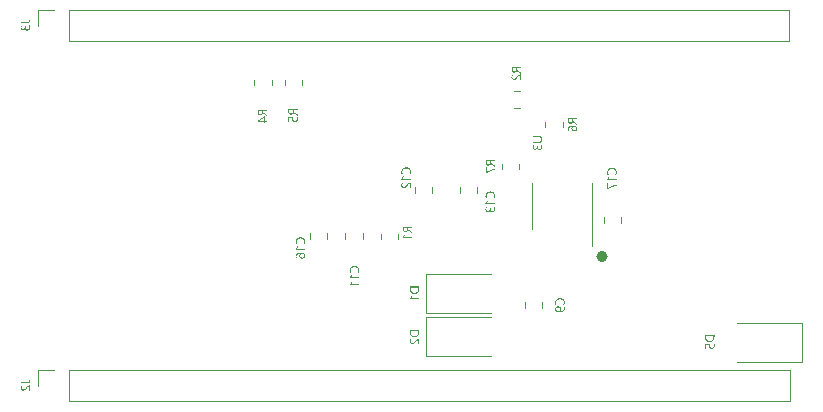
<source format=gbr>
%TF.GenerationSoftware,KiCad,Pcbnew,7.0.9*%
%TF.CreationDate,2024-03-19T10:53:25-03:00*%
%TF.ProjectId,CPU Stm32G431,43505520-5374-46d3-9332-473433312e6b,rev?*%
%TF.SameCoordinates,Original*%
%TF.FileFunction,Legend,Bot*%
%TF.FilePolarity,Positive*%
%FSLAX46Y46*%
G04 Gerber Fmt 4.6, Leading zero omitted, Abs format (unit mm)*
G04 Created by KiCad (PCBNEW 7.0.9) date 2024-03-19 10:53:25*
%MOMM*%
%LPD*%
G01*
G04 APERTURE LIST*
%ADD10C,0.500000*%
%ADD11C,0.150000*%
%ADD12C,0.120000*%
G04 APERTURE END LIST*
D10*
X166003607Y-108720000D02*
G75*
G03*
X166003607Y-108720000I-223607J0D01*
G01*
D11*
G36*
X145176438Y-110109714D02*
G01*
X145182258Y-110098629D01*
X145187703Y-110087207D01*
X145192773Y-110075450D01*
X145197467Y-110063357D01*
X145201786Y-110050928D01*
X145205729Y-110038163D01*
X145209296Y-110025063D01*
X145212488Y-110011626D01*
X145215304Y-109997854D01*
X145217745Y-109983746D01*
X145219811Y-109969302D01*
X145221501Y-109954522D01*
X145222815Y-109939407D01*
X145223754Y-109923955D01*
X145224082Y-109916104D01*
X145224317Y-109908168D01*
X145224458Y-109900149D01*
X145224505Y-109892045D01*
X145224399Y-109881596D01*
X145224083Y-109871278D01*
X145223555Y-109861090D01*
X145222816Y-109851034D01*
X145221867Y-109841108D01*
X145220706Y-109831313D01*
X145219334Y-109821650D01*
X145217751Y-109812117D01*
X145215958Y-109802715D01*
X145213953Y-109793444D01*
X145211737Y-109784303D01*
X145209310Y-109775294D01*
X145206672Y-109766416D01*
X145203823Y-109757668D01*
X145200763Y-109749051D01*
X145197491Y-109740566D01*
X145194009Y-109732211D01*
X145190316Y-109723987D01*
X145186412Y-109715894D01*
X145182297Y-109707932D01*
X145177970Y-109700101D01*
X145173433Y-109692400D01*
X145168684Y-109684831D01*
X145163725Y-109677392D01*
X145158554Y-109670085D01*
X145153173Y-109662908D01*
X145147580Y-109655862D01*
X145141777Y-109648947D01*
X145135762Y-109642163D01*
X145129536Y-109635510D01*
X145123099Y-109628988D01*
X145116452Y-109622596D01*
X145109633Y-109616381D01*
X145102682Y-109610364D01*
X145095599Y-109604543D01*
X145088385Y-109598920D01*
X145081039Y-109593494D01*
X145073562Y-109588266D01*
X145065953Y-109583235D01*
X145058212Y-109578401D01*
X145050340Y-109573764D01*
X145042335Y-109569325D01*
X145034200Y-109565083D01*
X145025932Y-109561038D01*
X145017533Y-109557191D01*
X145009002Y-109553541D01*
X145000340Y-109550088D01*
X144991546Y-109546832D01*
X144982620Y-109543774D01*
X144973563Y-109540913D01*
X144964374Y-109538250D01*
X144955053Y-109535783D01*
X144945601Y-109533514D01*
X144936017Y-109531443D01*
X144926301Y-109529568D01*
X144916453Y-109527891D01*
X144906474Y-109526411D01*
X144896364Y-109525129D01*
X144886121Y-109524044D01*
X144875747Y-109523156D01*
X144865242Y-109522465D01*
X144854604Y-109521972D01*
X144843835Y-109521676D01*
X144832935Y-109521578D01*
X144821208Y-109521689D01*
X144809624Y-109522022D01*
X144798181Y-109522577D01*
X144786880Y-109523354D01*
X144775720Y-109524354D01*
X144764702Y-109525576D01*
X144753825Y-109527019D01*
X144743090Y-109528685D01*
X144732496Y-109530573D01*
X144722045Y-109532683D01*
X144711734Y-109535015D01*
X144701566Y-109537569D01*
X144691538Y-109540346D01*
X144681653Y-109543344D01*
X144671909Y-109546565D01*
X144662307Y-109550007D01*
X144652846Y-109553672D01*
X144643527Y-109557559D01*
X144634349Y-109561668D01*
X144625313Y-109565999D01*
X144616418Y-109570552D01*
X144607666Y-109575328D01*
X144599054Y-109580325D01*
X144590585Y-109585545D01*
X144582257Y-109590986D01*
X144574070Y-109596650D01*
X144566025Y-109602536D01*
X144558122Y-109608644D01*
X144550360Y-109614974D01*
X144542740Y-109621526D01*
X144535261Y-109628301D01*
X144527924Y-109635297D01*
X144520771Y-109642476D01*
X144513846Y-109649774D01*
X144507147Y-109657190D01*
X144500676Y-109664725D01*
X144494431Y-109672379D01*
X144488414Y-109680151D01*
X144482624Y-109688043D01*
X144477061Y-109696052D01*
X144471724Y-109704181D01*
X144466615Y-109712428D01*
X144461733Y-109720794D01*
X144457078Y-109729279D01*
X144452651Y-109737882D01*
X144448450Y-109746604D01*
X144444476Y-109755445D01*
X144440729Y-109764404D01*
X144437210Y-109773482D01*
X144433917Y-109782679D01*
X144430852Y-109791994D01*
X144428014Y-109801428D01*
X144425402Y-109810981D01*
X144423018Y-109820652D01*
X144420861Y-109830442D01*
X144418931Y-109840351D01*
X144417228Y-109850379D01*
X144415752Y-109860525D01*
X144414503Y-109870790D01*
X144413481Y-109881173D01*
X144412686Y-109891676D01*
X144412119Y-109902296D01*
X144411778Y-109913036D01*
X144411665Y-109923894D01*
X144411817Y-109937764D01*
X144412275Y-109951332D01*
X144413038Y-109964600D01*
X144414107Y-109977567D01*
X144415481Y-109990233D01*
X144417160Y-110002599D01*
X144419144Y-110014663D01*
X144421434Y-110026428D01*
X144424029Y-110037891D01*
X144426930Y-110049054D01*
X144430135Y-110059916D01*
X144433646Y-110070477D01*
X144437463Y-110080737D01*
X144441584Y-110090697D01*
X144446011Y-110100356D01*
X144450743Y-110109714D01*
X144549222Y-110109714D01*
X144543165Y-110099070D01*
X144537498Y-110088288D01*
X144532223Y-110077369D01*
X144527338Y-110066312D01*
X144522844Y-110055118D01*
X144518741Y-110043787D01*
X144515028Y-110032318D01*
X144511706Y-110020712D01*
X144508775Y-110008969D01*
X144506235Y-109997088D01*
X144504086Y-109985070D01*
X144502327Y-109972914D01*
X144500960Y-109960621D01*
X144499983Y-109948190D01*
X144499397Y-109935623D01*
X144499201Y-109922917D01*
X144499288Y-109914480D01*
X144499550Y-109906143D01*
X144499986Y-109897907D01*
X144500596Y-109889771D01*
X144501381Y-109881735D01*
X144502340Y-109873799D01*
X144503474Y-109865964D01*
X144504782Y-109858230D01*
X144507921Y-109843061D01*
X144511758Y-109828295D01*
X144516293Y-109813929D01*
X144521525Y-109799966D01*
X144527455Y-109786403D01*
X144534082Y-109773242D01*
X144541407Y-109760483D01*
X144549430Y-109748125D01*
X144558150Y-109736169D01*
X144567568Y-109724614D01*
X144577683Y-109713460D01*
X144588496Y-109702708D01*
X144599893Y-109692487D01*
X144611757Y-109682924D01*
X144624091Y-109674022D01*
X144636893Y-109665779D01*
X144650164Y-109658195D01*
X144663903Y-109651271D01*
X144678111Y-109645006D01*
X144685391Y-109642121D01*
X144692788Y-109639400D01*
X144700302Y-109636845D01*
X144707933Y-109634454D01*
X144715682Y-109632229D01*
X144723547Y-109630168D01*
X144731530Y-109628272D01*
X144739630Y-109626541D01*
X144747847Y-109624975D01*
X144756181Y-109623573D01*
X144764633Y-109622337D01*
X144773201Y-109621265D01*
X144781887Y-109620359D01*
X144790690Y-109619617D01*
X144799610Y-109619040D01*
X144808647Y-109618627D01*
X144817801Y-109618380D01*
X144827073Y-109618298D01*
X144835870Y-109618375D01*
X144844556Y-109618605D01*
X144853129Y-109618990D01*
X144861590Y-109619528D01*
X144869939Y-109620220D01*
X144878176Y-109621066D01*
X144886301Y-109622066D01*
X144894313Y-109623219D01*
X144902213Y-109624527D01*
X144910001Y-109625988D01*
X144917677Y-109627602D01*
X144932691Y-109631294D01*
X144947257Y-109635600D01*
X144961375Y-109640521D01*
X144975043Y-109646058D01*
X144988263Y-109652210D01*
X145001034Y-109658977D01*
X145013356Y-109666359D01*
X145025229Y-109674357D01*
X145036653Y-109682969D01*
X145047629Y-109692197D01*
X145052949Y-109697042D01*
X145063123Y-109707101D01*
X145072641Y-109717546D01*
X145081502Y-109728375D01*
X145089707Y-109739589D01*
X145097256Y-109751187D01*
X145104148Y-109763170D01*
X145110384Y-109775538D01*
X145115963Y-109788291D01*
X145120886Y-109801428D01*
X145125153Y-109814950D01*
X145128763Y-109828856D01*
X145131717Y-109843148D01*
X145134014Y-109857824D01*
X145135655Y-109872884D01*
X145136640Y-109888330D01*
X145136886Y-109896197D01*
X145136968Y-109904160D01*
X145136773Y-109918884D01*
X145136187Y-109933359D01*
X145135210Y-109947583D01*
X145133842Y-109961557D01*
X145132083Y-109975280D01*
X145129934Y-109988753D01*
X145127394Y-110001976D01*
X145124463Y-110014948D01*
X145121141Y-110027670D01*
X145117429Y-110040142D01*
X145113325Y-110052363D01*
X145108831Y-110064334D01*
X145103946Y-110076055D01*
X145098671Y-110087525D01*
X145093004Y-110098745D01*
X145086947Y-110109714D01*
X145176438Y-110109714D01*
G37*
G36*
X145212000Y-110561075D02*
G01*
X145212000Y-110470998D01*
X144530855Y-110470998D01*
X144536314Y-110465210D01*
X144541391Y-110459143D01*
X144546748Y-110452141D01*
X144551564Y-110445396D01*
X144554889Y-110440517D01*
X144559938Y-110432798D01*
X144564134Y-110426103D01*
X144568322Y-110419170D01*
X144572500Y-110411998D01*
X144576668Y-110404588D01*
X144580827Y-110396939D01*
X144581658Y-110395381D01*
X144585710Y-110387498D01*
X144589687Y-110379482D01*
X144593587Y-110371332D01*
X144597411Y-110363049D01*
X144601159Y-110354632D01*
X144604830Y-110346082D01*
X144606277Y-110342624D01*
X144609756Y-110333987D01*
X144612986Y-110325417D01*
X144615969Y-110316913D01*
X144618703Y-110308476D01*
X144621189Y-110300106D01*
X144623428Y-110291803D01*
X144624254Y-110288500D01*
X144533200Y-110288500D01*
X144530619Y-110297867D01*
X144528355Y-110305485D01*
X144525914Y-110313212D01*
X144523296Y-110321049D01*
X144520501Y-110328996D01*
X144517529Y-110337053D01*
X144514380Y-110345220D01*
X144511902Y-110351417D01*
X144508485Y-110359706D01*
X144504978Y-110367965D01*
X144501378Y-110376192D01*
X144497687Y-110384390D01*
X144493904Y-110392557D01*
X144490030Y-110400693D01*
X144486064Y-110408799D01*
X144482006Y-110416874D01*
X144477830Y-110424876D01*
X144473605Y-110432762D01*
X144469330Y-110440532D01*
X144465007Y-110448186D01*
X144460635Y-110455724D01*
X144456214Y-110463146D01*
X144451745Y-110470452D01*
X144447226Y-110477642D01*
X144442696Y-110484655D01*
X144438189Y-110491429D01*
X144433707Y-110497966D01*
X144428139Y-110505802D01*
X144422610Y-110513265D01*
X144417118Y-110520357D01*
X144411665Y-110527077D01*
X144411665Y-110561075D01*
X145212000Y-110561075D01*
G37*
G36*
X145212000Y-111164453D02*
G01*
X145212000Y-111074376D01*
X144530855Y-111074376D01*
X144536314Y-111068587D01*
X144541391Y-111062521D01*
X144546748Y-111055519D01*
X144551564Y-111048773D01*
X144554889Y-111043894D01*
X144559938Y-111036176D01*
X144564134Y-111029481D01*
X144568322Y-111022548D01*
X144572500Y-111015376D01*
X144576668Y-111007966D01*
X144580827Y-111000317D01*
X144581658Y-110998758D01*
X144585710Y-110990876D01*
X144589687Y-110982860D01*
X144593587Y-110974710D01*
X144597411Y-110966427D01*
X144601159Y-110958010D01*
X144604830Y-110949459D01*
X144606277Y-110946002D01*
X144609756Y-110937365D01*
X144612986Y-110928794D01*
X144615969Y-110920291D01*
X144618703Y-110911854D01*
X144621189Y-110903484D01*
X144623428Y-110895180D01*
X144624254Y-110891878D01*
X144533200Y-110891878D01*
X144530619Y-110901245D01*
X144528355Y-110908862D01*
X144525914Y-110916589D01*
X144523296Y-110924426D01*
X144520501Y-110932374D01*
X144517529Y-110940430D01*
X144514380Y-110948597D01*
X144511902Y-110954795D01*
X144508485Y-110963084D01*
X144504978Y-110971342D01*
X144501378Y-110979570D01*
X144497687Y-110987767D01*
X144493904Y-110995934D01*
X144490030Y-111004071D01*
X144486064Y-111012176D01*
X144482006Y-111020252D01*
X144477830Y-111028254D01*
X144473605Y-111036140D01*
X144469330Y-111043910D01*
X144465007Y-111051564D01*
X144460635Y-111059102D01*
X144456214Y-111066524D01*
X144451745Y-111073829D01*
X144447226Y-111081019D01*
X144442696Y-111088032D01*
X144438189Y-111094807D01*
X144433707Y-111101343D01*
X144428139Y-111109179D01*
X144422610Y-111116643D01*
X144417118Y-111123735D01*
X144411665Y-111130454D01*
X144411665Y-111164453D01*
X145212000Y-111164453D01*
G37*
G36*
X150312000Y-111468200D02*
G01*
X150311891Y-111480238D01*
X150311567Y-111492123D01*
X150311027Y-111503856D01*
X150310271Y-111515436D01*
X150309299Y-111526864D01*
X150308111Y-111538138D01*
X150306707Y-111549261D01*
X150305087Y-111560230D01*
X150303251Y-111571047D01*
X150301199Y-111581711D01*
X150298931Y-111592223D01*
X150296447Y-111602582D01*
X150293747Y-111612788D01*
X150290831Y-111622842D01*
X150287699Y-111632743D01*
X150284351Y-111642491D01*
X150280787Y-111652087D01*
X150277007Y-111661530D01*
X150273011Y-111670820D01*
X150268799Y-111679958D01*
X150264371Y-111688943D01*
X150259727Y-111697776D01*
X150254867Y-111706455D01*
X150249791Y-111714983D01*
X150244499Y-111723357D01*
X150238991Y-111731579D01*
X150233267Y-111739648D01*
X150227327Y-111747565D01*
X150221171Y-111755328D01*
X150214798Y-111762940D01*
X150208210Y-111770398D01*
X150201406Y-111777704D01*
X150194412Y-111784821D01*
X150187278Y-111791711D01*
X150180003Y-111798376D01*
X150172589Y-111804815D01*
X150165034Y-111811028D01*
X150157340Y-111817015D01*
X150149505Y-111822776D01*
X150141530Y-111828311D01*
X150133415Y-111833620D01*
X150125161Y-111838704D01*
X150116766Y-111843561D01*
X150108231Y-111848193D01*
X150099556Y-111852598D01*
X150090741Y-111856778D01*
X150081786Y-111860731D01*
X150072690Y-111864459D01*
X150063455Y-111867961D01*
X150054080Y-111871237D01*
X150044564Y-111874287D01*
X150034909Y-111877111D01*
X150025114Y-111879709D01*
X150015178Y-111882081D01*
X150005102Y-111884228D01*
X149994887Y-111886148D01*
X149984531Y-111887842D01*
X149974035Y-111889311D01*
X149963400Y-111890553D01*
X149952624Y-111891570D01*
X149941708Y-111892361D01*
X149930652Y-111892926D01*
X149919456Y-111893265D01*
X149908120Y-111893378D01*
X149884498Y-111892971D01*
X149861626Y-111891751D01*
X149839504Y-111889718D01*
X149818131Y-111886871D01*
X149797509Y-111883212D01*
X149777637Y-111878739D01*
X149758514Y-111873453D01*
X149740142Y-111867353D01*
X149722519Y-111860441D01*
X149705646Y-111852715D01*
X149689523Y-111844176D01*
X149674150Y-111834823D01*
X149659527Y-111824658D01*
X149645654Y-111813679D01*
X149632531Y-111801887D01*
X149620157Y-111789281D01*
X149608534Y-111775863D01*
X149597660Y-111761631D01*
X149587536Y-111746585D01*
X149578163Y-111730727D01*
X149569539Y-111714055D01*
X149561665Y-111696570D01*
X149554541Y-111678272D01*
X149548167Y-111659161D01*
X149542542Y-111639236D01*
X149537668Y-111618498D01*
X149533544Y-111596947D01*
X149530169Y-111574583D01*
X149527544Y-111551405D01*
X149525670Y-111527414D01*
X149524545Y-111502610D01*
X149524170Y-111476992D01*
X149524170Y-111351549D01*
X149611706Y-111351549D01*
X149611706Y-111474648D01*
X149611998Y-111494459D01*
X149612873Y-111513641D01*
X149614332Y-111532194D01*
X149616375Y-111550119D01*
X149619000Y-111567414D01*
X149622210Y-111584081D01*
X149626002Y-111600118D01*
X149630379Y-111615527D01*
X149635339Y-111630307D01*
X149640882Y-111644457D01*
X149647009Y-111657979D01*
X149653719Y-111670872D01*
X149661013Y-111683136D01*
X149668891Y-111694771D01*
X149677351Y-111705778D01*
X149686396Y-111716155D01*
X149696024Y-111725903D01*
X149706235Y-111735023D01*
X149717030Y-111743513D01*
X149728409Y-111751375D01*
X149740371Y-111758607D01*
X149752916Y-111765211D01*
X149766045Y-111771186D01*
X149779758Y-111776532D01*
X149794054Y-111781249D01*
X149808933Y-111785337D01*
X149824396Y-111788796D01*
X149840443Y-111791626D01*
X149857073Y-111793827D01*
X149874287Y-111795399D01*
X149892084Y-111796343D01*
X149910464Y-111796657D01*
X149919789Y-111796573D01*
X149928979Y-111796320D01*
X149938037Y-111795898D01*
X149946960Y-111795308D01*
X149955750Y-111794549D01*
X149964407Y-111793621D01*
X149972930Y-111792525D01*
X149981319Y-111791260D01*
X149989575Y-111789826D01*
X149997697Y-111788223D01*
X150005686Y-111786452D01*
X150013541Y-111784512D01*
X150021262Y-111782404D01*
X150028850Y-111780127D01*
X150043625Y-111775066D01*
X150057866Y-111769331D01*
X150071573Y-111762921D01*
X150084745Y-111755837D01*
X150097383Y-111748077D01*
X150109487Y-111739643D01*
X150121057Y-111730535D01*
X150132092Y-111720751D01*
X150142593Y-111710293D01*
X150152507Y-111699253D01*
X150161781Y-111687676D01*
X150170416Y-111675562D01*
X150178411Y-111662910D01*
X150185766Y-111649721D01*
X150192482Y-111635994D01*
X150198559Y-111621731D01*
X150201357Y-111614397D01*
X150203995Y-111606929D01*
X150206474Y-111599327D01*
X150208792Y-111591591D01*
X150210951Y-111583720D01*
X150212950Y-111575715D01*
X150214789Y-111567576D01*
X150216468Y-111559302D01*
X150217987Y-111550894D01*
X150219346Y-111542352D01*
X150220545Y-111533675D01*
X150221585Y-111524864D01*
X150222464Y-111515919D01*
X150223184Y-111506839D01*
X150223743Y-111497625D01*
X150224143Y-111488276D01*
X150224383Y-111478794D01*
X150224463Y-111469177D01*
X150224463Y-111351549D01*
X149611706Y-111351549D01*
X149524170Y-111351549D01*
X149524170Y-111259323D01*
X150312000Y-111259323D01*
X150312000Y-111468200D01*
G37*
G36*
X150312000Y-112338486D02*
G01*
X150312000Y-112248409D01*
X149630855Y-112248409D01*
X149636314Y-112242620D01*
X149641391Y-112236554D01*
X149646748Y-112229552D01*
X149651564Y-112222806D01*
X149654889Y-112217927D01*
X149659938Y-112210209D01*
X149664134Y-112203514D01*
X149668322Y-112196581D01*
X149672500Y-112189409D01*
X149676668Y-112181999D01*
X149680827Y-112174350D01*
X149681658Y-112172791D01*
X149685710Y-112164909D01*
X149689687Y-112156893D01*
X149693587Y-112148743D01*
X149697411Y-112140460D01*
X149701159Y-112132043D01*
X149704830Y-112123492D01*
X149706277Y-112120035D01*
X149709756Y-112111398D01*
X149712986Y-112102827D01*
X149715969Y-112094324D01*
X149718703Y-112085887D01*
X149721189Y-112077517D01*
X149723428Y-112069213D01*
X149724254Y-112065911D01*
X149633200Y-112065911D01*
X149630619Y-112075278D01*
X149628355Y-112082895D01*
X149625914Y-112090622D01*
X149623296Y-112098459D01*
X149620501Y-112106406D01*
X149617529Y-112114463D01*
X149614380Y-112122630D01*
X149611902Y-112128828D01*
X149608485Y-112137117D01*
X149604978Y-112145375D01*
X149601378Y-112153603D01*
X149597687Y-112161800D01*
X149593904Y-112169967D01*
X149590030Y-112178104D01*
X149586064Y-112186209D01*
X149582006Y-112194285D01*
X149577830Y-112202287D01*
X149573605Y-112210173D01*
X149569330Y-112217943D01*
X149565007Y-112225597D01*
X149560635Y-112233135D01*
X149556214Y-112240556D01*
X149551745Y-112247862D01*
X149547226Y-112255052D01*
X149542696Y-112262065D01*
X149538189Y-112268840D01*
X149533707Y-112275376D01*
X149528139Y-112283212D01*
X149522610Y-112290676D01*
X149517118Y-112297768D01*
X149511665Y-112304487D01*
X149511665Y-112338486D01*
X150312000Y-112338486D01*
G37*
G36*
X160392921Y-99113552D02*
G01*
X160413321Y-99113260D01*
X160433073Y-99112382D01*
X160452178Y-99110920D01*
X160470636Y-99108872D01*
X160488445Y-99106239D01*
X160505607Y-99103022D01*
X160522122Y-99099219D01*
X160537989Y-99094831D01*
X160553208Y-99089858D01*
X160567779Y-99084300D01*
X160581703Y-99078157D01*
X160594980Y-99071429D01*
X160607608Y-99064116D01*
X160619589Y-99056218D01*
X160630923Y-99047735D01*
X160641609Y-99038667D01*
X160651647Y-99029014D01*
X160661037Y-99018776D01*
X160669780Y-99007953D01*
X160677876Y-98996545D01*
X160685323Y-98984551D01*
X160692123Y-98971973D01*
X160698276Y-98958810D01*
X160703781Y-98945061D01*
X160708638Y-98930728D01*
X160712847Y-98915809D01*
X160716409Y-98900306D01*
X160719324Y-98884217D01*
X160721590Y-98867544D01*
X160723209Y-98850285D01*
X160724181Y-98832441D01*
X160724505Y-98814013D01*
X160724193Y-98796365D01*
X160723259Y-98779278D01*
X160721702Y-98762752D01*
X160719522Y-98746785D01*
X160716719Y-98731379D01*
X160713294Y-98716532D01*
X160709246Y-98702246D01*
X160704575Y-98688521D01*
X160699281Y-98675355D01*
X160693364Y-98662750D01*
X160686824Y-98650705D01*
X160679662Y-98639220D01*
X160671877Y-98628296D01*
X160663468Y-98617932D01*
X160654438Y-98608127D01*
X160644784Y-98598884D01*
X160634507Y-98590200D01*
X160623608Y-98582077D01*
X160612086Y-98574514D01*
X160599941Y-98567511D01*
X160587173Y-98561068D01*
X160573782Y-98555186D01*
X160559769Y-98549863D01*
X160545133Y-98545101D01*
X160529874Y-98540900D01*
X160513992Y-98537258D01*
X160497487Y-98534177D01*
X160480360Y-98531656D01*
X160462609Y-98529695D01*
X160444236Y-98528294D01*
X160425240Y-98527454D01*
X160405621Y-98527174D01*
X159924170Y-98527174D01*
X159924170Y-98619595D01*
X160396438Y-98619595D01*
X160411236Y-98619795D01*
X160425564Y-98620394D01*
X160439423Y-98621392D01*
X160452812Y-98622789D01*
X160465731Y-98624585D01*
X160478180Y-98626781D01*
X160490160Y-98629375D01*
X160501670Y-98632369D01*
X160512710Y-98635762D01*
X160523280Y-98639555D01*
X160533380Y-98643746D01*
X160543011Y-98648337D01*
X160552172Y-98653327D01*
X160560863Y-98658716D01*
X160569084Y-98664504D01*
X160576836Y-98670691D01*
X160584117Y-98677278D01*
X160590929Y-98684263D01*
X160597271Y-98691648D01*
X160603144Y-98699432D01*
X160608546Y-98707616D01*
X160613479Y-98716198D01*
X160617942Y-98725180D01*
X160621935Y-98734561D01*
X160625458Y-98744341D01*
X160628512Y-98754520D01*
X160631096Y-98765098D01*
X160633210Y-98776076D01*
X160634854Y-98787452D01*
X160636029Y-98799228D01*
X160636733Y-98811404D01*
X160636968Y-98823978D01*
X160636741Y-98836119D01*
X160636061Y-98847876D01*
X160634926Y-98859246D01*
X160633338Y-98870231D01*
X160631296Y-98880831D01*
X160628800Y-98891045D01*
X160625851Y-98900874D01*
X160622448Y-98910318D01*
X160618591Y-98919376D01*
X160614280Y-98928048D01*
X160609516Y-98936335D01*
X160604298Y-98944237D01*
X160598626Y-98951753D01*
X160592500Y-98958884D01*
X160585920Y-98965629D01*
X160578887Y-98971989D01*
X160571400Y-98977963D01*
X160563459Y-98983552D01*
X160555065Y-98988756D01*
X160546217Y-98993574D01*
X160536915Y-98998007D01*
X160527159Y-99002054D01*
X160516949Y-99005716D01*
X160506286Y-99008992D01*
X160495169Y-99011883D01*
X160483598Y-99014388D01*
X160471574Y-99016508D01*
X160459095Y-99018243D01*
X160446163Y-99019592D01*
X160432777Y-99020555D01*
X160418938Y-99021133D01*
X160404644Y-99021326D01*
X159924170Y-99021326D01*
X159924170Y-99113552D01*
X160392921Y-99113552D01*
G37*
G36*
X160485538Y-99726504D02*
G01*
X160495528Y-99726327D01*
X160505351Y-99725797D01*
X160515005Y-99724912D01*
X160524491Y-99723674D01*
X160533809Y-99722082D01*
X160542958Y-99720136D01*
X160551939Y-99717837D01*
X160560752Y-99715183D01*
X160569397Y-99712176D01*
X160577873Y-99708816D01*
X160583430Y-99706378D01*
X160591563Y-99702496D01*
X160599477Y-99698321D01*
X160607170Y-99693854D01*
X160614644Y-99689095D01*
X160621898Y-99684045D01*
X160628933Y-99678702D01*
X160635747Y-99673067D01*
X160642341Y-99667141D01*
X160648716Y-99660922D01*
X160654871Y-99654412D01*
X160658852Y-99649909D01*
X160664590Y-99642930D01*
X160670081Y-99635692D01*
X160675325Y-99628197D01*
X160680321Y-99620445D01*
X160685070Y-99612434D01*
X160689572Y-99604167D01*
X160693826Y-99595641D01*
X160697833Y-99586858D01*
X160701593Y-99577818D01*
X160705106Y-99568519D01*
X160707310Y-99562177D01*
X160710383Y-99552523D01*
X160713154Y-99542682D01*
X160715622Y-99532657D01*
X160717788Y-99522445D01*
X160719652Y-99512049D01*
X160721214Y-99501466D01*
X160722473Y-99490699D01*
X160723430Y-99479745D01*
X160724085Y-99468607D01*
X160724438Y-99457283D01*
X160724505Y-99449630D01*
X160724340Y-99435718D01*
X160723845Y-99422168D01*
X160723021Y-99408980D01*
X160721867Y-99396153D01*
X160720383Y-99383689D01*
X160718570Y-99371586D01*
X160716426Y-99359844D01*
X160713953Y-99348465D01*
X160711151Y-99337447D01*
X160708018Y-99326791D01*
X160704556Y-99316497D01*
X160700764Y-99306565D01*
X160696643Y-99296995D01*
X160692191Y-99287786D01*
X160687410Y-99278939D01*
X160682300Y-99270454D01*
X160586947Y-99270454D01*
X160594519Y-99280509D01*
X160601602Y-99290744D01*
X160608196Y-99301160D01*
X160614302Y-99311755D01*
X160619920Y-99322531D01*
X160625049Y-99333487D01*
X160629690Y-99344623D01*
X160633842Y-99355939D01*
X160637505Y-99367435D01*
X160640681Y-99379111D01*
X160643367Y-99390968D01*
X160645565Y-99403004D01*
X160647275Y-99415221D01*
X160648496Y-99427618D01*
X160649229Y-99440195D01*
X160649473Y-99452952D01*
X160649308Y-99463134D01*
X160648814Y-99473065D01*
X160647990Y-99482747D01*
X160646836Y-99492177D01*
X160645352Y-99501358D01*
X160643538Y-99510288D01*
X160641395Y-99518968D01*
X160638922Y-99527397D01*
X160636089Y-99535555D01*
X160632963Y-99543420D01*
X160629543Y-99550991D01*
X160625831Y-99558270D01*
X160621825Y-99565255D01*
X160617526Y-99571947D01*
X160612935Y-99578346D01*
X160608050Y-99584452D01*
X160602841Y-99590287D01*
X160595970Y-99597090D01*
X160588698Y-99603350D01*
X160581025Y-99609066D01*
X160572952Y-99614238D01*
X160564478Y-99618866D01*
X160559201Y-99621382D01*
X160551907Y-99624404D01*
X160544388Y-99627024D01*
X160536642Y-99629240D01*
X160528671Y-99631054D01*
X160520473Y-99632464D01*
X160512050Y-99633472D01*
X160503401Y-99634076D01*
X160494526Y-99634278D01*
X160484824Y-99634063D01*
X160475431Y-99633419D01*
X160466346Y-99632346D01*
X160457569Y-99630843D01*
X160449099Y-99628911D01*
X160440938Y-99626550D01*
X160433085Y-99623759D01*
X160425539Y-99620539D01*
X160418302Y-99616890D01*
X160411372Y-99612811D01*
X160404751Y-99608303D01*
X160398437Y-99603366D01*
X160392432Y-99597999D01*
X160386734Y-99592203D01*
X160381345Y-99585978D01*
X160376263Y-99579323D01*
X160371490Y-99572239D01*
X160367024Y-99564726D01*
X160362866Y-99556783D01*
X160359017Y-99548411D01*
X160355475Y-99539610D01*
X160352241Y-99530379D01*
X160349315Y-99520719D01*
X160346698Y-99510630D01*
X160344388Y-99500111D01*
X160342386Y-99489163D01*
X160340692Y-99477786D01*
X160339306Y-99465979D01*
X160338228Y-99453743D01*
X160337458Y-99441078D01*
X160336996Y-99427983D01*
X160336842Y-99414459D01*
X160336842Y-99349002D01*
X160261811Y-99349002D01*
X160261811Y-99411138D01*
X160261671Y-99423111D01*
X160261252Y-99434704D01*
X160260554Y-99445917D01*
X160259576Y-99456750D01*
X160258319Y-99467203D01*
X160256783Y-99477276D01*
X160254967Y-99486968D01*
X160252872Y-99496281D01*
X160250497Y-99505213D01*
X160247843Y-99513765D01*
X160244910Y-99521938D01*
X160241698Y-99529730D01*
X160238206Y-99537142D01*
X160234435Y-99544174D01*
X160226054Y-99557097D01*
X160216556Y-99568500D01*
X160205941Y-99578383D01*
X160194208Y-99586745D01*
X160181357Y-99593587D01*
X160167390Y-99598909D01*
X160152305Y-99602710D01*
X160144343Y-99604040D01*
X160136102Y-99604990D01*
X160127582Y-99605560D01*
X160118782Y-99605750D01*
X160110656Y-99605606D01*
X160102788Y-99605171D01*
X160087825Y-99603433D01*
X160073894Y-99600537D01*
X160060995Y-99596481D01*
X160049127Y-99591268D01*
X160038292Y-99584895D01*
X160028489Y-99577364D01*
X160019718Y-99568674D01*
X160011978Y-99558826D01*
X160005271Y-99547819D01*
X159999595Y-99535653D01*
X159994951Y-99522329D01*
X159991340Y-99507846D01*
X159988760Y-99492205D01*
X159987857Y-99483950D01*
X159987212Y-99475405D01*
X159986825Y-99466570D01*
X159986696Y-99457446D01*
X159986891Y-99447034D01*
X159987478Y-99436704D01*
X159988454Y-99426456D01*
X159989822Y-99416291D01*
X159991581Y-99406209D01*
X159993730Y-99396208D01*
X159996270Y-99386291D01*
X159999201Y-99376455D01*
X160002523Y-99366702D01*
X160006235Y-99357032D01*
X160010339Y-99347444D01*
X160014833Y-99337938D01*
X160019718Y-99328515D01*
X160024993Y-99319174D01*
X160030660Y-99309916D01*
X160036717Y-99300740D01*
X159954260Y-99300740D01*
X159949102Y-99310255D01*
X159944277Y-99319995D01*
X159939785Y-99329960D01*
X159935625Y-99340148D01*
X159931798Y-99350562D01*
X159928304Y-99361199D01*
X159925142Y-99372061D01*
X159922314Y-99383147D01*
X159919818Y-99394458D01*
X159917655Y-99405993D01*
X159915824Y-99417753D01*
X159914327Y-99429737D01*
X159913162Y-99441945D01*
X159912330Y-99454378D01*
X159911831Y-99467035D01*
X159911665Y-99479916D01*
X159911783Y-99489103D01*
X159912139Y-99498125D01*
X159912731Y-99506982D01*
X159913560Y-99515674D01*
X159914627Y-99524201D01*
X159915930Y-99532563D01*
X159917471Y-99540760D01*
X159919248Y-99548793D01*
X159921263Y-99556661D01*
X159923514Y-99564363D01*
X159925147Y-99569407D01*
X159927771Y-99576816D01*
X159931569Y-99586380D01*
X159935709Y-99595583D01*
X159940191Y-99604426D01*
X159945014Y-99612909D01*
X159950180Y-99621032D01*
X159955688Y-99628794D01*
X159961537Y-99636196D01*
X159963053Y-99637990D01*
X159969312Y-99644967D01*
X159975876Y-99651534D01*
X159982745Y-99657692D01*
X159989920Y-99663441D01*
X159997400Y-99668780D01*
X160005185Y-99673711D01*
X160013276Y-99678232D01*
X160021672Y-99682345D01*
X160030281Y-99686009D01*
X160039110Y-99689184D01*
X160048160Y-99691870D01*
X160057429Y-99694069D01*
X160066918Y-99695778D01*
X160076626Y-99697000D01*
X160086555Y-99697732D01*
X160096703Y-99697976D01*
X160106170Y-99697823D01*
X160115424Y-99697363D01*
X160124464Y-99696596D01*
X160133290Y-99695522D01*
X160141903Y-99694141D01*
X160150302Y-99692454D01*
X160158487Y-99690459D01*
X160166459Y-99688158D01*
X160174216Y-99685550D01*
X160181760Y-99682635D01*
X160189091Y-99679413D01*
X160196207Y-99675885D01*
X160203110Y-99672049D01*
X160209800Y-99667907D01*
X160216275Y-99663458D01*
X160222537Y-99658702D01*
X160228585Y-99653640D01*
X160234419Y-99648270D01*
X160240040Y-99642594D01*
X160245447Y-99636610D01*
X160250640Y-99630320D01*
X160255620Y-99623724D01*
X160260385Y-99616820D01*
X160264937Y-99609609D01*
X160269276Y-99602092D01*
X160273400Y-99594268D01*
X160277311Y-99586137D01*
X160281009Y-99577699D01*
X160284492Y-99568954D01*
X160287762Y-99559903D01*
X160290818Y-99550545D01*
X160293660Y-99540879D01*
X160295810Y-99540879D01*
X160297101Y-99550799D01*
X160298728Y-99560529D01*
X160300691Y-99570070D01*
X160302990Y-99579421D01*
X160305625Y-99588583D01*
X160308596Y-99597556D01*
X160311902Y-99606340D01*
X160315545Y-99614934D01*
X160319498Y-99623333D01*
X160323739Y-99631433D01*
X160328267Y-99639233D01*
X160333081Y-99646734D01*
X160338183Y-99653936D01*
X160343571Y-99660839D01*
X160349247Y-99667443D01*
X160355210Y-99673748D01*
X160361450Y-99679780D01*
X160367959Y-99685471D01*
X160374737Y-99690820D01*
X160381783Y-99695827D01*
X160389098Y-99700492D01*
X160396682Y-99704815D01*
X160404534Y-99708796D01*
X160412655Y-99712436D01*
X160421018Y-99715733D01*
X160429594Y-99718591D01*
X160438383Y-99721009D01*
X160447387Y-99722987D01*
X160456604Y-99724526D01*
X160466035Y-99725625D01*
X160475679Y-99726284D01*
X160485538Y-99726504D01*
G37*
G36*
X137412000Y-96378995D02*
G01*
X137074358Y-96378995D01*
X137074358Y-96454808D01*
X137074415Y-96459633D01*
X137074761Y-96467460D01*
X137075592Y-96476500D01*
X137076877Y-96485155D01*
X137078615Y-96493426D01*
X137080806Y-96501312D01*
X137081618Y-96503890D01*
X137084409Y-96511485D01*
X137087736Y-96518874D01*
X137091599Y-96526057D01*
X137095997Y-96533034D01*
X137100932Y-96539805D01*
X137105463Y-96545398D01*
X137111416Y-96552048D01*
X137117933Y-96558629D01*
X137123794Y-96564060D01*
X137130046Y-96569444D01*
X137136689Y-96574780D01*
X137138066Y-96575844D01*
X137145212Y-96581196D01*
X137152796Y-96586606D01*
X137160820Y-96592073D01*
X137167555Y-96596487D01*
X137174571Y-96600939D01*
X137181868Y-96605427D01*
X137189445Y-96609951D01*
X137412000Y-96741842D01*
X137412000Y-96851654D01*
X137172642Y-96703740D01*
X137171023Y-96702742D01*
X137163116Y-96697842D01*
X137155514Y-96693095D01*
X137148217Y-96688500D01*
X137141226Y-96684058D01*
X137134540Y-96679768D01*
X137126919Y-96674822D01*
X137125690Y-96674016D01*
X137118491Y-96669161D01*
X137111594Y-96664280D01*
X137105000Y-96659370D01*
X137098707Y-96654434D01*
X137091748Y-96648639D01*
X137087908Y-96645342D01*
X137081510Y-96639454D01*
X137075523Y-96633417D01*
X137069948Y-96627230D01*
X137064784Y-96620893D01*
X137061248Y-96616246D01*
X137056522Y-96609307D01*
X137052058Y-96601863D01*
X137047856Y-96593914D01*
X137044463Y-96586699D01*
X137042314Y-96586699D01*
X137039593Y-96596591D01*
X137036610Y-96606239D01*
X137033365Y-96615642D01*
X137029857Y-96624801D01*
X137026087Y-96633716D01*
X137022054Y-96642387D01*
X137017758Y-96650813D01*
X137013200Y-96658995D01*
X137008388Y-96666906D01*
X137003332Y-96674517D01*
X136998032Y-96681829D01*
X136992488Y-96688842D01*
X136986699Y-96695555D01*
X136980667Y-96701970D01*
X136974390Y-96708085D01*
X136967868Y-96713901D01*
X136961063Y-96719451D01*
X136954032Y-96724672D01*
X136946775Y-96729563D01*
X136939292Y-96734124D01*
X136931583Y-96738356D01*
X136923648Y-96742258D01*
X136915487Y-96745830D01*
X136907101Y-96749072D01*
X136898448Y-96752003D01*
X136889588Y-96754543D01*
X136880521Y-96756692D01*
X136871246Y-96758451D01*
X136861763Y-96759819D01*
X136852073Y-96760796D01*
X136842175Y-96761382D01*
X136832069Y-96761577D01*
X136825600Y-96761506D01*
X136816090Y-96761134D01*
X136806815Y-96760441D01*
X136797772Y-96759430D01*
X136788963Y-96758099D01*
X136780388Y-96756449D01*
X136772047Y-96754479D01*
X136763939Y-96752190D01*
X136756064Y-96749581D01*
X136748423Y-96746653D01*
X136741016Y-96743406D01*
X136736182Y-96741079D01*
X136729123Y-96737383D01*
X136722294Y-96733440D01*
X136713547Y-96727798D01*
X136705210Y-96721717D01*
X136697281Y-96715195D01*
X136689761Y-96708235D01*
X136682651Y-96700834D01*
X136675949Y-96692994D01*
X136669614Y-96684799D01*
X136663700Y-96676239D01*
X136659542Y-96669578D01*
X136655620Y-96662711D01*
X136651935Y-96655638D01*
X136648487Y-96648358D01*
X136645276Y-96640873D01*
X136642303Y-96633182D01*
X136639566Y-96625284D01*
X136637066Y-96617181D01*
X136635504Y-96611703D01*
X136633351Y-96603369D01*
X136631424Y-96594894D01*
X136629724Y-96586278D01*
X136628250Y-96577521D01*
X136627003Y-96568624D01*
X136625983Y-96559585D01*
X136625190Y-96550406D01*
X136624623Y-96541086D01*
X136624283Y-96531625D01*
X136624170Y-96522024D01*
X136624170Y-96378995D01*
X136711706Y-96378995D01*
X136711706Y-96505415D01*
X136711840Y-96514968D01*
X136712241Y-96524234D01*
X136712909Y-96533213D01*
X136713844Y-96541905D01*
X136715046Y-96550310D01*
X136716515Y-96558428D01*
X136718251Y-96566259D01*
X136721357Y-96577468D01*
X136725063Y-96588030D01*
X136729371Y-96597947D01*
X136734280Y-96607219D01*
X136739790Y-96615844D01*
X136745900Y-96623824D01*
X136750256Y-96628793D01*
X136757183Y-96635645D01*
X136764585Y-96641776D01*
X136772461Y-96647186D01*
X136780810Y-96651874D01*
X136789634Y-96655841D01*
X136798932Y-96659087D01*
X136808703Y-96661611D01*
X136818949Y-96663414D01*
X136829668Y-96664496D01*
X136840862Y-96664857D01*
X136842968Y-96664845D01*
X136851268Y-96664561D01*
X136859366Y-96663899D01*
X136867263Y-96662858D01*
X136874958Y-96661438D01*
X136884294Y-96659131D01*
X136893315Y-96656233D01*
X136902020Y-96652743D01*
X136905383Y-96651192D01*
X136913501Y-96646994D01*
X136921209Y-96642338D01*
X136928506Y-96637224D01*
X136935394Y-96631652D01*
X136941871Y-96625622D01*
X136947938Y-96619135D01*
X136950249Y-96616440D01*
X136955733Y-96609424D01*
X136960797Y-96602007D01*
X136965442Y-96594190D01*
X136969667Y-96585971D01*
X136973471Y-96577352D01*
X136976856Y-96568332D01*
X136979192Y-96560919D01*
X136981216Y-96553336D01*
X136982929Y-96545581D01*
X136984330Y-96537655D01*
X136985420Y-96529559D01*
X136986199Y-96521291D01*
X136986666Y-96512852D01*
X136986822Y-96504243D01*
X136986822Y-96378995D01*
X136711706Y-96378995D01*
X136624170Y-96378995D01*
X136624170Y-96286769D01*
X137412000Y-96286769D01*
X137412000Y-96378995D01*
G37*
G36*
X137224421Y-97231305D02*
G01*
X137412000Y-97231305D01*
X137412000Y-97320405D01*
X137224421Y-97320405D01*
X137224421Y-97421424D01*
X137149390Y-97421424D01*
X137149390Y-97320405D01*
X136624170Y-97320405D01*
X136624170Y-97231305D01*
X136759969Y-97231305D01*
X137149390Y-97231305D01*
X137149390Y-96962638D01*
X137145149Y-96966021D01*
X137138731Y-96971141D01*
X137132244Y-96976315D01*
X137125688Y-96981545D01*
X137119064Y-96986830D01*
X137112371Y-96992170D01*
X137105609Y-96997565D01*
X137098779Y-97003014D01*
X137091880Y-97008519D01*
X137084912Y-97014078D01*
X137077875Y-97019693D01*
X137073127Y-97023490D01*
X137065876Y-97029229D01*
X137058470Y-97035019D01*
X137050910Y-97040861D01*
X137043195Y-97046754D01*
X137035326Y-97052699D01*
X137027302Y-97058696D01*
X137019123Y-97064743D01*
X137010790Y-97070843D01*
X137002303Y-97076994D01*
X136993660Y-97083196D01*
X136990732Y-97085276D01*
X136981824Y-97091555D01*
X136972734Y-97097897D01*
X136963462Y-97104300D01*
X136954008Y-97110765D01*
X136944372Y-97117292D01*
X136937847Y-97121678D01*
X136931241Y-97126091D01*
X136924554Y-97130532D01*
X136917786Y-97135000D01*
X136910938Y-97139496D01*
X136904008Y-97144019D01*
X136896997Y-97148569D01*
X136889906Y-97153147D01*
X136882689Y-97157780D01*
X136875352Y-97162447D01*
X136867894Y-97167147D01*
X136860316Y-97171881D01*
X136852617Y-97176648D01*
X136844797Y-97181449D01*
X136836857Y-97186283D01*
X136828796Y-97191151D01*
X136820615Y-97196053D01*
X136812313Y-97200988D01*
X136803891Y-97205957D01*
X136795347Y-97210960D01*
X136786684Y-97215996D01*
X136777899Y-97221065D01*
X136768994Y-97226168D01*
X136759969Y-97231305D01*
X136624170Y-97231305D01*
X136624170Y-97224075D01*
X136632033Y-97220532D01*
X136639942Y-97216886D01*
X136647896Y-97213137D01*
X136655897Y-97209287D01*
X136663943Y-97205334D01*
X136672035Y-97201278D01*
X136680173Y-97197121D01*
X136688357Y-97192861D01*
X136696586Y-97188499D01*
X136704862Y-97184035D01*
X136713183Y-97179468D01*
X136721549Y-97174799D01*
X136729962Y-97170028D01*
X136738420Y-97165155D01*
X136746925Y-97160179D01*
X136755475Y-97155101D01*
X136764025Y-97149968D01*
X136772578Y-97144776D01*
X136781134Y-97139526D01*
X136789693Y-97134218D01*
X136798255Y-97128853D01*
X136806821Y-97123429D01*
X136815389Y-97117947D01*
X136823960Y-97112408D01*
X136832535Y-97106810D01*
X136841112Y-97101154D01*
X136849693Y-97095440D01*
X136858277Y-97089669D01*
X136866863Y-97083839D01*
X136875453Y-97077951D01*
X136884046Y-97072005D01*
X136892642Y-97066001D01*
X136901231Y-97059975D01*
X136909806Y-97053911D01*
X136918365Y-97047811D01*
X136926909Y-97041675D01*
X136935437Y-97035502D01*
X136943951Y-97029292D01*
X136952449Y-97023045D01*
X136960932Y-97016762D01*
X136969399Y-97010442D01*
X136977852Y-97004086D01*
X136986289Y-96997693D01*
X136994711Y-96991263D01*
X137003117Y-96984797D01*
X137011508Y-96978294D01*
X137019884Y-96971754D01*
X137028245Y-96965178D01*
X137036567Y-96958588D01*
X137044826Y-96952007D01*
X137053023Y-96945436D01*
X137061157Y-96938873D01*
X137069228Y-96932320D01*
X137077237Y-96925776D01*
X137085183Y-96919241D01*
X137093067Y-96912715D01*
X137100888Y-96906198D01*
X137108647Y-96899690D01*
X137116343Y-96893192D01*
X137123976Y-96886703D01*
X137131547Y-96880223D01*
X137139055Y-96873752D01*
X137146501Y-96867290D01*
X137153884Y-96860837D01*
X137224421Y-96860837D01*
X137224421Y-97231305D01*
G37*
G36*
X149546438Y-101764714D02*
G01*
X149552258Y-101753629D01*
X149557703Y-101742207D01*
X149562773Y-101730450D01*
X149567467Y-101718357D01*
X149571786Y-101705928D01*
X149575729Y-101693163D01*
X149579296Y-101680063D01*
X149582488Y-101666626D01*
X149585304Y-101652854D01*
X149587745Y-101638746D01*
X149589811Y-101624302D01*
X149591501Y-101609522D01*
X149592815Y-101594407D01*
X149593754Y-101578955D01*
X149594082Y-101571104D01*
X149594317Y-101563168D01*
X149594458Y-101555149D01*
X149594505Y-101547045D01*
X149594399Y-101536596D01*
X149594083Y-101526278D01*
X149593555Y-101516090D01*
X149592816Y-101506034D01*
X149591867Y-101496108D01*
X149590706Y-101486313D01*
X149589334Y-101476650D01*
X149587751Y-101467117D01*
X149585958Y-101457715D01*
X149583953Y-101448444D01*
X149581737Y-101439303D01*
X149579310Y-101430294D01*
X149576672Y-101421416D01*
X149573823Y-101412668D01*
X149570763Y-101404051D01*
X149567491Y-101395566D01*
X149564009Y-101387211D01*
X149560316Y-101378987D01*
X149556412Y-101370894D01*
X149552297Y-101362932D01*
X149547970Y-101355101D01*
X149543433Y-101347400D01*
X149538684Y-101339831D01*
X149533725Y-101332392D01*
X149528554Y-101325085D01*
X149523173Y-101317908D01*
X149517580Y-101310862D01*
X149511777Y-101303947D01*
X149505762Y-101297163D01*
X149499536Y-101290510D01*
X149493099Y-101283988D01*
X149486452Y-101277596D01*
X149479633Y-101271381D01*
X149472682Y-101265364D01*
X149465599Y-101259543D01*
X149458385Y-101253920D01*
X149451039Y-101248494D01*
X149443562Y-101243266D01*
X149435953Y-101238235D01*
X149428212Y-101233401D01*
X149420340Y-101228764D01*
X149412335Y-101224325D01*
X149404200Y-101220083D01*
X149395932Y-101216038D01*
X149387533Y-101212191D01*
X149379002Y-101208541D01*
X149370340Y-101205088D01*
X149361546Y-101201832D01*
X149352620Y-101198774D01*
X149343563Y-101195913D01*
X149334374Y-101193250D01*
X149325053Y-101190783D01*
X149315601Y-101188514D01*
X149306017Y-101186443D01*
X149296301Y-101184568D01*
X149286453Y-101182891D01*
X149276474Y-101181411D01*
X149266364Y-101180129D01*
X149256121Y-101179044D01*
X149245747Y-101178156D01*
X149235242Y-101177465D01*
X149224604Y-101176972D01*
X149213835Y-101176676D01*
X149202935Y-101176578D01*
X149191208Y-101176689D01*
X149179624Y-101177022D01*
X149168181Y-101177577D01*
X149156880Y-101178354D01*
X149145720Y-101179354D01*
X149134702Y-101180576D01*
X149123825Y-101182019D01*
X149113090Y-101183685D01*
X149102496Y-101185573D01*
X149092045Y-101187683D01*
X149081734Y-101190015D01*
X149071566Y-101192569D01*
X149061538Y-101195346D01*
X149051653Y-101198344D01*
X149041909Y-101201565D01*
X149032307Y-101205007D01*
X149022846Y-101208672D01*
X149013527Y-101212559D01*
X149004349Y-101216668D01*
X148995313Y-101220999D01*
X148986418Y-101225552D01*
X148977666Y-101230328D01*
X148969054Y-101235325D01*
X148960585Y-101240545D01*
X148952257Y-101245986D01*
X148944070Y-101251650D01*
X148936025Y-101257536D01*
X148928122Y-101263644D01*
X148920360Y-101269974D01*
X148912740Y-101276526D01*
X148905261Y-101283301D01*
X148897924Y-101290297D01*
X148890771Y-101297476D01*
X148883846Y-101304774D01*
X148877147Y-101312190D01*
X148870676Y-101319725D01*
X148864431Y-101327379D01*
X148858414Y-101335151D01*
X148852624Y-101343043D01*
X148847061Y-101351052D01*
X148841724Y-101359181D01*
X148836615Y-101367428D01*
X148831733Y-101375794D01*
X148827078Y-101384279D01*
X148822651Y-101392882D01*
X148818450Y-101401604D01*
X148814476Y-101410445D01*
X148810729Y-101419404D01*
X148807210Y-101428482D01*
X148803917Y-101437679D01*
X148800852Y-101446994D01*
X148798014Y-101456428D01*
X148795402Y-101465981D01*
X148793018Y-101475652D01*
X148790861Y-101485442D01*
X148788931Y-101495351D01*
X148787228Y-101505379D01*
X148785752Y-101515525D01*
X148784503Y-101525790D01*
X148783481Y-101536173D01*
X148782686Y-101546676D01*
X148782119Y-101557296D01*
X148781778Y-101568036D01*
X148781665Y-101578894D01*
X148781817Y-101592764D01*
X148782275Y-101606332D01*
X148783038Y-101619600D01*
X148784107Y-101632567D01*
X148785481Y-101645233D01*
X148787160Y-101657599D01*
X148789144Y-101669663D01*
X148791434Y-101681428D01*
X148794029Y-101692891D01*
X148796930Y-101704054D01*
X148800135Y-101714916D01*
X148803646Y-101725477D01*
X148807463Y-101735737D01*
X148811584Y-101745697D01*
X148816011Y-101755356D01*
X148820743Y-101764714D01*
X148919222Y-101764714D01*
X148913165Y-101754070D01*
X148907498Y-101743288D01*
X148902223Y-101732369D01*
X148897338Y-101721312D01*
X148892844Y-101710118D01*
X148888741Y-101698787D01*
X148885028Y-101687318D01*
X148881706Y-101675712D01*
X148878775Y-101663969D01*
X148876235Y-101652088D01*
X148874086Y-101640070D01*
X148872327Y-101627914D01*
X148870960Y-101615621D01*
X148869983Y-101603190D01*
X148869397Y-101590623D01*
X148869201Y-101577917D01*
X148869288Y-101569480D01*
X148869550Y-101561143D01*
X148869986Y-101552907D01*
X148870596Y-101544771D01*
X148871381Y-101536735D01*
X148872340Y-101528799D01*
X148873474Y-101520964D01*
X148874782Y-101513230D01*
X148877921Y-101498061D01*
X148881758Y-101483295D01*
X148886293Y-101468929D01*
X148891525Y-101454966D01*
X148897455Y-101441403D01*
X148904082Y-101428242D01*
X148911407Y-101415483D01*
X148919430Y-101403125D01*
X148928150Y-101391169D01*
X148937568Y-101379614D01*
X148947683Y-101368460D01*
X148958496Y-101357708D01*
X148969893Y-101347487D01*
X148981757Y-101337924D01*
X148994091Y-101329022D01*
X149006893Y-101320779D01*
X149020164Y-101313195D01*
X149033903Y-101306271D01*
X149048111Y-101300006D01*
X149055391Y-101297121D01*
X149062788Y-101294400D01*
X149070302Y-101291845D01*
X149077933Y-101289454D01*
X149085682Y-101287229D01*
X149093547Y-101285168D01*
X149101530Y-101283272D01*
X149109630Y-101281541D01*
X149117847Y-101279975D01*
X149126181Y-101278573D01*
X149134633Y-101277337D01*
X149143201Y-101276265D01*
X149151887Y-101275359D01*
X149160690Y-101274617D01*
X149169610Y-101274040D01*
X149178647Y-101273627D01*
X149187801Y-101273380D01*
X149197073Y-101273298D01*
X149205870Y-101273375D01*
X149214556Y-101273605D01*
X149223129Y-101273990D01*
X149231590Y-101274528D01*
X149239939Y-101275220D01*
X149248176Y-101276066D01*
X149256301Y-101277066D01*
X149264313Y-101278219D01*
X149272213Y-101279527D01*
X149280001Y-101280988D01*
X149287677Y-101282602D01*
X149302691Y-101286294D01*
X149317257Y-101290600D01*
X149331375Y-101295521D01*
X149345043Y-101301058D01*
X149358263Y-101307210D01*
X149371034Y-101313977D01*
X149383356Y-101321359D01*
X149395229Y-101329357D01*
X149406653Y-101337969D01*
X149417629Y-101347197D01*
X149422949Y-101352042D01*
X149433123Y-101362101D01*
X149442641Y-101372546D01*
X149451502Y-101383375D01*
X149459707Y-101394589D01*
X149467256Y-101406187D01*
X149474148Y-101418170D01*
X149480384Y-101430538D01*
X149485963Y-101443291D01*
X149490886Y-101456428D01*
X149495153Y-101469950D01*
X149498763Y-101483856D01*
X149501717Y-101498148D01*
X149504014Y-101512824D01*
X149505655Y-101527884D01*
X149506640Y-101543330D01*
X149506886Y-101551197D01*
X149506968Y-101559160D01*
X149506773Y-101573884D01*
X149506187Y-101588359D01*
X149505210Y-101602583D01*
X149503842Y-101616557D01*
X149502083Y-101630280D01*
X149499934Y-101643753D01*
X149497394Y-101656976D01*
X149494463Y-101669948D01*
X149491141Y-101682670D01*
X149487429Y-101695142D01*
X149483325Y-101707363D01*
X149478831Y-101719334D01*
X149473946Y-101731055D01*
X149468671Y-101742525D01*
X149463004Y-101753745D01*
X149456947Y-101764714D01*
X149546438Y-101764714D01*
G37*
G36*
X149582000Y-102216075D02*
G01*
X149582000Y-102125998D01*
X148900855Y-102125998D01*
X148906314Y-102120210D01*
X148911391Y-102114143D01*
X148916748Y-102107141D01*
X148921564Y-102100396D01*
X148924889Y-102095517D01*
X148929938Y-102087798D01*
X148934134Y-102081103D01*
X148938322Y-102074170D01*
X148942500Y-102066998D01*
X148946668Y-102059588D01*
X148950827Y-102051939D01*
X148951658Y-102050381D01*
X148955710Y-102042498D01*
X148959687Y-102034482D01*
X148963587Y-102026332D01*
X148967411Y-102018049D01*
X148971159Y-102009632D01*
X148974830Y-102001082D01*
X148976277Y-101997624D01*
X148979756Y-101988987D01*
X148982986Y-101980417D01*
X148985969Y-101971913D01*
X148988703Y-101963476D01*
X148991189Y-101955106D01*
X148993428Y-101946803D01*
X148994254Y-101943500D01*
X148903200Y-101943500D01*
X148900619Y-101952867D01*
X148898355Y-101960485D01*
X148895914Y-101968212D01*
X148893296Y-101976049D01*
X148890501Y-101983996D01*
X148887529Y-101992053D01*
X148884380Y-102000220D01*
X148881902Y-102006417D01*
X148878485Y-102014706D01*
X148874978Y-102022965D01*
X148871378Y-102031192D01*
X148867687Y-102039390D01*
X148863904Y-102047557D01*
X148860030Y-102055693D01*
X148856064Y-102063799D01*
X148852006Y-102071874D01*
X148847830Y-102079876D01*
X148843605Y-102087762D01*
X148839330Y-102095532D01*
X148835007Y-102103186D01*
X148830635Y-102110724D01*
X148826214Y-102118146D01*
X148821745Y-102125452D01*
X148817226Y-102132642D01*
X148812696Y-102139655D01*
X148808189Y-102146429D01*
X148803707Y-102152966D01*
X148798139Y-102160802D01*
X148792610Y-102168265D01*
X148787118Y-102175357D01*
X148781665Y-102182077D01*
X148781665Y-102216075D01*
X149582000Y-102216075D01*
G37*
G36*
X148999138Y-102845831D02*
G01*
X148990294Y-102845654D01*
X148981736Y-102845123D01*
X148973465Y-102844237D01*
X148965482Y-102842998D01*
X148957785Y-102841404D01*
X148948568Y-102838914D01*
X148939799Y-102835870D01*
X148936417Y-102834498D01*
X148928271Y-102830812D01*
X148920564Y-102826717D01*
X148913296Y-102822211D01*
X148906467Y-102817294D01*
X148900076Y-102811968D01*
X148894125Y-102806231D01*
X148891867Y-102803821D01*
X148886535Y-102797548D01*
X148881651Y-102790941D01*
X148877215Y-102784000D01*
X148873228Y-102776725D01*
X148869689Y-102769117D01*
X148866599Y-102761174D01*
X148865489Y-102757903D01*
X148862956Y-102749555D01*
X148860852Y-102740997D01*
X148859177Y-102732229D01*
X148857932Y-102723252D01*
X148857117Y-102714064D01*
X148856730Y-102704666D01*
X148856696Y-102700848D01*
X148856877Y-102692629D01*
X148857421Y-102684457D01*
X148858327Y-102676333D01*
X148859596Y-102668257D01*
X148861228Y-102660229D01*
X148863222Y-102652248D01*
X148864121Y-102649069D01*
X148866584Y-102641221D01*
X148869334Y-102633430D01*
X148872370Y-102625696D01*
X148875692Y-102618019D01*
X148879300Y-102610400D01*
X148883195Y-102602838D01*
X148884833Y-102599830D01*
X148889053Y-102592418D01*
X148893530Y-102585083D01*
X148898265Y-102577825D01*
X148903258Y-102570642D01*
X148908508Y-102563537D01*
X148914016Y-102556507D01*
X148916291Y-102553716D01*
X148922070Y-102546832D01*
X148928049Y-102540100D01*
X148934229Y-102533521D01*
X148940609Y-102527094D01*
X148947189Y-102520820D01*
X148953969Y-102514699D01*
X148956738Y-102512293D01*
X148858650Y-102512293D01*
X148851807Y-102519479D01*
X148845273Y-102526824D01*
X148839048Y-102534326D01*
X148833133Y-102541987D01*
X148827526Y-102549805D01*
X148822229Y-102557782D01*
X148817240Y-102565916D01*
X148812561Y-102574208D01*
X148808191Y-102582659D01*
X148804130Y-102591267D01*
X148801595Y-102597094D01*
X148798033Y-102606104D01*
X148794822Y-102615474D01*
X148791961Y-102625205D01*
X148789450Y-102635297D01*
X148787289Y-102645749D01*
X148785479Y-102656562D01*
X148784020Y-102667735D01*
X148782910Y-102679269D01*
X148782365Y-102687159D01*
X148781976Y-102695209D01*
X148781742Y-102703420D01*
X148781665Y-102711790D01*
X148781786Y-102720811D01*
X148782152Y-102729701D01*
X148782762Y-102738461D01*
X148783615Y-102747090D01*
X148784713Y-102755588D01*
X148786054Y-102763956D01*
X148787639Y-102772194D01*
X148789468Y-102780301D01*
X148791541Y-102788277D01*
X148793858Y-102796123D01*
X148795538Y-102801281D01*
X148798252Y-102808915D01*
X148801193Y-102816357D01*
X148804361Y-102823606D01*
X148807756Y-102830663D01*
X148812635Y-102839774D01*
X148817916Y-102848542D01*
X148823601Y-102856968D01*
X148829689Y-102865053D01*
X148836180Y-102872795D01*
X148843018Y-102880162D01*
X148850248Y-102887120D01*
X148857868Y-102893669D01*
X148865879Y-102899809D01*
X148874281Y-102905539D01*
X148883074Y-102910861D01*
X148892258Y-102915773D01*
X148899402Y-102919189D01*
X148901832Y-102920276D01*
X148909261Y-102923384D01*
X148916892Y-102926186D01*
X148924726Y-102928682D01*
X148932762Y-102930873D01*
X148941002Y-102932758D01*
X148949443Y-102934338D01*
X148958088Y-102935611D01*
X148966935Y-102936579D01*
X148975985Y-102937242D01*
X148985237Y-102937598D01*
X148991518Y-102937666D01*
X149000124Y-102937572D01*
X149008575Y-102937288D01*
X149016871Y-102936816D01*
X149025013Y-102936155D01*
X149033000Y-102935305D01*
X149040833Y-102934266D01*
X149051036Y-102932587D01*
X149060965Y-102930572D01*
X149070618Y-102928221D01*
X149075342Y-102926920D01*
X149084654Y-102924062D01*
X149093831Y-102920862D01*
X149102874Y-102917321D01*
X149111783Y-102913437D01*
X149120558Y-102909212D01*
X149129198Y-102904645D01*
X149137703Y-102899735D01*
X149146075Y-102894484D01*
X149154291Y-102888885D01*
X149162427Y-102882931D01*
X149170484Y-102876624D01*
X149178461Y-102869962D01*
X149184393Y-102864733D01*
X149190279Y-102859305D01*
X149196121Y-102853678D01*
X149201918Y-102847852D01*
X149207670Y-102841826D01*
X149209578Y-102839774D01*
X149215302Y-102833516D01*
X149221043Y-102827052D01*
X149226801Y-102820382D01*
X149232577Y-102813505D01*
X149238369Y-102806423D01*
X149244179Y-102799135D01*
X149250006Y-102791640D01*
X149255850Y-102783940D01*
X149261711Y-102776033D01*
X149267589Y-102767920D01*
X149271518Y-102762398D01*
X149276359Y-102755537D01*
X149281111Y-102748830D01*
X149285774Y-102742275D01*
X149290349Y-102735873D01*
X149297046Y-102726556D01*
X149303543Y-102717582D01*
X149309841Y-102708952D01*
X149315940Y-102700665D01*
X149321839Y-102692722D01*
X149327540Y-102685122D01*
X149333041Y-102677866D01*
X149338343Y-102670953D01*
X149343514Y-102664341D01*
X149348624Y-102657986D01*
X149353672Y-102651889D01*
X149360306Y-102644160D01*
X149366830Y-102636889D01*
X149373245Y-102630077D01*
X149379549Y-102623722D01*
X149385744Y-102617825D01*
X149390318Y-102613703D01*
X149396375Y-102608622D01*
X149403946Y-102602821D01*
X149411518Y-102597631D01*
X149419090Y-102593052D01*
X149426661Y-102589083D01*
X149434233Y-102585724D01*
X149438775Y-102584003D01*
X149446524Y-102581582D01*
X149454625Y-102579572D01*
X149463079Y-102577972D01*
X149471886Y-102576782D01*
X149481046Y-102576003D01*
X149490559Y-102575633D01*
X149494463Y-102575601D01*
X149494463Y-102967952D01*
X149582000Y-102967952D01*
X149582000Y-102481616D01*
X149542921Y-102481616D01*
X149533503Y-102481712D01*
X149524302Y-102482001D01*
X149515318Y-102482482D01*
X149506550Y-102483155D01*
X149497998Y-102484020D01*
X149489663Y-102485078D01*
X149481544Y-102486328D01*
X149473641Y-102487771D01*
X149465955Y-102489406D01*
X149456043Y-102491885D01*
X149453625Y-102492558D01*
X149444060Y-102495516D01*
X149434611Y-102498921D01*
X149425278Y-102502770D01*
X149416061Y-102507066D01*
X149406960Y-102511807D01*
X149397975Y-102516995D01*
X149391312Y-102521177D01*
X149384715Y-102525611D01*
X149380353Y-102528706D01*
X149373833Y-102533604D01*
X149367317Y-102538774D01*
X149360804Y-102544215D01*
X149354295Y-102549928D01*
X149347789Y-102555911D01*
X149341287Y-102562166D01*
X149334788Y-102568693D01*
X149328292Y-102575491D01*
X149321800Y-102582560D01*
X149315311Y-102589900D01*
X149310988Y-102594945D01*
X149304389Y-102602800D01*
X149297636Y-102610978D01*
X149290728Y-102619478D01*
X149283666Y-102628302D01*
X149276449Y-102637449D01*
X149271552Y-102643726D01*
X149266586Y-102650146D01*
X149261552Y-102656710D01*
X149256449Y-102663418D01*
X149251277Y-102670269D01*
X149246036Y-102677263D01*
X149240727Y-102684401D01*
X149235349Y-102691683D01*
X149232635Y-102695377D01*
X149226905Y-102703277D01*
X149221220Y-102710929D01*
X149215580Y-102718335D01*
X149209984Y-102725492D01*
X149204433Y-102732403D01*
X149198927Y-102739066D01*
X149193465Y-102745482D01*
X149188048Y-102751651D01*
X149182676Y-102757572D01*
X149175582Y-102765083D01*
X149173821Y-102766892D01*
X149166787Y-102773944D01*
X149159752Y-102780642D01*
X149152718Y-102786987D01*
X149145684Y-102792977D01*
X149138650Y-102798613D01*
X149131616Y-102803894D01*
X149124581Y-102808822D01*
X149117547Y-102813395D01*
X149110501Y-102817633D01*
X149103430Y-102821553D01*
X149096335Y-102825156D01*
X149089215Y-102828441D01*
X149080281Y-102832101D01*
X149071309Y-102835264D01*
X149062299Y-102837932D01*
X149060492Y-102838406D01*
X149051369Y-102840545D01*
X149042075Y-102842321D01*
X149032608Y-102843735D01*
X149022970Y-102844787D01*
X149015136Y-102845367D01*
X149007192Y-102845715D01*
X148999138Y-102845831D01*
G37*
G36*
X117089264Y-119473629D02*
G01*
X117097947Y-119473571D01*
X117106509Y-119473397D01*
X117114950Y-119473107D01*
X117123269Y-119472701D01*
X117131466Y-119472179D01*
X117139543Y-119471541D01*
X117147498Y-119470787D01*
X117155332Y-119469916D01*
X117170635Y-119467828D01*
X117185453Y-119465276D01*
X117199785Y-119462259D01*
X117213632Y-119458779D01*
X117226994Y-119454834D01*
X117239870Y-119450426D01*
X117252261Y-119445553D01*
X117264166Y-119440217D01*
X117275586Y-119434416D01*
X117286521Y-119428151D01*
X117296970Y-119421422D01*
X117306933Y-119414229D01*
X117316327Y-119406648D01*
X117325114Y-119398753D01*
X117333295Y-119390546D01*
X117340871Y-119382026D01*
X117347840Y-119373192D01*
X117354203Y-119364046D01*
X117359961Y-119354587D01*
X117365112Y-119344815D01*
X117369657Y-119334730D01*
X117373596Y-119324332D01*
X117376929Y-119313622D01*
X117379657Y-119302598D01*
X117381778Y-119291261D01*
X117383293Y-119279612D01*
X117384202Y-119267649D01*
X117384505Y-119255374D01*
X117384379Y-119246872D01*
X117384003Y-119238658D01*
X117383376Y-119230733D01*
X117382151Y-119220616D01*
X117380479Y-119211011D01*
X117378362Y-119201919D01*
X117375799Y-119193340D01*
X117372790Y-119185274D01*
X117370241Y-119179561D01*
X117271958Y-119179561D01*
X117277819Y-119187260D01*
X117282900Y-119195510D01*
X117287198Y-119204308D01*
X117290715Y-119213657D01*
X117293451Y-119223555D01*
X117294990Y-119231339D01*
X117296089Y-119239432D01*
X117296748Y-119247834D01*
X117296968Y-119256546D01*
X117296148Y-119271642D01*
X117293686Y-119285763D01*
X117289584Y-119298911D01*
X117283840Y-119311085D01*
X117276456Y-119322285D01*
X117267430Y-119332512D01*
X117256763Y-119341764D01*
X117244456Y-119350042D01*
X117230507Y-119357346D01*
X117222918Y-119360633D01*
X117214918Y-119363677D01*
X117206508Y-119366477D01*
X117197687Y-119369033D01*
X117188457Y-119371347D01*
X117178816Y-119373416D01*
X117168764Y-119375242D01*
X117158303Y-119376825D01*
X117147431Y-119378164D01*
X117136149Y-119379260D01*
X117124457Y-119380112D01*
X117112355Y-119380721D01*
X117099842Y-119381086D01*
X117086919Y-119381207D01*
X116584170Y-119381207D01*
X116584170Y-119473629D01*
X117089264Y-119473629D01*
G37*
G36*
X116789138Y-119992205D02*
G01*
X116780294Y-119992028D01*
X116771736Y-119991497D01*
X116763465Y-119990612D01*
X116755482Y-119989372D01*
X116747785Y-119987778D01*
X116738568Y-119985288D01*
X116729799Y-119982245D01*
X116726417Y-119980873D01*
X116718271Y-119977187D01*
X116710564Y-119973091D01*
X116703296Y-119968585D01*
X116696467Y-119963669D01*
X116690076Y-119958342D01*
X116684125Y-119952605D01*
X116681867Y-119950196D01*
X116676535Y-119943923D01*
X116671651Y-119937316D01*
X116667215Y-119930375D01*
X116663228Y-119923100D01*
X116659689Y-119915491D01*
X116656599Y-119907549D01*
X116655489Y-119904278D01*
X116652956Y-119895930D01*
X116650852Y-119887372D01*
X116649177Y-119878604D01*
X116647932Y-119869626D01*
X116647117Y-119860438D01*
X116646730Y-119851041D01*
X116646696Y-119847223D01*
X116646877Y-119839003D01*
X116647421Y-119830832D01*
X116648327Y-119822708D01*
X116649596Y-119814632D01*
X116651228Y-119806603D01*
X116653222Y-119798622D01*
X116654121Y-119795443D01*
X116656584Y-119787595D01*
X116659334Y-119779804D01*
X116662370Y-119772070D01*
X116665692Y-119764394D01*
X116669300Y-119756775D01*
X116673195Y-119749213D01*
X116674833Y-119746204D01*
X116679053Y-119738793D01*
X116683530Y-119731458D01*
X116688265Y-119724199D01*
X116693258Y-119717017D01*
X116698508Y-119709911D01*
X116704016Y-119702881D01*
X116706291Y-119700091D01*
X116712070Y-119693206D01*
X116718049Y-119686474D01*
X116724229Y-119679895D01*
X116730609Y-119673468D01*
X116737189Y-119667194D01*
X116743969Y-119661073D01*
X116746738Y-119658667D01*
X116648650Y-119658667D01*
X116641807Y-119665854D01*
X116635273Y-119673198D01*
X116629048Y-119680701D01*
X116623133Y-119688361D01*
X116617526Y-119696180D01*
X116612229Y-119704156D01*
X116607240Y-119712290D01*
X116602561Y-119720583D01*
X116598191Y-119729033D01*
X116594130Y-119737642D01*
X116591595Y-119743468D01*
X116588033Y-119752478D01*
X116584822Y-119761849D01*
X116581961Y-119771579D01*
X116579450Y-119781671D01*
X116577289Y-119792123D01*
X116575479Y-119802936D01*
X116574020Y-119814110D01*
X116572910Y-119825644D01*
X116572365Y-119833534D01*
X116571976Y-119841584D01*
X116571742Y-119849794D01*
X116571665Y-119858165D01*
X116571786Y-119867185D01*
X116572152Y-119876076D01*
X116572762Y-119884835D01*
X116573615Y-119893464D01*
X116574713Y-119901963D01*
X116576054Y-119910331D01*
X116577639Y-119918568D01*
X116579468Y-119926675D01*
X116581541Y-119934651D01*
X116583858Y-119942497D01*
X116585538Y-119947655D01*
X116588252Y-119955290D01*
X116591193Y-119962731D01*
X116594361Y-119969981D01*
X116597756Y-119977038D01*
X116602635Y-119986148D01*
X116607916Y-119994916D01*
X116613601Y-120003343D01*
X116619689Y-120011427D01*
X116626180Y-120019170D01*
X116633018Y-120026537D01*
X116640248Y-120033495D01*
X116647868Y-120040043D01*
X116655879Y-120046183D01*
X116664281Y-120051914D01*
X116673074Y-120057235D01*
X116682258Y-120062147D01*
X116689402Y-120065563D01*
X116691832Y-120066651D01*
X116699261Y-120069758D01*
X116706892Y-120072561D01*
X116714726Y-120075057D01*
X116722762Y-120077248D01*
X116731002Y-120079133D01*
X116739443Y-120080712D01*
X116748088Y-120081986D01*
X116756935Y-120082954D01*
X116765985Y-120083616D01*
X116775237Y-120083973D01*
X116781518Y-120084041D01*
X116790124Y-120083946D01*
X116798575Y-120083663D01*
X116806871Y-120083191D01*
X116815013Y-120082529D01*
X116823000Y-120081679D01*
X116830833Y-120080640D01*
X116841036Y-120078961D01*
X116850965Y-120076946D01*
X116860618Y-120074595D01*
X116865342Y-120073294D01*
X116874654Y-120070436D01*
X116883831Y-120067237D01*
X116892874Y-120063695D01*
X116901783Y-120059812D01*
X116910558Y-120055586D01*
X116919198Y-120051019D01*
X116927703Y-120046110D01*
X116936075Y-120040859D01*
X116944291Y-120035259D01*
X116952427Y-120029306D01*
X116960484Y-120022998D01*
X116968461Y-120016337D01*
X116974393Y-120011108D01*
X116980279Y-120005680D01*
X116986121Y-120000053D01*
X116991918Y-119994226D01*
X116997670Y-119988201D01*
X116999578Y-119986148D01*
X117005302Y-119979890D01*
X117011043Y-119973426D01*
X117016801Y-119966756D01*
X117022577Y-119959880D01*
X117028369Y-119952798D01*
X117034179Y-119945509D01*
X117040006Y-119938015D01*
X117045850Y-119930314D01*
X117051711Y-119922408D01*
X117057589Y-119914295D01*
X117061518Y-119908772D01*
X117066359Y-119901912D01*
X117071111Y-119895204D01*
X117075774Y-119888649D01*
X117080349Y-119882247D01*
X117087046Y-119872930D01*
X117093543Y-119863957D01*
X117099841Y-119855326D01*
X117105940Y-119847040D01*
X117111839Y-119839096D01*
X117117540Y-119831497D01*
X117123041Y-119824240D01*
X117128343Y-119817328D01*
X117133514Y-119810715D01*
X117138624Y-119804360D01*
X117143672Y-119798263D01*
X117150306Y-119790535D01*
X117156830Y-119783264D01*
X117163245Y-119776451D01*
X117169549Y-119770096D01*
X117175744Y-119764199D01*
X117180318Y-119760077D01*
X117186375Y-119754997D01*
X117193946Y-119749196D01*
X117201518Y-119744006D01*
X117209090Y-119739426D01*
X117216661Y-119735457D01*
X117224233Y-119732099D01*
X117228775Y-119730377D01*
X117236524Y-119727957D01*
X117244625Y-119725946D01*
X117253079Y-119724346D01*
X117261886Y-119723157D01*
X117271046Y-119722377D01*
X117280559Y-119722008D01*
X117284463Y-119721975D01*
X117284463Y-120114327D01*
X117372000Y-120114327D01*
X117372000Y-119627990D01*
X117332921Y-119627990D01*
X117323503Y-119628087D01*
X117314302Y-119628375D01*
X117305318Y-119628856D01*
X117296550Y-119629529D01*
X117287998Y-119630395D01*
X117279663Y-119631453D01*
X117271544Y-119632703D01*
X117263641Y-119634145D01*
X117255955Y-119635780D01*
X117246043Y-119638259D01*
X117243625Y-119638933D01*
X117234060Y-119641891D01*
X117224611Y-119645295D01*
X117215278Y-119649145D01*
X117206061Y-119653441D01*
X117196960Y-119658182D01*
X117187975Y-119663369D01*
X117181312Y-119667552D01*
X117174715Y-119671985D01*
X117170353Y-119675080D01*
X117163833Y-119679979D01*
X117157317Y-119685149D01*
X117150804Y-119690590D01*
X117144295Y-119696302D01*
X117137789Y-119702286D01*
X117131287Y-119708541D01*
X117124788Y-119715067D01*
X117118292Y-119721865D01*
X117111800Y-119728934D01*
X117105311Y-119736275D01*
X117100988Y-119741319D01*
X117094389Y-119749174D01*
X117087636Y-119757352D01*
X117080728Y-119765853D01*
X117073666Y-119774677D01*
X117066449Y-119783823D01*
X117061552Y-119790100D01*
X117056586Y-119796521D01*
X117051552Y-119803085D01*
X117046449Y-119809792D01*
X117041277Y-119816643D01*
X117036036Y-119823638D01*
X117030727Y-119830776D01*
X117025349Y-119838057D01*
X117022635Y-119841752D01*
X117016905Y-119849652D01*
X117011220Y-119857304D01*
X117005580Y-119864709D01*
X116999984Y-119871867D01*
X116994433Y-119878777D01*
X116988927Y-119885441D01*
X116983465Y-119891857D01*
X116978048Y-119898025D01*
X116972676Y-119903947D01*
X116965582Y-119911457D01*
X116963821Y-119913266D01*
X116956787Y-119920319D01*
X116949752Y-119927017D01*
X116942718Y-119933361D01*
X116935684Y-119939351D01*
X116928650Y-119944987D01*
X116921616Y-119950269D01*
X116914581Y-119955196D01*
X116907547Y-119959770D01*
X116900501Y-119964008D01*
X116893430Y-119967928D01*
X116886335Y-119971530D01*
X116879215Y-119974815D01*
X116870281Y-119978475D01*
X116861309Y-119981639D01*
X116852299Y-119984306D01*
X116850492Y-119984780D01*
X116841369Y-119986919D01*
X116832075Y-119988696D01*
X116822608Y-119990110D01*
X116812970Y-119991161D01*
X116805136Y-119991741D01*
X116797192Y-119992089D01*
X116789138Y-119992205D01*
G37*
G36*
X150307000Y-115143200D02*
G01*
X150306891Y-115155238D01*
X150306567Y-115167123D01*
X150306027Y-115178856D01*
X150305271Y-115190436D01*
X150304299Y-115201864D01*
X150303111Y-115213138D01*
X150301707Y-115224261D01*
X150300087Y-115235230D01*
X150298251Y-115246047D01*
X150296199Y-115256711D01*
X150293931Y-115267223D01*
X150291447Y-115277582D01*
X150288747Y-115287788D01*
X150285831Y-115297842D01*
X150282699Y-115307743D01*
X150279351Y-115317491D01*
X150275787Y-115327087D01*
X150272007Y-115336530D01*
X150268011Y-115345820D01*
X150263799Y-115354958D01*
X150259371Y-115363943D01*
X150254727Y-115372776D01*
X150249867Y-115381455D01*
X150244791Y-115389983D01*
X150239499Y-115398357D01*
X150233991Y-115406579D01*
X150228267Y-115414648D01*
X150222327Y-115422565D01*
X150216171Y-115430328D01*
X150209798Y-115437940D01*
X150203210Y-115445398D01*
X150196406Y-115452704D01*
X150189412Y-115459821D01*
X150182278Y-115466711D01*
X150175003Y-115473376D01*
X150167589Y-115479815D01*
X150160034Y-115486028D01*
X150152340Y-115492015D01*
X150144505Y-115497776D01*
X150136530Y-115503311D01*
X150128415Y-115508620D01*
X150120161Y-115513704D01*
X150111766Y-115518561D01*
X150103231Y-115523193D01*
X150094556Y-115527598D01*
X150085741Y-115531778D01*
X150076786Y-115535731D01*
X150067690Y-115539459D01*
X150058455Y-115542961D01*
X150049080Y-115546237D01*
X150039564Y-115549287D01*
X150029909Y-115552111D01*
X150020114Y-115554709D01*
X150010178Y-115557081D01*
X150000102Y-115559228D01*
X149989887Y-115561148D01*
X149979531Y-115562842D01*
X149969035Y-115564311D01*
X149958400Y-115565553D01*
X149947624Y-115566570D01*
X149936708Y-115567361D01*
X149925652Y-115567926D01*
X149914456Y-115568265D01*
X149903120Y-115568378D01*
X149879498Y-115567971D01*
X149856626Y-115566751D01*
X149834504Y-115564718D01*
X149813131Y-115561871D01*
X149792509Y-115558212D01*
X149772637Y-115553739D01*
X149753514Y-115548453D01*
X149735142Y-115542353D01*
X149717519Y-115535441D01*
X149700646Y-115527715D01*
X149684523Y-115519176D01*
X149669150Y-115509823D01*
X149654527Y-115499658D01*
X149640654Y-115488679D01*
X149627531Y-115476887D01*
X149615157Y-115464281D01*
X149603534Y-115450863D01*
X149592660Y-115436631D01*
X149582536Y-115421585D01*
X149573163Y-115405727D01*
X149564539Y-115389055D01*
X149556665Y-115371570D01*
X149549541Y-115353272D01*
X149543167Y-115334161D01*
X149537542Y-115314236D01*
X149532668Y-115293498D01*
X149528544Y-115271947D01*
X149525169Y-115249583D01*
X149522544Y-115226405D01*
X149520670Y-115202414D01*
X149519545Y-115177610D01*
X149519170Y-115151992D01*
X149519170Y-115026549D01*
X149606706Y-115026549D01*
X149606706Y-115149648D01*
X149606998Y-115169459D01*
X149607873Y-115188641D01*
X149609332Y-115207194D01*
X149611375Y-115225119D01*
X149614000Y-115242414D01*
X149617210Y-115259081D01*
X149621002Y-115275118D01*
X149625379Y-115290527D01*
X149630339Y-115305307D01*
X149635882Y-115319457D01*
X149642009Y-115332979D01*
X149648719Y-115345872D01*
X149656013Y-115358136D01*
X149663891Y-115369771D01*
X149672351Y-115380778D01*
X149681396Y-115391155D01*
X149691024Y-115400903D01*
X149701235Y-115410023D01*
X149712030Y-115418513D01*
X149723409Y-115426375D01*
X149735371Y-115433607D01*
X149747916Y-115440211D01*
X149761045Y-115446186D01*
X149774758Y-115451532D01*
X149789054Y-115456249D01*
X149803933Y-115460337D01*
X149819396Y-115463796D01*
X149835443Y-115466626D01*
X149852073Y-115468827D01*
X149869287Y-115470399D01*
X149887084Y-115471343D01*
X149905464Y-115471657D01*
X149914789Y-115471573D01*
X149923979Y-115471320D01*
X149933037Y-115470898D01*
X149941960Y-115470308D01*
X149950750Y-115469549D01*
X149959407Y-115468621D01*
X149967930Y-115467525D01*
X149976319Y-115466260D01*
X149984575Y-115464826D01*
X149992697Y-115463223D01*
X150000686Y-115461452D01*
X150008541Y-115459512D01*
X150016262Y-115457404D01*
X150023850Y-115455127D01*
X150038625Y-115450066D01*
X150052866Y-115444331D01*
X150066573Y-115437921D01*
X150079745Y-115430837D01*
X150092383Y-115423077D01*
X150104487Y-115414643D01*
X150116057Y-115405535D01*
X150127092Y-115395751D01*
X150137593Y-115385293D01*
X150147507Y-115374253D01*
X150156781Y-115362676D01*
X150165416Y-115350562D01*
X150173411Y-115337910D01*
X150180766Y-115324721D01*
X150187482Y-115310994D01*
X150193559Y-115296731D01*
X150196357Y-115289397D01*
X150198995Y-115281929D01*
X150201474Y-115274327D01*
X150203792Y-115266591D01*
X150205951Y-115258720D01*
X150207950Y-115250715D01*
X150209789Y-115242576D01*
X150211468Y-115234302D01*
X150212987Y-115225894D01*
X150214346Y-115217352D01*
X150215545Y-115208675D01*
X150216585Y-115199864D01*
X150217464Y-115190919D01*
X150218184Y-115181839D01*
X150218743Y-115172625D01*
X150219143Y-115163276D01*
X150219383Y-115153794D01*
X150219463Y-115144177D01*
X150219463Y-115026549D01*
X149606706Y-115026549D01*
X149519170Y-115026549D01*
X149519170Y-114934323D01*
X150307000Y-114934323D01*
X150307000Y-115143200D01*
G37*
G36*
X149724138Y-116039864D02*
G01*
X149715294Y-116039687D01*
X149706736Y-116039156D01*
X149698465Y-116038270D01*
X149690482Y-116037031D01*
X149682785Y-116035437D01*
X149673568Y-116032947D01*
X149664799Y-116029903D01*
X149661417Y-116028531D01*
X149653271Y-116024845D01*
X149645564Y-116020750D01*
X149638296Y-116016244D01*
X149631467Y-116011327D01*
X149625076Y-116006001D01*
X149619125Y-116000264D01*
X149616867Y-115997854D01*
X149611535Y-115991581D01*
X149606651Y-115984974D01*
X149602215Y-115978033D01*
X149598228Y-115970758D01*
X149594689Y-115963150D01*
X149591599Y-115955207D01*
X149590489Y-115951936D01*
X149587956Y-115943588D01*
X149585852Y-115935030D01*
X149584177Y-115926262D01*
X149582932Y-115917285D01*
X149582117Y-115908097D01*
X149581730Y-115898699D01*
X149581696Y-115894881D01*
X149581877Y-115886662D01*
X149582421Y-115878490D01*
X149583327Y-115870366D01*
X149584596Y-115862290D01*
X149586228Y-115854262D01*
X149588222Y-115846281D01*
X149589121Y-115843102D01*
X149591584Y-115835254D01*
X149594334Y-115827463D01*
X149597370Y-115819729D01*
X149600692Y-115812052D01*
X149604300Y-115804433D01*
X149608195Y-115796871D01*
X149609833Y-115793863D01*
X149614053Y-115786451D01*
X149618530Y-115779116D01*
X149623265Y-115771858D01*
X149628258Y-115764675D01*
X149633508Y-115757570D01*
X149639016Y-115750540D01*
X149641291Y-115747749D01*
X149647070Y-115740865D01*
X149653049Y-115734133D01*
X149659229Y-115727554D01*
X149665609Y-115721127D01*
X149672189Y-115714853D01*
X149678969Y-115708732D01*
X149681738Y-115706326D01*
X149583650Y-115706326D01*
X149576807Y-115713512D01*
X149570273Y-115720857D01*
X149564048Y-115728359D01*
X149558133Y-115736020D01*
X149552526Y-115743838D01*
X149547229Y-115751815D01*
X149542240Y-115759949D01*
X149537561Y-115768241D01*
X149533191Y-115776692D01*
X149529130Y-115785300D01*
X149526595Y-115791127D01*
X149523033Y-115800137D01*
X149519822Y-115809507D01*
X149516961Y-115819238D01*
X149514450Y-115829330D01*
X149512289Y-115839782D01*
X149510479Y-115850595D01*
X149509020Y-115861768D01*
X149507910Y-115873302D01*
X149507365Y-115881192D01*
X149506976Y-115889242D01*
X149506742Y-115897453D01*
X149506665Y-115905823D01*
X149506786Y-115914844D01*
X149507152Y-115923734D01*
X149507762Y-115932494D01*
X149508615Y-115941123D01*
X149509713Y-115949621D01*
X149511054Y-115957989D01*
X149512639Y-115966227D01*
X149514468Y-115974334D01*
X149516541Y-115982310D01*
X149518858Y-115990156D01*
X149520538Y-115995314D01*
X149523252Y-116002948D01*
X149526193Y-116010390D01*
X149529361Y-116017639D01*
X149532756Y-116024696D01*
X149537635Y-116033807D01*
X149542916Y-116042575D01*
X149548601Y-116051001D01*
X149554689Y-116059086D01*
X149561180Y-116066828D01*
X149568018Y-116074195D01*
X149575248Y-116081153D01*
X149582868Y-116087702D01*
X149590879Y-116093842D01*
X149599281Y-116099572D01*
X149608074Y-116104894D01*
X149617258Y-116109806D01*
X149624402Y-116113222D01*
X149626832Y-116114309D01*
X149634261Y-116117417D01*
X149641892Y-116120219D01*
X149649726Y-116122715D01*
X149657762Y-116124906D01*
X149666002Y-116126791D01*
X149674443Y-116128371D01*
X149683088Y-116129644D01*
X149691935Y-116130612D01*
X149700985Y-116131275D01*
X149710237Y-116131631D01*
X149716518Y-116131699D01*
X149725124Y-116131605D01*
X149733575Y-116131321D01*
X149741871Y-116130849D01*
X149750013Y-116130188D01*
X149758000Y-116129338D01*
X149765833Y-116128299D01*
X149776036Y-116126620D01*
X149785965Y-116124605D01*
X149795618Y-116122254D01*
X149800342Y-116120953D01*
X149809654Y-116118095D01*
X149818831Y-116114895D01*
X149827874Y-116111354D01*
X149836783Y-116107470D01*
X149845558Y-116103245D01*
X149854198Y-116098678D01*
X149862703Y-116093768D01*
X149871075Y-116088517D01*
X149879291Y-116082918D01*
X149887427Y-116076964D01*
X149895484Y-116070657D01*
X149903461Y-116063995D01*
X149909393Y-116058766D01*
X149915279Y-116053338D01*
X149921121Y-116047711D01*
X149926918Y-116041885D01*
X149932670Y-116035859D01*
X149934578Y-116033807D01*
X149940302Y-116027549D01*
X149946043Y-116021085D01*
X149951801Y-116014415D01*
X149957577Y-116007538D01*
X149963369Y-116000456D01*
X149969179Y-115993168D01*
X149975006Y-115985673D01*
X149980850Y-115977973D01*
X149986711Y-115970066D01*
X149992589Y-115961953D01*
X149996518Y-115956431D01*
X150001359Y-115949570D01*
X150006111Y-115942863D01*
X150010774Y-115936308D01*
X150015349Y-115929906D01*
X150022046Y-115920589D01*
X150028543Y-115911615D01*
X150034841Y-115902985D01*
X150040940Y-115894698D01*
X150046839Y-115886755D01*
X150052540Y-115879155D01*
X150058041Y-115871899D01*
X150063343Y-115864986D01*
X150068514Y-115858374D01*
X150073624Y-115852019D01*
X150078672Y-115845922D01*
X150085306Y-115838193D01*
X150091830Y-115830922D01*
X150098245Y-115824109D01*
X150104549Y-115817755D01*
X150110744Y-115811858D01*
X150115318Y-115807735D01*
X150121375Y-115802655D01*
X150128946Y-115796854D01*
X150136518Y-115791664D01*
X150144090Y-115787085D01*
X150151661Y-115783116D01*
X150159233Y-115779757D01*
X150163775Y-115778036D01*
X150171524Y-115775615D01*
X150179625Y-115773605D01*
X150188079Y-115772005D01*
X150196886Y-115770815D01*
X150206046Y-115770036D01*
X150215559Y-115769666D01*
X150219463Y-115769634D01*
X150219463Y-116161985D01*
X150307000Y-116161985D01*
X150307000Y-115675649D01*
X150267921Y-115675649D01*
X150258503Y-115675745D01*
X150249302Y-115676034D01*
X150240318Y-115676514D01*
X150231550Y-115677188D01*
X150222998Y-115678053D01*
X150214663Y-115679111D01*
X150206544Y-115680361D01*
X150198641Y-115681804D01*
X150190955Y-115683439D01*
X150181043Y-115685918D01*
X150178625Y-115686591D01*
X150169060Y-115689549D01*
X150159611Y-115692954D01*
X150150278Y-115696803D01*
X150141061Y-115701099D01*
X150131960Y-115705840D01*
X150122975Y-115711028D01*
X150116312Y-115715210D01*
X150109715Y-115719644D01*
X150105353Y-115722739D01*
X150098833Y-115727637D01*
X150092317Y-115732807D01*
X150085804Y-115738248D01*
X150079295Y-115743961D01*
X150072789Y-115749944D01*
X150066287Y-115756199D01*
X150059788Y-115762726D01*
X150053292Y-115769524D01*
X150046800Y-115776593D01*
X150040311Y-115783933D01*
X150035988Y-115788978D01*
X150029389Y-115796833D01*
X150022636Y-115805011D01*
X150015728Y-115813511D01*
X150008666Y-115822335D01*
X150001449Y-115831482D01*
X149996552Y-115837759D01*
X149991586Y-115844179D01*
X149986552Y-115850743D01*
X149981449Y-115857451D01*
X149976277Y-115864302D01*
X149971036Y-115871296D01*
X149965727Y-115878434D01*
X149960349Y-115885716D01*
X149957635Y-115889410D01*
X149951905Y-115897310D01*
X149946220Y-115904962D01*
X149940580Y-115912368D01*
X149934984Y-115919525D01*
X149929433Y-115926436D01*
X149923927Y-115933099D01*
X149918465Y-115939515D01*
X149913048Y-115945684D01*
X149907676Y-115951605D01*
X149900582Y-115959116D01*
X149898821Y-115960925D01*
X149891787Y-115967977D01*
X149884752Y-115974675D01*
X149877718Y-115981020D01*
X149870684Y-115987010D01*
X149863650Y-115992646D01*
X149856616Y-115997927D01*
X149849581Y-116002855D01*
X149842547Y-116007428D01*
X149835501Y-116011666D01*
X149828430Y-116015586D01*
X149821335Y-116019189D01*
X149814215Y-116022474D01*
X149805281Y-116026134D01*
X149796309Y-116029297D01*
X149787299Y-116031965D01*
X149785492Y-116032439D01*
X149776369Y-116034578D01*
X149767075Y-116036354D01*
X149757608Y-116037768D01*
X149747970Y-116038820D01*
X149740136Y-116039400D01*
X149732192Y-116039748D01*
X149724138Y-116039864D01*
G37*
G36*
X162576438Y-112841402D02*
G01*
X162582258Y-112830317D01*
X162587703Y-112818895D01*
X162592773Y-112807138D01*
X162597467Y-112795045D01*
X162601786Y-112782616D01*
X162605729Y-112769851D01*
X162609296Y-112756751D01*
X162612488Y-112743314D01*
X162615304Y-112729542D01*
X162617745Y-112715434D01*
X162619811Y-112700990D01*
X162621501Y-112686210D01*
X162622815Y-112671095D01*
X162623754Y-112655643D01*
X162624082Y-112647792D01*
X162624317Y-112639856D01*
X162624458Y-112631837D01*
X162624505Y-112623733D01*
X162624399Y-112613284D01*
X162624083Y-112602966D01*
X162623555Y-112592778D01*
X162622816Y-112582722D01*
X162621867Y-112572796D01*
X162620706Y-112563001D01*
X162619334Y-112553338D01*
X162617751Y-112543805D01*
X162615958Y-112534403D01*
X162613953Y-112525132D01*
X162611737Y-112515991D01*
X162609310Y-112506982D01*
X162606672Y-112498104D01*
X162603823Y-112489356D01*
X162600763Y-112480739D01*
X162597491Y-112472254D01*
X162594009Y-112463899D01*
X162590316Y-112455675D01*
X162586412Y-112447582D01*
X162582297Y-112439620D01*
X162577970Y-112431789D01*
X162573433Y-112424088D01*
X162568684Y-112416519D01*
X162563725Y-112409080D01*
X162558554Y-112401773D01*
X162553173Y-112394596D01*
X162547580Y-112387550D01*
X162541777Y-112380635D01*
X162535762Y-112373851D01*
X162529536Y-112367198D01*
X162523099Y-112360676D01*
X162516452Y-112354284D01*
X162509633Y-112348069D01*
X162502682Y-112342052D01*
X162495599Y-112336231D01*
X162488385Y-112330608D01*
X162481039Y-112325182D01*
X162473562Y-112319954D01*
X162465953Y-112314923D01*
X162458212Y-112310089D01*
X162450340Y-112305452D01*
X162442335Y-112301013D01*
X162434200Y-112296771D01*
X162425932Y-112292726D01*
X162417533Y-112288879D01*
X162409002Y-112285229D01*
X162400340Y-112281776D01*
X162391546Y-112278520D01*
X162382620Y-112275462D01*
X162373563Y-112272601D01*
X162364374Y-112269938D01*
X162355053Y-112267471D01*
X162345601Y-112265202D01*
X162336017Y-112263131D01*
X162326301Y-112261256D01*
X162316453Y-112259579D01*
X162306474Y-112258099D01*
X162296364Y-112256817D01*
X162286121Y-112255732D01*
X162275747Y-112254844D01*
X162265242Y-112254153D01*
X162254604Y-112253660D01*
X162243835Y-112253364D01*
X162232935Y-112253266D01*
X162221208Y-112253377D01*
X162209624Y-112253710D01*
X162198181Y-112254265D01*
X162186880Y-112255042D01*
X162175720Y-112256042D01*
X162164702Y-112257264D01*
X162153825Y-112258707D01*
X162143090Y-112260373D01*
X162132496Y-112262261D01*
X162122045Y-112264371D01*
X162111734Y-112266703D01*
X162101566Y-112269257D01*
X162091538Y-112272034D01*
X162081653Y-112275032D01*
X162071909Y-112278253D01*
X162062307Y-112281695D01*
X162052846Y-112285360D01*
X162043527Y-112289247D01*
X162034349Y-112293356D01*
X162025313Y-112297687D01*
X162016418Y-112302240D01*
X162007666Y-112307016D01*
X161999054Y-112312013D01*
X161990585Y-112317233D01*
X161982257Y-112322674D01*
X161974070Y-112328338D01*
X161966025Y-112334224D01*
X161958122Y-112340332D01*
X161950360Y-112346662D01*
X161942740Y-112353214D01*
X161935261Y-112359989D01*
X161927924Y-112366985D01*
X161920771Y-112374164D01*
X161913846Y-112381462D01*
X161907147Y-112388878D01*
X161900676Y-112396413D01*
X161894431Y-112404067D01*
X161888414Y-112411839D01*
X161882624Y-112419731D01*
X161877061Y-112427740D01*
X161871724Y-112435869D01*
X161866615Y-112444116D01*
X161861733Y-112452482D01*
X161857078Y-112460967D01*
X161852651Y-112469570D01*
X161848450Y-112478292D01*
X161844476Y-112487133D01*
X161840729Y-112496092D01*
X161837210Y-112505170D01*
X161833917Y-112514367D01*
X161830852Y-112523682D01*
X161828014Y-112533116D01*
X161825402Y-112542669D01*
X161823018Y-112552340D01*
X161820861Y-112562130D01*
X161818931Y-112572039D01*
X161817228Y-112582067D01*
X161815752Y-112592213D01*
X161814503Y-112602478D01*
X161813481Y-112612861D01*
X161812686Y-112623364D01*
X161812119Y-112633984D01*
X161811778Y-112644724D01*
X161811665Y-112655582D01*
X161811817Y-112669452D01*
X161812275Y-112683020D01*
X161813038Y-112696288D01*
X161814107Y-112709255D01*
X161815481Y-112721921D01*
X161817160Y-112734287D01*
X161819144Y-112746351D01*
X161821434Y-112758116D01*
X161824029Y-112769579D01*
X161826930Y-112780742D01*
X161830135Y-112791604D01*
X161833646Y-112802165D01*
X161837463Y-112812425D01*
X161841584Y-112822385D01*
X161846011Y-112832044D01*
X161850743Y-112841402D01*
X161949222Y-112841402D01*
X161943165Y-112830758D01*
X161937498Y-112819976D01*
X161932223Y-112809057D01*
X161927338Y-112798000D01*
X161922844Y-112786806D01*
X161918741Y-112775475D01*
X161915028Y-112764006D01*
X161911706Y-112752400D01*
X161908775Y-112740657D01*
X161906235Y-112728776D01*
X161904086Y-112716758D01*
X161902327Y-112704602D01*
X161900960Y-112692309D01*
X161899983Y-112679878D01*
X161899397Y-112667311D01*
X161899201Y-112654605D01*
X161899288Y-112646168D01*
X161899550Y-112637831D01*
X161899986Y-112629595D01*
X161900596Y-112621459D01*
X161901381Y-112613423D01*
X161902340Y-112605487D01*
X161903474Y-112597652D01*
X161904782Y-112589918D01*
X161907921Y-112574749D01*
X161911758Y-112559983D01*
X161916293Y-112545617D01*
X161921525Y-112531654D01*
X161927455Y-112518091D01*
X161934082Y-112504930D01*
X161941407Y-112492171D01*
X161949430Y-112479813D01*
X161958150Y-112467857D01*
X161967568Y-112456302D01*
X161977683Y-112445148D01*
X161988496Y-112434396D01*
X161999893Y-112424175D01*
X162011757Y-112414612D01*
X162024091Y-112405710D01*
X162036893Y-112397467D01*
X162050164Y-112389883D01*
X162063903Y-112382959D01*
X162078111Y-112376694D01*
X162085391Y-112373809D01*
X162092788Y-112371088D01*
X162100302Y-112368533D01*
X162107933Y-112366142D01*
X162115682Y-112363917D01*
X162123547Y-112361856D01*
X162131530Y-112359960D01*
X162139630Y-112358229D01*
X162147847Y-112356663D01*
X162156181Y-112355261D01*
X162164633Y-112354025D01*
X162173201Y-112352953D01*
X162181887Y-112352047D01*
X162190690Y-112351305D01*
X162199610Y-112350728D01*
X162208647Y-112350315D01*
X162217801Y-112350068D01*
X162227073Y-112349986D01*
X162235870Y-112350063D01*
X162244556Y-112350293D01*
X162253129Y-112350678D01*
X162261590Y-112351216D01*
X162269939Y-112351908D01*
X162278176Y-112352754D01*
X162286301Y-112353754D01*
X162294313Y-112354907D01*
X162302213Y-112356215D01*
X162310001Y-112357676D01*
X162317677Y-112359290D01*
X162332691Y-112362982D01*
X162347257Y-112367288D01*
X162361375Y-112372209D01*
X162375043Y-112377746D01*
X162388263Y-112383898D01*
X162401034Y-112390665D01*
X162413356Y-112398047D01*
X162425229Y-112406045D01*
X162436653Y-112414657D01*
X162447629Y-112423885D01*
X162452949Y-112428730D01*
X162463123Y-112438789D01*
X162472641Y-112449234D01*
X162481502Y-112460063D01*
X162489707Y-112471277D01*
X162497256Y-112482875D01*
X162504148Y-112494858D01*
X162510384Y-112507226D01*
X162515963Y-112519979D01*
X162520886Y-112533116D01*
X162525153Y-112546638D01*
X162528763Y-112560544D01*
X162531717Y-112574836D01*
X162534014Y-112589512D01*
X162535655Y-112604572D01*
X162536640Y-112620018D01*
X162536886Y-112627885D01*
X162536968Y-112635848D01*
X162536773Y-112650572D01*
X162536187Y-112665047D01*
X162535210Y-112679271D01*
X162533842Y-112693245D01*
X162532083Y-112706968D01*
X162529934Y-112720441D01*
X162527394Y-112733664D01*
X162524463Y-112746636D01*
X162521141Y-112759358D01*
X162517429Y-112771830D01*
X162513325Y-112784051D01*
X162508831Y-112796022D01*
X162503946Y-112807743D01*
X162498671Y-112819213D01*
X162493004Y-112830433D01*
X162486947Y-112841402D01*
X162576438Y-112841402D01*
G37*
G36*
X162083641Y-112946591D02*
G01*
X162093744Y-112946940D01*
X162103681Y-112947587D01*
X162113454Y-112948533D01*
X162123062Y-112949778D01*
X162132505Y-112951322D01*
X162141783Y-112953165D01*
X162150896Y-112955306D01*
X162159845Y-112957747D01*
X162168629Y-112960486D01*
X162177247Y-112963524D01*
X162182866Y-112965703D01*
X162191113Y-112969175D01*
X162199144Y-112972891D01*
X162206958Y-112976850D01*
X162214556Y-112981054D01*
X162221938Y-112985501D01*
X162229103Y-112990192D01*
X162236052Y-112995127D01*
X162242784Y-113000306D01*
X162249301Y-113005729D01*
X162255600Y-113011395D01*
X162259646Y-113015299D01*
X162265496Y-113021320D01*
X162271085Y-113027540D01*
X162276414Y-113033959D01*
X162281481Y-113040578D01*
X162286287Y-113047396D01*
X162290832Y-113054413D01*
X162295117Y-113061629D01*
X162299140Y-113069044D01*
X162302902Y-113076659D01*
X162306403Y-113084473D01*
X162308580Y-113089805D01*
X162311582Y-113097923D01*
X162314267Y-113106186D01*
X162316637Y-113114593D01*
X162318691Y-113123144D01*
X162320429Y-113131840D01*
X162321851Y-113140679D01*
X162322957Y-113149663D01*
X162323747Y-113158791D01*
X162324221Y-113168064D01*
X162324379Y-113177481D01*
X162323977Y-113192845D01*
X162322770Y-113207626D01*
X162320759Y-113221824D01*
X162317943Y-113235439D01*
X162314323Y-113248471D01*
X162309899Y-113260920D01*
X162304669Y-113272786D01*
X162298636Y-113284068D01*
X162291798Y-113294767D01*
X162284155Y-113304884D01*
X162275708Y-113314417D01*
X162266457Y-113323367D01*
X162256401Y-113331734D01*
X162245541Y-113339517D01*
X162233876Y-113346718D01*
X162221406Y-113353335D01*
X162221406Y-113355485D01*
X162231204Y-113355424D01*
X162240863Y-113355244D01*
X162250383Y-113354942D01*
X162259765Y-113354520D01*
X162269007Y-113353977D01*
X162278110Y-113353314D01*
X162287075Y-113352530D01*
X162295900Y-113351626D01*
X162304587Y-113350601D01*
X162313135Y-113349455D01*
X162321544Y-113348189D01*
X162329814Y-113346802D01*
X162337945Y-113345294D01*
X162345937Y-113343666D01*
X162353790Y-113341918D01*
X162361504Y-113340049D01*
X162369050Y-113338089D01*
X162380087Y-113334947D01*
X162390789Y-113331561D01*
X162401153Y-113327931D01*
X162411182Y-113324058D01*
X162420873Y-113319940D01*
X162430228Y-113315578D01*
X162439246Y-113310973D01*
X162447928Y-113306124D01*
X162456273Y-113301031D01*
X162464281Y-113295694D01*
X162469407Y-113292004D01*
X162476806Y-113286276D01*
X162483857Y-113280319D01*
X162490563Y-113274131D01*
X162496921Y-113267714D01*
X162502932Y-113261066D01*
X162508596Y-113254188D01*
X162513914Y-113247080D01*
X162518884Y-113239742D01*
X162523508Y-113232174D01*
X162527785Y-113224375D01*
X162530411Y-113219080D01*
X162534033Y-113210970D01*
X162537273Y-113202662D01*
X162540133Y-113194154D01*
X162542611Y-113185447D01*
X162544708Y-113176541D01*
X162546423Y-113167436D01*
X162547758Y-113158132D01*
X162548711Y-113148628D01*
X162549283Y-113138925D01*
X162549473Y-113129023D01*
X162549327Y-113119800D01*
X162548887Y-113110643D01*
X162548154Y-113101555D01*
X162547129Y-113092533D01*
X162545810Y-113083578D01*
X162544198Y-113074691D01*
X162542293Y-113065871D01*
X162540094Y-113057118D01*
X162537603Y-113048432D01*
X162534819Y-113039813D01*
X162531741Y-113031261D01*
X162528371Y-113022777D01*
X162524707Y-113014360D01*
X162520750Y-113006010D01*
X162516501Y-112997727D01*
X162511958Y-112989511D01*
X162597345Y-112989511D01*
X162600634Y-112997009D01*
X162603711Y-113004651D01*
X162606575Y-113012439D01*
X162609227Y-113020371D01*
X162611667Y-113028449D01*
X162613895Y-113036671D01*
X162615911Y-113045039D01*
X162617715Y-113053552D01*
X162619306Y-113062209D01*
X162620685Y-113071012D01*
X162621852Y-113079960D01*
X162622807Y-113089052D01*
X162623550Y-113098290D01*
X162624080Y-113107673D01*
X162624399Y-113117201D01*
X162624505Y-113126873D01*
X162624386Y-113136286D01*
X162624032Y-113145570D01*
X162623440Y-113154726D01*
X162622612Y-113163754D01*
X162621547Y-113172654D01*
X162620246Y-113181425D01*
X162618708Y-113190068D01*
X162616933Y-113198583D01*
X162614922Y-113206970D01*
X162612674Y-113215228D01*
X162610190Y-113223358D01*
X162607469Y-113231360D01*
X162604511Y-113239234D01*
X162601317Y-113246980D01*
X162597886Y-113254597D01*
X162594219Y-113262086D01*
X162590299Y-113269440D01*
X162586162Y-113276652D01*
X162581806Y-113283722D01*
X162577232Y-113290650D01*
X162572439Y-113297437D01*
X162567428Y-113304081D01*
X162562199Y-113310583D01*
X162556752Y-113316943D01*
X162551086Y-113323161D01*
X162545202Y-113329238D01*
X162539100Y-113335172D01*
X162532779Y-113340964D01*
X162526240Y-113346615D01*
X162519483Y-113352123D01*
X162512508Y-113357490D01*
X162505314Y-113362714D01*
X162497911Y-113367790D01*
X162490309Y-113372710D01*
X162482506Y-113377474D01*
X162474503Y-113382083D01*
X162466300Y-113386536D01*
X162457898Y-113390833D01*
X162449295Y-113394974D01*
X162440492Y-113398960D01*
X162431490Y-113402790D01*
X162422287Y-113406464D01*
X162412884Y-113409983D01*
X162403282Y-113413346D01*
X162393479Y-113416553D01*
X162383477Y-113419605D01*
X162373274Y-113422500D01*
X162362872Y-113425240D01*
X162352252Y-113427843D01*
X162341446Y-113430278D01*
X162330453Y-113432545D01*
X162319274Y-113434644D01*
X162307910Y-113436575D01*
X162296358Y-113438338D01*
X162284621Y-113439933D01*
X162272697Y-113441360D01*
X162260587Y-113442620D01*
X162248291Y-113443711D01*
X162235809Y-113444635D01*
X162223140Y-113445391D01*
X162210286Y-113445978D01*
X162197245Y-113446398D01*
X162184017Y-113446650D01*
X162170604Y-113446734D01*
X162159932Y-113446669D01*
X162149410Y-113446474D01*
X162139037Y-113446150D01*
X162128814Y-113445696D01*
X162118740Y-113445112D01*
X162108816Y-113444398D01*
X162099042Y-113443555D01*
X162089418Y-113442582D01*
X162079942Y-113441479D01*
X162070617Y-113440246D01*
X162061441Y-113438884D01*
X162052415Y-113437392D01*
X162043538Y-113435770D01*
X162034811Y-113434018D01*
X162026233Y-113432137D01*
X162017806Y-113430125D01*
X162009511Y-113428016D01*
X162001383Y-113425790D01*
X161993422Y-113423448D01*
X161985627Y-113420991D01*
X161977998Y-113418417D01*
X161970535Y-113415727D01*
X161963239Y-113412921D01*
X161952607Y-113408495D01*
X161942350Y-113403808D01*
X161932466Y-113398860D01*
X161922958Y-113393651D01*
X161913823Y-113388180D01*
X161905063Y-113382449D01*
X161899433Y-113378484D01*
X161891309Y-113372322D01*
X161883570Y-113365902D01*
X161876215Y-113359224D01*
X161869245Y-113352289D01*
X161862659Y-113345096D01*
X161856459Y-113337646D01*
X161850643Y-113329938D01*
X161845211Y-113321972D01*
X161840165Y-113313749D01*
X161835503Y-113305268D01*
X161832616Y-113299476D01*
X161828635Y-113290590D01*
X161825073Y-113281467D01*
X161821931Y-113272107D01*
X161819207Y-113262510D01*
X161816902Y-113252676D01*
X161815017Y-113242605D01*
X161813550Y-113232297D01*
X161812503Y-113221752D01*
X161811874Y-113210970D01*
X161811665Y-113199951D01*
X161811740Y-113193120D01*
X161811771Y-113192330D01*
X161886696Y-113192330D01*
X161886922Y-113200748D01*
X161887600Y-113209000D01*
X161888729Y-113217088D01*
X161890311Y-113225010D01*
X161892344Y-113232768D01*
X161894829Y-113240361D01*
X161897766Y-113247789D01*
X161901155Y-113255052D01*
X161904959Y-113262156D01*
X161909142Y-113269011D01*
X161913703Y-113275614D01*
X161918643Y-113281968D01*
X161923961Y-113288071D01*
X161929658Y-113293923D01*
X161935734Y-113299526D01*
X161942188Y-113304878D01*
X161948953Y-113309961D01*
X161956061Y-113314757D01*
X161963510Y-113319267D01*
X161971302Y-113323489D01*
X161979435Y-113327424D01*
X161987910Y-113331073D01*
X161996727Y-113334434D01*
X162005886Y-113337508D01*
X162008215Y-113338242D01*
X162017688Y-113340942D01*
X162027418Y-113343270D01*
X162037405Y-113345226D01*
X162047648Y-113346809D01*
X162055498Y-113347751D01*
X162063493Y-113348485D01*
X162071632Y-113349008D01*
X162079915Y-113349323D01*
X162088343Y-113349427D01*
X162092211Y-113349381D01*
X162101748Y-113348857D01*
X162111094Y-113347751D01*
X162120249Y-113346064D01*
X162129214Y-113343794D01*
X162137987Y-113340942D01*
X162146570Y-113337508D01*
X162149913Y-113336008D01*
X162158031Y-113331949D01*
X162165804Y-113327452D01*
X162173235Y-113322515D01*
X162180322Y-113317140D01*
X162187065Y-113311326D01*
X162193465Y-113305073D01*
X162195924Y-113302480D01*
X162201792Y-113295751D01*
X162207259Y-113288669D01*
X162212325Y-113281234D01*
X162216990Y-113273446D01*
X162221255Y-113265305D01*
X162225119Y-113256811D01*
X162226538Y-113253329D01*
X162229687Y-113244503D01*
X162232263Y-113235507D01*
X162234266Y-113226338D01*
X162235698Y-113216997D01*
X162236556Y-113207485D01*
X162236842Y-113197802D01*
X162236656Y-113188960D01*
X162236098Y-113180314D01*
X162235166Y-113171863D01*
X162233863Y-113163608D01*
X162232187Y-113155548D01*
X162230138Y-113147683D01*
X162227717Y-113140014D01*
X162224923Y-113132540D01*
X162223368Y-113128909D01*
X162219118Y-113120119D01*
X162214354Y-113111740D01*
X162209074Y-113103770D01*
X162203279Y-113096211D01*
X162196969Y-113089062D01*
X162190143Y-113082324D01*
X162185804Y-113078488D01*
X162178175Y-113072468D01*
X162171715Y-113067990D01*
X162164937Y-113063810D01*
X162157842Y-113059929D01*
X162150429Y-113056348D01*
X162142699Y-113053066D01*
X162134651Y-113050083D01*
X162126310Y-113047473D01*
X162117701Y-113045211D01*
X162108823Y-113043297D01*
X162099676Y-113041730D01*
X162090260Y-113040512D01*
X162080576Y-113039642D01*
X162070623Y-113039120D01*
X162060401Y-113038946D01*
X162051065Y-113039129D01*
X162041912Y-113039679D01*
X162032942Y-113040595D01*
X162024156Y-113041877D01*
X162015552Y-113043526D01*
X162007132Y-113045541D01*
X161998895Y-113047922D01*
X161990841Y-113050670D01*
X161984910Y-113052980D01*
X161977242Y-113056296D01*
X161969849Y-113059880D01*
X161962731Y-113063733D01*
X161955888Y-113067854D01*
X161949319Y-113072245D01*
X161943025Y-113076904D01*
X161935545Y-113083105D01*
X161932679Y-113085722D01*
X161925877Y-113092512D01*
X161919589Y-113099656D01*
X161913817Y-113107152D01*
X161908560Y-113115001D01*
X161903819Y-113123203D01*
X161899592Y-113131758D01*
X161895877Y-113140656D01*
X161892791Y-113149764D01*
X161890336Y-113159081D01*
X161888509Y-113168608D01*
X161887502Y-113176381D01*
X161886897Y-113184289D01*
X161886696Y-113192330D01*
X161811771Y-113192330D01*
X161812137Y-113182998D01*
X161812874Y-113173023D01*
X161813950Y-113163196D01*
X161815367Y-113153516D01*
X161817124Y-113143985D01*
X161819221Y-113134601D01*
X161821658Y-113125364D01*
X161824435Y-113116276D01*
X161827552Y-113107335D01*
X161831009Y-113098541D01*
X161833488Y-113092778D01*
X161837440Y-113084319D01*
X161841670Y-113076083D01*
X161846178Y-113068071D01*
X161850964Y-113060281D01*
X161856028Y-113052715D01*
X161861371Y-113045373D01*
X161866992Y-113038253D01*
X161872891Y-113031357D01*
X161879068Y-113024684D01*
X161885524Y-113018234D01*
X161889973Y-113014067D01*
X161896848Y-113008033D01*
X161903964Y-113002261D01*
X161911320Y-112996749D01*
X161918916Y-112991499D01*
X161926753Y-112986509D01*
X161934830Y-112981781D01*
X161943148Y-112977314D01*
X161951706Y-112973107D01*
X161960504Y-112969162D01*
X161969543Y-112965478D01*
X161975664Y-112963183D01*
X161984991Y-112960018D01*
X161994493Y-112957186D01*
X162004170Y-112954687D01*
X162014022Y-112952521D01*
X162024050Y-112950689D01*
X162034252Y-112949190D01*
X162044630Y-112948024D01*
X162055183Y-112947191D01*
X162065911Y-112946691D01*
X162076815Y-112946524D01*
X162083641Y-112946591D01*
G37*
G36*
X117059264Y-88993629D02*
G01*
X117067947Y-88993571D01*
X117076509Y-88993397D01*
X117084950Y-88993107D01*
X117093269Y-88992701D01*
X117101466Y-88992179D01*
X117109543Y-88991541D01*
X117117498Y-88990787D01*
X117125332Y-88989916D01*
X117140635Y-88987828D01*
X117155453Y-88985276D01*
X117169785Y-88982259D01*
X117183632Y-88978779D01*
X117196994Y-88974834D01*
X117209870Y-88970426D01*
X117222261Y-88965553D01*
X117234166Y-88960217D01*
X117245586Y-88954416D01*
X117256521Y-88948151D01*
X117266970Y-88941422D01*
X117276933Y-88934229D01*
X117286327Y-88926648D01*
X117295114Y-88918753D01*
X117303295Y-88910546D01*
X117310871Y-88902026D01*
X117317840Y-88893192D01*
X117324203Y-88884046D01*
X117329961Y-88874587D01*
X117335112Y-88864815D01*
X117339657Y-88854730D01*
X117343596Y-88844332D01*
X117346929Y-88833622D01*
X117349657Y-88822598D01*
X117351778Y-88811261D01*
X117353293Y-88799612D01*
X117354202Y-88787649D01*
X117354505Y-88775374D01*
X117354379Y-88766872D01*
X117354003Y-88758658D01*
X117353376Y-88750733D01*
X117352151Y-88740616D01*
X117350479Y-88731011D01*
X117348362Y-88721919D01*
X117345799Y-88713340D01*
X117342790Y-88705274D01*
X117340241Y-88699561D01*
X117241958Y-88699561D01*
X117247819Y-88707260D01*
X117252900Y-88715510D01*
X117257198Y-88724308D01*
X117260715Y-88733657D01*
X117263451Y-88743555D01*
X117264990Y-88751339D01*
X117266089Y-88759432D01*
X117266748Y-88767834D01*
X117266968Y-88776546D01*
X117266148Y-88791642D01*
X117263686Y-88805763D01*
X117259584Y-88818911D01*
X117253840Y-88831085D01*
X117246456Y-88842285D01*
X117237430Y-88852512D01*
X117226763Y-88861764D01*
X117214456Y-88870042D01*
X117200507Y-88877346D01*
X117192918Y-88880633D01*
X117184918Y-88883677D01*
X117176508Y-88886477D01*
X117167687Y-88889033D01*
X117158457Y-88891347D01*
X117148816Y-88893416D01*
X117138764Y-88895242D01*
X117128303Y-88896825D01*
X117117431Y-88898164D01*
X117106149Y-88899260D01*
X117094457Y-88900112D01*
X117082355Y-88900721D01*
X117069842Y-88901086D01*
X117056919Y-88901207D01*
X116554170Y-88901207D01*
X116554170Y-88993629D01*
X117059264Y-88993629D01*
G37*
G36*
X117115538Y-89611661D02*
G01*
X117125528Y-89611484D01*
X117135351Y-89610954D01*
X117145005Y-89610069D01*
X117154491Y-89608831D01*
X117163809Y-89607239D01*
X117172958Y-89605293D01*
X117181939Y-89602994D01*
X117190752Y-89600340D01*
X117199397Y-89597333D01*
X117207873Y-89593973D01*
X117213430Y-89591535D01*
X117221563Y-89587653D01*
X117229477Y-89583478D01*
X117237170Y-89579011D01*
X117244644Y-89574252D01*
X117251898Y-89569202D01*
X117258933Y-89563859D01*
X117265747Y-89558224D01*
X117272341Y-89552298D01*
X117278716Y-89546079D01*
X117284871Y-89539569D01*
X117288852Y-89535067D01*
X117294590Y-89528087D01*
X117300081Y-89520849D01*
X117305325Y-89513354D01*
X117310321Y-89505602D01*
X117315070Y-89497591D01*
X117319572Y-89489324D01*
X117323826Y-89480798D01*
X117327833Y-89472015D01*
X117331593Y-89462975D01*
X117335106Y-89453676D01*
X117337310Y-89447334D01*
X117340383Y-89437680D01*
X117343154Y-89427839D01*
X117345622Y-89417814D01*
X117347788Y-89407602D01*
X117349652Y-89397206D01*
X117351214Y-89386623D01*
X117352473Y-89375856D01*
X117353430Y-89364903D01*
X117354085Y-89353764D01*
X117354438Y-89342440D01*
X117354505Y-89334787D01*
X117354340Y-89320875D01*
X117353845Y-89307325D01*
X117353021Y-89294137D01*
X117351867Y-89281310D01*
X117350383Y-89268846D01*
X117348570Y-89256743D01*
X117346426Y-89245001D01*
X117343953Y-89233622D01*
X117341151Y-89222604D01*
X117338018Y-89211948D01*
X117334556Y-89201654D01*
X117330764Y-89191722D01*
X117326643Y-89182152D01*
X117322191Y-89172943D01*
X117317410Y-89164096D01*
X117312300Y-89155611D01*
X117216947Y-89155611D01*
X117224519Y-89165666D01*
X117231602Y-89175901D01*
X117238196Y-89186317D01*
X117244302Y-89196912D01*
X117249920Y-89207688D01*
X117255049Y-89218644D01*
X117259690Y-89229780D01*
X117263842Y-89241096D01*
X117267505Y-89252592D01*
X117270681Y-89264268D01*
X117273367Y-89276125D01*
X117275565Y-89288161D01*
X117277275Y-89300378D01*
X117278496Y-89312775D01*
X117279229Y-89325352D01*
X117279473Y-89338109D01*
X117279308Y-89348291D01*
X117278814Y-89358222D01*
X117277990Y-89367904D01*
X117276836Y-89377334D01*
X117275352Y-89386515D01*
X117273538Y-89395445D01*
X117271395Y-89404125D01*
X117268922Y-89412554D01*
X117266089Y-89420712D01*
X117262963Y-89428577D01*
X117259543Y-89436148D01*
X117255831Y-89443427D01*
X117251825Y-89450412D01*
X117247526Y-89457104D01*
X117242935Y-89463503D01*
X117238050Y-89469609D01*
X117232841Y-89475444D01*
X117225970Y-89482247D01*
X117218698Y-89488507D01*
X117211025Y-89494223D01*
X117202952Y-89499395D01*
X117194478Y-89504023D01*
X117189201Y-89506539D01*
X117181907Y-89509561D01*
X117174388Y-89512181D01*
X117166642Y-89514397D01*
X117158671Y-89516211D01*
X117150473Y-89517621D01*
X117142050Y-89518629D01*
X117133401Y-89519233D01*
X117124526Y-89519435D01*
X117114824Y-89519220D01*
X117105431Y-89518576D01*
X117096346Y-89517503D01*
X117087569Y-89516000D01*
X117079099Y-89514068D01*
X117070938Y-89511707D01*
X117063085Y-89508916D01*
X117055539Y-89505696D01*
X117048302Y-89502047D01*
X117041372Y-89497968D01*
X117034751Y-89493460D01*
X117028437Y-89488523D01*
X117022432Y-89483156D01*
X117016734Y-89477360D01*
X117011345Y-89471135D01*
X117006263Y-89464480D01*
X117001490Y-89457396D01*
X116997024Y-89449883D01*
X116992866Y-89441940D01*
X116989017Y-89433568D01*
X116985475Y-89424767D01*
X116982241Y-89415536D01*
X116979315Y-89405876D01*
X116976698Y-89395787D01*
X116974388Y-89385268D01*
X116972386Y-89374320D01*
X116970692Y-89362943D01*
X116969306Y-89351136D01*
X116968228Y-89338900D01*
X116967458Y-89326235D01*
X116966996Y-89313140D01*
X116966842Y-89299616D01*
X116966842Y-89234159D01*
X116891811Y-89234159D01*
X116891811Y-89296295D01*
X116891671Y-89308268D01*
X116891252Y-89319861D01*
X116890554Y-89331074D01*
X116889576Y-89341907D01*
X116888319Y-89352360D01*
X116886783Y-89362433D01*
X116884967Y-89372125D01*
X116882872Y-89381438D01*
X116880497Y-89390370D01*
X116877843Y-89398922D01*
X116874910Y-89407095D01*
X116871698Y-89414887D01*
X116868206Y-89422299D01*
X116864435Y-89429331D01*
X116856054Y-89442254D01*
X116846556Y-89453657D01*
X116835941Y-89463540D01*
X116824208Y-89471902D01*
X116811357Y-89478744D01*
X116797390Y-89484066D01*
X116782305Y-89487867D01*
X116774343Y-89489197D01*
X116766102Y-89490147D01*
X116757582Y-89490717D01*
X116748782Y-89490907D01*
X116740656Y-89490763D01*
X116732788Y-89490328D01*
X116717825Y-89488590D01*
X116703894Y-89485694D01*
X116690995Y-89481638D01*
X116679127Y-89476425D01*
X116668292Y-89470052D01*
X116658489Y-89462521D01*
X116649718Y-89453831D01*
X116641978Y-89443983D01*
X116635271Y-89432976D01*
X116629595Y-89420810D01*
X116624951Y-89407486D01*
X116621340Y-89393003D01*
X116618760Y-89377362D01*
X116617857Y-89369107D01*
X116617212Y-89360562D01*
X116616825Y-89351727D01*
X116616696Y-89342603D01*
X116616891Y-89332191D01*
X116617478Y-89321861D01*
X116618454Y-89311613D01*
X116619822Y-89301448D01*
X116621581Y-89291366D01*
X116623730Y-89281365D01*
X116626270Y-89271448D01*
X116629201Y-89261612D01*
X116632523Y-89251859D01*
X116636235Y-89242189D01*
X116640339Y-89232601D01*
X116644833Y-89223095D01*
X116649718Y-89213672D01*
X116654993Y-89204331D01*
X116660660Y-89195073D01*
X116666717Y-89185897D01*
X116584260Y-89185897D01*
X116579102Y-89195412D01*
X116574277Y-89205152D01*
X116569785Y-89215117D01*
X116565625Y-89225306D01*
X116561798Y-89235719D01*
X116558304Y-89246356D01*
X116555142Y-89257218D01*
X116552314Y-89268304D01*
X116549818Y-89279615D01*
X116547655Y-89291150D01*
X116545824Y-89302910D01*
X116544327Y-89314894D01*
X116543162Y-89327102D01*
X116542330Y-89339535D01*
X116541831Y-89352192D01*
X116541665Y-89365073D01*
X116541783Y-89374260D01*
X116542139Y-89383282D01*
X116542731Y-89392139D01*
X116543560Y-89400831D01*
X116544627Y-89409358D01*
X116545930Y-89417720D01*
X116547471Y-89425917D01*
X116549248Y-89433950D01*
X116551263Y-89441818D01*
X116553514Y-89449520D01*
X116555147Y-89454564D01*
X116557771Y-89461973D01*
X116561569Y-89471537D01*
X116565709Y-89480740D01*
X116570191Y-89489583D01*
X116575014Y-89498066D01*
X116580180Y-89506189D01*
X116585688Y-89513951D01*
X116591537Y-89521353D01*
X116593053Y-89523147D01*
X116599312Y-89530124D01*
X116605876Y-89536691D01*
X116612745Y-89542849D01*
X116619920Y-89548598D01*
X116627400Y-89553937D01*
X116635185Y-89558868D01*
X116643276Y-89563390D01*
X116651672Y-89567502D01*
X116660281Y-89571166D01*
X116669110Y-89574341D01*
X116678160Y-89577027D01*
X116687429Y-89579226D01*
X116696918Y-89580935D01*
X116706626Y-89582157D01*
X116716555Y-89582889D01*
X116726703Y-89583134D01*
X116736170Y-89582980D01*
X116745424Y-89582520D01*
X116754464Y-89581753D01*
X116763290Y-89580679D01*
X116771903Y-89579298D01*
X116780302Y-89577611D01*
X116788487Y-89575616D01*
X116796459Y-89573315D01*
X116804216Y-89570707D01*
X116811760Y-89567792D01*
X116819091Y-89564570D01*
X116826207Y-89561042D01*
X116833110Y-89557206D01*
X116839800Y-89553064D01*
X116846275Y-89548615D01*
X116852537Y-89543859D01*
X116858585Y-89538797D01*
X116864419Y-89533427D01*
X116870040Y-89527751D01*
X116875447Y-89521767D01*
X116880640Y-89515477D01*
X116885620Y-89508881D01*
X116890385Y-89501977D01*
X116894937Y-89494766D01*
X116899276Y-89487249D01*
X116903400Y-89479425D01*
X116907311Y-89471294D01*
X116911009Y-89462856D01*
X116914492Y-89454111D01*
X116917762Y-89445060D01*
X116920818Y-89435702D01*
X116923660Y-89426037D01*
X116925810Y-89426037D01*
X116927101Y-89435956D01*
X116928728Y-89445686D01*
X116930691Y-89455227D01*
X116932990Y-89464578D01*
X116935625Y-89473740D01*
X116938596Y-89482713D01*
X116941902Y-89491497D01*
X116945545Y-89500091D01*
X116949498Y-89508490D01*
X116953739Y-89516590D01*
X116958267Y-89524390D01*
X116963081Y-89531891D01*
X116968183Y-89539093D01*
X116973571Y-89545996D01*
X116979247Y-89552600D01*
X116985210Y-89558905D01*
X116991450Y-89564937D01*
X116997959Y-89570628D01*
X117004737Y-89575977D01*
X117011783Y-89580984D01*
X117019098Y-89585649D01*
X117026682Y-89589972D01*
X117034534Y-89593953D01*
X117042655Y-89597593D01*
X117051018Y-89600890D01*
X117059594Y-89603748D01*
X117068383Y-89606166D01*
X117077387Y-89608144D01*
X117086604Y-89609683D01*
X117096035Y-89610782D01*
X117105679Y-89611441D01*
X117115538Y-89611661D01*
G37*
G36*
X166976438Y-101809714D02*
G01*
X166982258Y-101798629D01*
X166987703Y-101787207D01*
X166992773Y-101775450D01*
X166997467Y-101763357D01*
X167001786Y-101750928D01*
X167005729Y-101738163D01*
X167009296Y-101725063D01*
X167012488Y-101711626D01*
X167015304Y-101697854D01*
X167017745Y-101683746D01*
X167019811Y-101669302D01*
X167021501Y-101654522D01*
X167022815Y-101639407D01*
X167023754Y-101623955D01*
X167024082Y-101616104D01*
X167024317Y-101608168D01*
X167024458Y-101600149D01*
X167024505Y-101592045D01*
X167024399Y-101581596D01*
X167024083Y-101571278D01*
X167023555Y-101561090D01*
X167022816Y-101551034D01*
X167021867Y-101541108D01*
X167020706Y-101531313D01*
X167019334Y-101521650D01*
X167017751Y-101512117D01*
X167015958Y-101502715D01*
X167013953Y-101493444D01*
X167011737Y-101484303D01*
X167009310Y-101475294D01*
X167006672Y-101466416D01*
X167003823Y-101457668D01*
X167000763Y-101449051D01*
X166997491Y-101440566D01*
X166994009Y-101432211D01*
X166990316Y-101423987D01*
X166986412Y-101415894D01*
X166982297Y-101407932D01*
X166977970Y-101400101D01*
X166973433Y-101392400D01*
X166968684Y-101384831D01*
X166963725Y-101377392D01*
X166958554Y-101370085D01*
X166953173Y-101362908D01*
X166947580Y-101355862D01*
X166941777Y-101348947D01*
X166935762Y-101342163D01*
X166929536Y-101335510D01*
X166923099Y-101328988D01*
X166916452Y-101322596D01*
X166909633Y-101316381D01*
X166902682Y-101310364D01*
X166895599Y-101304543D01*
X166888385Y-101298920D01*
X166881039Y-101293494D01*
X166873562Y-101288266D01*
X166865953Y-101283235D01*
X166858212Y-101278401D01*
X166850340Y-101273764D01*
X166842335Y-101269325D01*
X166834200Y-101265083D01*
X166825932Y-101261038D01*
X166817533Y-101257191D01*
X166809002Y-101253541D01*
X166800340Y-101250088D01*
X166791546Y-101246832D01*
X166782620Y-101243774D01*
X166773563Y-101240913D01*
X166764374Y-101238250D01*
X166755053Y-101235783D01*
X166745601Y-101233514D01*
X166736017Y-101231443D01*
X166726301Y-101229568D01*
X166716453Y-101227891D01*
X166706474Y-101226411D01*
X166696364Y-101225129D01*
X166686121Y-101224044D01*
X166675747Y-101223156D01*
X166665242Y-101222465D01*
X166654604Y-101221972D01*
X166643835Y-101221676D01*
X166632935Y-101221578D01*
X166621208Y-101221689D01*
X166609624Y-101222022D01*
X166598181Y-101222577D01*
X166586880Y-101223354D01*
X166575720Y-101224354D01*
X166564702Y-101225576D01*
X166553825Y-101227019D01*
X166543090Y-101228685D01*
X166532496Y-101230573D01*
X166522045Y-101232683D01*
X166511734Y-101235015D01*
X166501566Y-101237569D01*
X166491538Y-101240346D01*
X166481653Y-101243344D01*
X166471909Y-101246565D01*
X166462307Y-101250007D01*
X166452846Y-101253672D01*
X166443527Y-101257559D01*
X166434349Y-101261668D01*
X166425313Y-101265999D01*
X166416418Y-101270552D01*
X166407666Y-101275328D01*
X166399054Y-101280325D01*
X166390585Y-101285545D01*
X166382257Y-101290986D01*
X166374070Y-101296650D01*
X166366025Y-101302536D01*
X166358122Y-101308644D01*
X166350360Y-101314974D01*
X166342740Y-101321526D01*
X166335261Y-101328301D01*
X166327924Y-101335297D01*
X166320771Y-101342476D01*
X166313846Y-101349774D01*
X166307147Y-101357190D01*
X166300676Y-101364725D01*
X166294431Y-101372379D01*
X166288414Y-101380151D01*
X166282624Y-101388043D01*
X166277061Y-101396052D01*
X166271724Y-101404181D01*
X166266615Y-101412428D01*
X166261733Y-101420794D01*
X166257078Y-101429279D01*
X166252651Y-101437882D01*
X166248450Y-101446604D01*
X166244476Y-101455445D01*
X166240729Y-101464404D01*
X166237210Y-101473482D01*
X166233917Y-101482679D01*
X166230852Y-101491994D01*
X166228014Y-101501428D01*
X166225402Y-101510981D01*
X166223018Y-101520652D01*
X166220861Y-101530442D01*
X166218931Y-101540351D01*
X166217228Y-101550379D01*
X166215752Y-101560525D01*
X166214503Y-101570790D01*
X166213481Y-101581173D01*
X166212686Y-101591676D01*
X166212119Y-101602296D01*
X166211778Y-101613036D01*
X166211665Y-101623894D01*
X166211817Y-101637764D01*
X166212275Y-101651332D01*
X166213038Y-101664600D01*
X166214107Y-101677567D01*
X166215481Y-101690233D01*
X166217160Y-101702599D01*
X166219144Y-101714663D01*
X166221434Y-101726428D01*
X166224029Y-101737891D01*
X166226930Y-101749054D01*
X166230135Y-101759916D01*
X166233646Y-101770477D01*
X166237463Y-101780737D01*
X166241584Y-101790697D01*
X166246011Y-101800356D01*
X166250743Y-101809714D01*
X166349222Y-101809714D01*
X166343165Y-101799070D01*
X166337498Y-101788288D01*
X166332223Y-101777369D01*
X166327338Y-101766312D01*
X166322844Y-101755118D01*
X166318741Y-101743787D01*
X166315028Y-101732318D01*
X166311706Y-101720712D01*
X166308775Y-101708969D01*
X166306235Y-101697088D01*
X166304086Y-101685070D01*
X166302327Y-101672914D01*
X166300960Y-101660621D01*
X166299983Y-101648190D01*
X166299397Y-101635623D01*
X166299201Y-101622917D01*
X166299288Y-101614480D01*
X166299550Y-101606143D01*
X166299986Y-101597907D01*
X166300596Y-101589771D01*
X166301381Y-101581735D01*
X166302340Y-101573799D01*
X166303474Y-101565964D01*
X166304782Y-101558230D01*
X166307921Y-101543061D01*
X166311758Y-101528295D01*
X166316293Y-101513929D01*
X166321525Y-101499966D01*
X166327455Y-101486403D01*
X166334082Y-101473242D01*
X166341407Y-101460483D01*
X166349430Y-101448125D01*
X166358150Y-101436169D01*
X166367568Y-101424614D01*
X166377683Y-101413460D01*
X166388496Y-101402708D01*
X166399893Y-101392487D01*
X166411757Y-101382924D01*
X166424091Y-101374022D01*
X166436893Y-101365779D01*
X166450164Y-101358195D01*
X166463903Y-101351271D01*
X166478111Y-101345006D01*
X166485391Y-101342121D01*
X166492788Y-101339400D01*
X166500302Y-101336845D01*
X166507933Y-101334454D01*
X166515682Y-101332229D01*
X166523547Y-101330168D01*
X166531530Y-101328272D01*
X166539630Y-101326541D01*
X166547847Y-101324975D01*
X166556181Y-101323573D01*
X166564633Y-101322337D01*
X166573201Y-101321265D01*
X166581887Y-101320359D01*
X166590690Y-101319617D01*
X166599610Y-101319040D01*
X166608647Y-101318627D01*
X166617801Y-101318380D01*
X166627073Y-101318298D01*
X166635870Y-101318375D01*
X166644556Y-101318605D01*
X166653129Y-101318990D01*
X166661590Y-101319528D01*
X166669939Y-101320220D01*
X166678176Y-101321066D01*
X166686301Y-101322066D01*
X166694313Y-101323219D01*
X166702213Y-101324527D01*
X166710001Y-101325988D01*
X166717677Y-101327602D01*
X166732691Y-101331294D01*
X166747257Y-101335600D01*
X166761375Y-101340521D01*
X166775043Y-101346058D01*
X166788263Y-101352210D01*
X166801034Y-101358977D01*
X166813356Y-101366359D01*
X166825229Y-101374357D01*
X166836653Y-101382969D01*
X166847629Y-101392197D01*
X166852949Y-101397042D01*
X166863123Y-101407101D01*
X166872641Y-101417546D01*
X166881502Y-101428375D01*
X166889707Y-101439589D01*
X166897256Y-101451187D01*
X166904148Y-101463170D01*
X166910384Y-101475538D01*
X166915963Y-101488291D01*
X166920886Y-101501428D01*
X166925153Y-101514950D01*
X166928763Y-101528856D01*
X166931717Y-101543148D01*
X166934014Y-101557824D01*
X166935655Y-101572884D01*
X166936640Y-101588330D01*
X166936886Y-101596197D01*
X166936968Y-101604160D01*
X166936773Y-101618884D01*
X166936187Y-101633359D01*
X166935210Y-101647583D01*
X166933842Y-101661557D01*
X166932083Y-101675280D01*
X166929934Y-101688753D01*
X166927394Y-101701976D01*
X166924463Y-101714948D01*
X166921141Y-101727670D01*
X166917429Y-101740142D01*
X166913325Y-101752363D01*
X166908831Y-101764334D01*
X166903946Y-101776055D01*
X166898671Y-101787525D01*
X166893004Y-101798745D01*
X166886947Y-101809714D01*
X166976438Y-101809714D01*
G37*
G36*
X167012000Y-102261075D02*
G01*
X167012000Y-102170998D01*
X166330855Y-102170998D01*
X166336314Y-102165210D01*
X166341391Y-102159143D01*
X166346748Y-102152141D01*
X166351564Y-102145396D01*
X166354889Y-102140517D01*
X166359938Y-102132798D01*
X166364134Y-102126103D01*
X166368322Y-102119170D01*
X166372500Y-102111998D01*
X166376668Y-102104588D01*
X166380827Y-102096939D01*
X166381658Y-102095381D01*
X166385710Y-102087498D01*
X166389687Y-102079482D01*
X166393587Y-102071332D01*
X166397411Y-102063049D01*
X166401159Y-102054632D01*
X166404830Y-102046082D01*
X166406277Y-102042624D01*
X166409756Y-102033987D01*
X166412986Y-102025417D01*
X166415969Y-102016913D01*
X166418703Y-102008476D01*
X166421189Y-102000106D01*
X166423428Y-101991803D01*
X166424254Y-101988500D01*
X166333200Y-101988500D01*
X166330619Y-101997867D01*
X166328355Y-102005485D01*
X166325914Y-102013212D01*
X166323296Y-102021049D01*
X166320501Y-102028996D01*
X166317529Y-102037053D01*
X166314380Y-102045220D01*
X166311902Y-102051417D01*
X166308485Y-102059706D01*
X166304978Y-102067965D01*
X166301378Y-102076192D01*
X166297687Y-102084390D01*
X166293904Y-102092557D01*
X166290030Y-102100693D01*
X166286064Y-102108799D01*
X166282006Y-102116874D01*
X166277830Y-102124876D01*
X166273605Y-102132762D01*
X166269330Y-102140532D01*
X166265007Y-102148186D01*
X166260635Y-102155724D01*
X166256214Y-102163146D01*
X166251745Y-102170452D01*
X166247226Y-102177642D01*
X166242696Y-102184655D01*
X166238189Y-102191429D01*
X166233707Y-102197966D01*
X166228139Y-102205802D01*
X166222610Y-102213265D01*
X166217118Y-102220357D01*
X166211665Y-102227077D01*
X166211665Y-102261075D01*
X167012000Y-102261075D01*
G37*
G36*
X166280443Y-103021745D02*
G01*
X166288451Y-103017086D01*
X166296942Y-103012195D01*
X166305915Y-103007072D01*
X166312961Y-103003078D01*
X166320279Y-102998953D01*
X166327867Y-102994697D01*
X166335728Y-102990311D01*
X166343859Y-102985794D01*
X166352262Y-102981147D01*
X166358015Y-102977977D01*
X166366834Y-102973185D01*
X166375852Y-102968335D01*
X166385070Y-102963426D01*
X166394486Y-102958459D01*
X166404102Y-102953433D01*
X166413917Y-102948349D01*
X166423932Y-102943207D01*
X166434145Y-102938006D01*
X166444558Y-102932747D01*
X166451611Y-102929209D01*
X166458752Y-102925644D01*
X166462355Y-102923853D01*
X166469620Y-102920282D01*
X166476955Y-102916702D01*
X166484360Y-102913113D01*
X166491836Y-102909515D01*
X166499381Y-102905908D01*
X166506997Y-102902292D01*
X166514683Y-102898667D01*
X166522439Y-102895032D01*
X166530266Y-102891388D01*
X166538162Y-102887735D01*
X166546129Y-102884073D01*
X166554166Y-102880402D01*
X166562274Y-102876721D01*
X166570451Y-102873032D01*
X166578699Y-102869333D01*
X166587017Y-102865625D01*
X166595363Y-102861928D01*
X166603745Y-102858261D01*
X166612161Y-102854625D01*
X166620613Y-102851019D01*
X166629099Y-102847444D01*
X166637621Y-102843900D01*
X166646178Y-102840386D01*
X166654770Y-102836902D01*
X166663397Y-102833449D01*
X166672059Y-102830027D01*
X166680757Y-102826635D01*
X166689489Y-102823273D01*
X166698257Y-102819942D01*
X166707059Y-102816642D01*
X166715897Y-102813372D01*
X166724770Y-102810133D01*
X166733644Y-102806933D01*
X166742532Y-102803783D01*
X166751437Y-102800681D01*
X166760356Y-102797628D01*
X166769291Y-102794624D01*
X166778241Y-102791668D01*
X166787206Y-102788762D01*
X166796187Y-102785904D01*
X166805182Y-102783095D01*
X166814193Y-102780335D01*
X166823220Y-102777624D01*
X166832261Y-102774962D01*
X166841318Y-102772349D01*
X166850390Y-102769784D01*
X166859477Y-102767268D01*
X166868580Y-102764802D01*
X166877681Y-102762401D01*
X166886764Y-102760085D01*
X166895828Y-102757852D01*
X166904875Y-102755704D01*
X166913902Y-102753639D01*
X166922912Y-102751658D01*
X166931903Y-102749762D01*
X166940876Y-102747949D01*
X166949831Y-102746220D01*
X166958767Y-102744575D01*
X166967685Y-102743014D01*
X166976584Y-102741537D01*
X166985466Y-102740145D01*
X166994329Y-102738836D01*
X167003173Y-102737610D01*
X167012000Y-102736469D01*
X167012000Y-102639749D01*
X167003269Y-102641036D01*
X166994515Y-102642405D01*
X166985738Y-102643857D01*
X166976938Y-102645391D01*
X166968116Y-102647008D01*
X166959271Y-102648707D01*
X166950402Y-102650488D01*
X166941511Y-102652352D01*
X166932597Y-102654298D01*
X166923660Y-102656327D01*
X166914700Y-102658438D01*
X166905717Y-102660632D01*
X166896712Y-102662908D01*
X166887683Y-102665267D01*
X166878631Y-102667707D01*
X166869557Y-102670231D01*
X166860482Y-102672840D01*
X166851428Y-102675491D01*
X166842396Y-102678183D01*
X166833385Y-102680916D01*
X166824395Y-102683691D01*
X166815427Y-102686506D01*
X166806480Y-102689363D01*
X166797554Y-102692261D01*
X166788650Y-102695201D01*
X166779767Y-102698181D01*
X166770906Y-102701203D01*
X166762066Y-102704266D01*
X166753247Y-102707370D01*
X166744450Y-102710516D01*
X166735674Y-102713702D01*
X166726919Y-102716930D01*
X166718196Y-102720214D01*
X166709514Y-102723522D01*
X166700873Y-102726852D01*
X166692273Y-102730205D01*
X166683715Y-102733580D01*
X166675198Y-102736979D01*
X166666722Y-102740401D01*
X166658287Y-102743846D01*
X166649893Y-102747313D01*
X166641541Y-102750803D01*
X166633230Y-102754317D01*
X166624960Y-102757853D01*
X166616731Y-102761412D01*
X166608544Y-102764994D01*
X166600398Y-102768599D01*
X166592293Y-102772227D01*
X166584224Y-102775859D01*
X166576237Y-102779478D01*
X166568330Y-102783082D01*
X166560504Y-102786674D01*
X166552760Y-102790251D01*
X166545096Y-102793815D01*
X166537513Y-102797365D01*
X166530011Y-102800901D01*
X166522589Y-102804423D01*
X166515249Y-102807932D01*
X166507990Y-102811427D01*
X166500811Y-102814908D01*
X166493714Y-102818376D01*
X166486697Y-102821829D01*
X166476324Y-102826984D01*
X166472907Y-102828696D01*
X166462798Y-102833820D01*
X166452917Y-102838862D01*
X166443262Y-102843822D01*
X166433834Y-102848699D01*
X166424632Y-102853494D01*
X166415658Y-102858206D01*
X166406910Y-102862836D01*
X166398388Y-102867384D01*
X166390093Y-102871849D01*
X166382025Y-102876231D01*
X166376773Y-102879107D01*
X166369129Y-102883313D01*
X166361804Y-102887357D01*
X166354799Y-102891240D01*
X166345956Y-102896166D01*
X166337681Y-102900805D01*
X166329974Y-102905157D01*
X166322834Y-102909223D01*
X166314708Y-102913900D01*
X166311706Y-102915646D01*
X166311706Y-102520559D01*
X166224170Y-102520559D01*
X166224170Y-103021745D01*
X166280443Y-103021745D01*
G37*
G36*
X156702000Y-100653995D02*
G01*
X156364358Y-100653995D01*
X156364358Y-100729808D01*
X156364415Y-100734633D01*
X156364761Y-100742460D01*
X156365592Y-100751500D01*
X156366877Y-100760155D01*
X156368615Y-100768426D01*
X156370806Y-100776312D01*
X156371618Y-100778890D01*
X156374409Y-100786485D01*
X156377736Y-100793874D01*
X156381599Y-100801057D01*
X156385997Y-100808034D01*
X156390932Y-100814805D01*
X156395463Y-100820398D01*
X156401416Y-100827048D01*
X156407933Y-100833629D01*
X156413794Y-100839060D01*
X156420046Y-100844444D01*
X156426689Y-100849780D01*
X156428066Y-100850844D01*
X156435212Y-100856196D01*
X156442796Y-100861606D01*
X156450820Y-100867073D01*
X156457555Y-100871487D01*
X156464571Y-100875939D01*
X156471868Y-100880427D01*
X156479445Y-100884951D01*
X156702000Y-101016842D01*
X156702000Y-101126654D01*
X156462642Y-100978740D01*
X156461023Y-100977742D01*
X156453116Y-100972842D01*
X156445514Y-100968095D01*
X156438217Y-100963500D01*
X156431226Y-100959058D01*
X156424540Y-100954768D01*
X156416919Y-100949822D01*
X156415690Y-100949016D01*
X156408491Y-100944161D01*
X156401594Y-100939280D01*
X156395000Y-100934370D01*
X156388707Y-100929434D01*
X156381748Y-100923639D01*
X156377908Y-100920342D01*
X156371510Y-100914454D01*
X156365523Y-100908417D01*
X156359948Y-100902230D01*
X156354784Y-100895893D01*
X156351248Y-100891246D01*
X156346522Y-100884307D01*
X156342058Y-100876863D01*
X156337856Y-100868914D01*
X156334463Y-100861699D01*
X156332314Y-100861699D01*
X156329593Y-100871591D01*
X156326610Y-100881239D01*
X156323365Y-100890642D01*
X156319857Y-100899801D01*
X156316087Y-100908716D01*
X156312054Y-100917387D01*
X156307758Y-100925813D01*
X156303200Y-100933995D01*
X156298388Y-100941906D01*
X156293332Y-100949517D01*
X156288032Y-100956829D01*
X156282488Y-100963842D01*
X156276699Y-100970555D01*
X156270667Y-100976970D01*
X156264390Y-100983085D01*
X156257868Y-100988901D01*
X156251063Y-100994451D01*
X156244032Y-100999672D01*
X156236775Y-101004563D01*
X156229292Y-101009124D01*
X156221583Y-101013356D01*
X156213648Y-101017258D01*
X156205487Y-101020830D01*
X156197101Y-101024072D01*
X156188448Y-101027003D01*
X156179588Y-101029543D01*
X156170521Y-101031692D01*
X156161246Y-101033451D01*
X156151763Y-101034819D01*
X156142073Y-101035796D01*
X156132175Y-101036382D01*
X156122069Y-101036577D01*
X156115600Y-101036506D01*
X156106090Y-101036134D01*
X156096815Y-101035441D01*
X156087772Y-101034430D01*
X156078963Y-101033099D01*
X156070388Y-101031449D01*
X156062047Y-101029479D01*
X156053939Y-101027190D01*
X156046064Y-101024581D01*
X156038423Y-101021653D01*
X156031016Y-101018406D01*
X156026182Y-101016079D01*
X156019123Y-101012383D01*
X156012294Y-101008440D01*
X156003547Y-101002798D01*
X155995210Y-100996717D01*
X155987281Y-100990195D01*
X155979761Y-100983235D01*
X155972651Y-100975834D01*
X155965949Y-100967994D01*
X155959614Y-100959799D01*
X155953700Y-100951239D01*
X155949542Y-100944578D01*
X155945620Y-100937711D01*
X155941935Y-100930638D01*
X155938487Y-100923358D01*
X155935276Y-100915873D01*
X155932303Y-100908182D01*
X155929566Y-100900284D01*
X155927066Y-100892181D01*
X155925504Y-100886703D01*
X155923351Y-100878369D01*
X155921424Y-100869894D01*
X155919724Y-100861278D01*
X155918250Y-100852521D01*
X155917003Y-100843624D01*
X155915983Y-100834585D01*
X155915190Y-100825406D01*
X155914623Y-100816086D01*
X155914283Y-100806625D01*
X155914170Y-100797024D01*
X155914170Y-100653995D01*
X156001706Y-100653995D01*
X156001706Y-100780415D01*
X156001840Y-100789968D01*
X156002241Y-100799234D01*
X156002909Y-100808213D01*
X156003844Y-100816905D01*
X156005046Y-100825310D01*
X156006515Y-100833428D01*
X156008251Y-100841259D01*
X156011357Y-100852468D01*
X156015063Y-100863030D01*
X156019371Y-100872947D01*
X156024280Y-100882219D01*
X156029790Y-100890844D01*
X156035900Y-100898824D01*
X156040256Y-100903793D01*
X156047183Y-100910645D01*
X156054585Y-100916776D01*
X156062461Y-100922186D01*
X156070810Y-100926874D01*
X156079634Y-100930841D01*
X156088932Y-100934087D01*
X156098703Y-100936611D01*
X156108949Y-100938414D01*
X156119668Y-100939496D01*
X156130862Y-100939857D01*
X156132968Y-100939845D01*
X156141268Y-100939561D01*
X156149366Y-100938899D01*
X156157263Y-100937858D01*
X156164958Y-100936438D01*
X156174294Y-100934131D01*
X156183315Y-100931233D01*
X156192020Y-100927743D01*
X156195383Y-100926192D01*
X156203501Y-100921994D01*
X156211209Y-100917338D01*
X156218506Y-100912224D01*
X156225394Y-100906652D01*
X156231871Y-100900622D01*
X156237938Y-100894135D01*
X156240249Y-100891440D01*
X156245733Y-100884424D01*
X156250797Y-100877007D01*
X156255442Y-100869190D01*
X156259667Y-100860971D01*
X156263471Y-100852352D01*
X156266856Y-100843332D01*
X156269192Y-100835919D01*
X156271216Y-100828336D01*
X156272929Y-100820581D01*
X156274330Y-100812655D01*
X156275420Y-100804559D01*
X156276199Y-100796291D01*
X156276666Y-100787852D01*
X156276822Y-100779243D01*
X156276822Y-100653995D01*
X156001706Y-100653995D01*
X155914170Y-100653995D01*
X155914170Y-100561769D01*
X156702000Y-100561769D01*
X156702000Y-100653995D01*
G37*
G36*
X155970443Y-101683332D02*
G01*
X155978451Y-101678673D01*
X155986942Y-101673782D01*
X155995915Y-101668659D01*
X156002961Y-101664665D01*
X156010279Y-101660540D01*
X156017867Y-101656284D01*
X156025728Y-101651898D01*
X156033859Y-101647382D01*
X156042262Y-101642734D01*
X156048015Y-101639564D01*
X156056834Y-101634772D01*
X156065852Y-101629922D01*
X156075070Y-101625013D01*
X156084486Y-101620046D01*
X156094102Y-101615020D01*
X156103917Y-101609936D01*
X156113932Y-101604794D01*
X156124145Y-101599594D01*
X156134558Y-101594335D01*
X156141611Y-101590796D01*
X156148752Y-101587232D01*
X156152355Y-101585440D01*
X156159620Y-101581869D01*
X156166955Y-101578289D01*
X156174360Y-101574701D01*
X156181836Y-101571103D01*
X156189381Y-101567495D01*
X156196997Y-101563879D01*
X156204683Y-101560254D01*
X156212439Y-101556619D01*
X156220266Y-101552975D01*
X156228162Y-101549322D01*
X156236129Y-101545660D01*
X156244166Y-101541989D01*
X156252274Y-101538308D01*
X156260451Y-101534619D01*
X156268699Y-101530920D01*
X156277017Y-101527212D01*
X156285363Y-101523515D01*
X156293745Y-101519848D01*
X156302161Y-101516212D01*
X156310613Y-101512606D01*
X156319099Y-101509031D01*
X156327621Y-101505487D01*
X156336178Y-101501973D01*
X156344770Y-101498489D01*
X156353397Y-101495036D01*
X156362059Y-101491614D01*
X156370757Y-101488222D01*
X156379489Y-101484860D01*
X156388257Y-101481530D01*
X156397059Y-101478229D01*
X156405897Y-101474959D01*
X156414770Y-101471720D01*
X156423644Y-101468521D01*
X156432532Y-101465370D01*
X156441437Y-101462268D01*
X156450356Y-101459215D01*
X156459291Y-101456211D01*
X156468241Y-101453255D01*
X156477206Y-101450349D01*
X156486187Y-101447491D01*
X156495182Y-101444683D01*
X156504193Y-101441923D01*
X156513220Y-101439212D01*
X156522261Y-101436549D01*
X156531318Y-101433936D01*
X156540390Y-101431371D01*
X156549477Y-101428856D01*
X156558580Y-101426389D01*
X156567681Y-101423988D01*
X156576764Y-101421672D01*
X156585828Y-101419439D01*
X156594875Y-101417291D01*
X156603902Y-101415226D01*
X156612912Y-101413245D01*
X156621903Y-101411349D01*
X156630876Y-101409536D01*
X156639831Y-101407807D01*
X156648767Y-101406162D01*
X156657685Y-101404602D01*
X156666584Y-101403125D01*
X156675466Y-101401732D01*
X156684329Y-101400423D01*
X156693173Y-101399198D01*
X156702000Y-101398057D01*
X156702000Y-101301336D01*
X156693269Y-101302623D01*
X156684515Y-101303993D01*
X156675738Y-101305444D01*
X156666938Y-101306978D01*
X156658116Y-101308595D01*
X156649271Y-101310294D01*
X156640402Y-101312075D01*
X156631511Y-101313939D01*
X156622597Y-101315886D01*
X156613660Y-101317914D01*
X156604700Y-101320026D01*
X156595717Y-101322219D01*
X156586712Y-101324495D01*
X156577683Y-101326854D01*
X156568631Y-101329295D01*
X156559557Y-101331818D01*
X156550482Y-101334428D01*
X156541428Y-101337078D01*
X156532396Y-101339770D01*
X156523385Y-101342504D01*
X156514395Y-101345278D01*
X156505427Y-101348094D01*
X156496480Y-101350951D01*
X156487554Y-101353849D01*
X156478650Y-101356788D01*
X156469767Y-101359768D01*
X156460906Y-101362790D01*
X156452066Y-101365853D01*
X156443247Y-101368957D01*
X156434450Y-101372103D01*
X156425674Y-101375289D01*
X156416919Y-101378517D01*
X156408196Y-101381801D01*
X156399514Y-101385109D01*
X156390873Y-101388439D01*
X156382273Y-101391792D01*
X156373715Y-101395168D01*
X156365198Y-101398566D01*
X156356722Y-101401988D01*
X156348287Y-101405433D01*
X156339893Y-101408900D01*
X156331541Y-101412391D01*
X156323230Y-101415904D01*
X156314960Y-101419440D01*
X156306731Y-101422999D01*
X156298544Y-101426581D01*
X156290398Y-101430186D01*
X156282293Y-101433814D01*
X156274224Y-101437446D01*
X156266237Y-101441065D01*
X156258330Y-101444670D01*
X156250504Y-101448261D01*
X156242760Y-101451838D01*
X156235096Y-101455402D01*
X156227513Y-101458952D01*
X156220011Y-101462488D01*
X156212589Y-101466010D01*
X156205249Y-101469519D01*
X156197990Y-101473014D01*
X156190811Y-101476495D01*
X156183714Y-101479963D01*
X156176697Y-101483416D01*
X156166324Y-101488571D01*
X156162907Y-101490283D01*
X156152798Y-101495407D01*
X156142917Y-101500449D01*
X156133262Y-101505409D01*
X156123834Y-101510286D01*
X156114632Y-101515081D01*
X156105658Y-101519793D01*
X156096910Y-101524423D01*
X156088388Y-101528971D01*
X156080093Y-101533436D01*
X156072025Y-101537818D01*
X156066773Y-101540694D01*
X156059129Y-101544900D01*
X156051804Y-101548944D01*
X156044799Y-101552827D01*
X156035956Y-101557753D01*
X156027681Y-101562393D01*
X156019974Y-101566745D01*
X156012834Y-101570810D01*
X156004708Y-101575488D01*
X156001706Y-101577233D01*
X156001706Y-101182146D01*
X155914170Y-101182146D01*
X155914170Y-101683332D01*
X155970443Y-101683332D01*
G37*
G36*
X140596438Y-107689714D02*
G01*
X140602258Y-107678629D01*
X140607703Y-107667207D01*
X140612773Y-107655450D01*
X140617467Y-107643357D01*
X140621786Y-107630928D01*
X140625729Y-107618163D01*
X140629296Y-107605063D01*
X140632488Y-107591626D01*
X140635304Y-107577854D01*
X140637745Y-107563746D01*
X140639811Y-107549302D01*
X140641501Y-107534522D01*
X140642815Y-107519407D01*
X140643754Y-107503955D01*
X140644082Y-107496104D01*
X140644317Y-107488168D01*
X140644458Y-107480149D01*
X140644505Y-107472045D01*
X140644399Y-107461596D01*
X140644083Y-107451278D01*
X140643555Y-107441090D01*
X140642816Y-107431034D01*
X140641867Y-107421108D01*
X140640706Y-107411313D01*
X140639334Y-107401650D01*
X140637751Y-107392117D01*
X140635958Y-107382715D01*
X140633953Y-107373444D01*
X140631737Y-107364303D01*
X140629310Y-107355294D01*
X140626672Y-107346416D01*
X140623823Y-107337668D01*
X140620763Y-107329051D01*
X140617491Y-107320566D01*
X140614009Y-107312211D01*
X140610316Y-107303987D01*
X140606412Y-107295894D01*
X140602297Y-107287932D01*
X140597970Y-107280101D01*
X140593433Y-107272400D01*
X140588684Y-107264831D01*
X140583725Y-107257392D01*
X140578554Y-107250085D01*
X140573173Y-107242908D01*
X140567580Y-107235862D01*
X140561777Y-107228947D01*
X140555762Y-107222163D01*
X140549536Y-107215510D01*
X140543099Y-107208988D01*
X140536452Y-107202596D01*
X140529633Y-107196381D01*
X140522682Y-107190364D01*
X140515599Y-107184543D01*
X140508385Y-107178920D01*
X140501039Y-107173494D01*
X140493562Y-107168266D01*
X140485953Y-107163235D01*
X140478212Y-107158401D01*
X140470340Y-107153764D01*
X140462335Y-107149325D01*
X140454200Y-107145083D01*
X140445932Y-107141038D01*
X140437533Y-107137191D01*
X140429002Y-107133541D01*
X140420340Y-107130088D01*
X140411546Y-107126832D01*
X140402620Y-107123774D01*
X140393563Y-107120913D01*
X140384374Y-107118250D01*
X140375053Y-107115783D01*
X140365601Y-107113514D01*
X140356017Y-107111443D01*
X140346301Y-107109568D01*
X140336453Y-107107891D01*
X140326474Y-107106411D01*
X140316364Y-107105129D01*
X140306121Y-107104044D01*
X140295747Y-107103156D01*
X140285242Y-107102465D01*
X140274604Y-107101972D01*
X140263835Y-107101676D01*
X140252935Y-107101578D01*
X140241208Y-107101689D01*
X140229624Y-107102022D01*
X140218181Y-107102577D01*
X140206880Y-107103354D01*
X140195720Y-107104354D01*
X140184702Y-107105576D01*
X140173825Y-107107019D01*
X140163090Y-107108685D01*
X140152496Y-107110573D01*
X140142045Y-107112683D01*
X140131734Y-107115015D01*
X140121566Y-107117569D01*
X140111538Y-107120346D01*
X140101653Y-107123344D01*
X140091909Y-107126565D01*
X140082307Y-107130007D01*
X140072846Y-107133672D01*
X140063527Y-107137559D01*
X140054349Y-107141668D01*
X140045313Y-107145999D01*
X140036418Y-107150552D01*
X140027666Y-107155328D01*
X140019054Y-107160325D01*
X140010585Y-107165545D01*
X140002257Y-107170986D01*
X139994070Y-107176650D01*
X139986025Y-107182536D01*
X139978122Y-107188644D01*
X139970360Y-107194974D01*
X139962740Y-107201526D01*
X139955261Y-107208301D01*
X139947924Y-107215297D01*
X139940771Y-107222476D01*
X139933846Y-107229774D01*
X139927147Y-107237190D01*
X139920676Y-107244725D01*
X139914431Y-107252379D01*
X139908414Y-107260151D01*
X139902624Y-107268043D01*
X139897061Y-107276052D01*
X139891724Y-107284181D01*
X139886615Y-107292428D01*
X139881733Y-107300794D01*
X139877078Y-107309279D01*
X139872651Y-107317882D01*
X139868450Y-107326604D01*
X139864476Y-107335445D01*
X139860729Y-107344404D01*
X139857210Y-107353482D01*
X139853917Y-107362679D01*
X139850852Y-107371994D01*
X139848014Y-107381428D01*
X139845402Y-107390981D01*
X139843018Y-107400652D01*
X139840861Y-107410442D01*
X139838931Y-107420351D01*
X139837228Y-107430379D01*
X139835752Y-107440525D01*
X139834503Y-107450790D01*
X139833481Y-107461173D01*
X139832686Y-107471676D01*
X139832119Y-107482296D01*
X139831778Y-107493036D01*
X139831665Y-107503894D01*
X139831817Y-107517764D01*
X139832275Y-107531332D01*
X139833038Y-107544600D01*
X139834107Y-107557567D01*
X139835481Y-107570233D01*
X139837160Y-107582599D01*
X139839144Y-107594663D01*
X139841434Y-107606428D01*
X139844029Y-107617891D01*
X139846930Y-107629054D01*
X139850135Y-107639916D01*
X139853646Y-107650477D01*
X139857463Y-107660737D01*
X139861584Y-107670697D01*
X139866011Y-107680356D01*
X139870743Y-107689714D01*
X139969222Y-107689714D01*
X139963165Y-107679070D01*
X139957498Y-107668288D01*
X139952223Y-107657369D01*
X139947338Y-107646312D01*
X139942844Y-107635118D01*
X139938741Y-107623787D01*
X139935028Y-107612318D01*
X139931706Y-107600712D01*
X139928775Y-107588969D01*
X139926235Y-107577088D01*
X139924086Y-107565070D01*
X139922327Y-107552914D01*
X139920960Y-107540621D01*
X139919983Y-107528190D01*
X139919397Y-107515623D01*
X139919201Y-107502917D01*
X139919288Y-107494480D01*
X139919550Y-107486143D01*
X139919986Y-107477907D01*
X139920596Y-107469771D01*
X139921381Y-107461735D01*
X139922340Y-107453799D01*
X139923474Y-107445964D01*
X139924782Y-107438230D01*
X139927921Y-107423061D01*
X139931758Y-107408295D01*
X139936293Y-107393929D01*
X139941525Y-107379966D01*
X139947455Y-107366403D01*
X139954082Y-107353242D01*
X139961407Y-107340483D01*
X139969430Y-107328125D01*
X139978150Y-107316169D01*
X139987568Y-107304614D01*
X139997683Y-107293460D01*
X140008496Y-107282708D01*
X140019893Y-107272487D01*
X140031757Y-107262924D01*
X140044091Y-107254022D01*
X140056893Y-107245779D01*
X140070164Y-107238195D01*
X140083903Y-107231271D01*
X140098111Y-107225006D01*
X140105391Y-107222121D01*
X140112788Y-107219400D01*
X140120302Y-107216845D01*
X140127933Y-107214454D01*
X140135682Y-107212229D01*
X140143547Y-107210168D01*
X140151530Y-107208272D01*
X140159630Y-107206541D01*
X140167847Y-107204975D01*
X140176181Y-107203573D01*
X140184633Y-107202337D01*
X140193201Y-107201265D01*
X140201887Y-107200359D01*
X140210690Y-107199617D01*
X140219610Y-107199040D01*
X140228647Y-107198627D01*
X140237801Y-107198380D01*
X140247073Y-107198298D01*
X140255870Y-107198375D01*
X140264556Y-107198605D01*
X140273129Y-107198990D01*
X140281590Y-107199528D01*
X140289939Y-107200220D01*
X140298176Y-107201066D01*
X140306301Y-107202066D01*
X140314313Y-107203219D01*
X140322213Y-107204527D01*
X140330001Y-107205988D01*
X140337677Y-107207602D01*
X140352691Y-107211294D01*
X140367257Y-107215600D01*
X140381375Y-107220521D01*
X140395043Y-107226058D01*
X140408263Y-107232210D01*
X140421034Y-107238977D01*
X140433356Y-107246359D01*
X140445229Y-107254357D01*
X140456653Y-107262969D01*
X140467629Y-107272197D01*
X140472949Y-107277042D01*
X140483123Y-107287101D01*
X140492641Y-107297546D01*
X140501502Y-107308375D01*
X140509707Y-107319589D01*
X140517256Y-107331187D01*
X140524148Y-107343170D01*
X140530384Y-107355538D01*
X140535963Y-107368291D01*
X140540886Y-107381428D01*
X140545153Y-107394950D01*
X140548763Y-107408856D01*
X140551717Y-107423148D01*
X140554014Y-107437824D01*
X140555655Y-107452884D01*
X140556640Y-107468330D01*
X140556886Y-107476197D01*
X140556968Y-107484160D01*
X140556773Y-107498884D01*
X140556187Y-107513359D01*
X140555210Y-107527583D01*
X140553842Y-107541557D01*
X140552083Y-107555280D01*
X140549934Y-107568753D01*
X140547394Y-107581976D01*
X140544463Y-107594948D01*
X140541141Y-107607670D01*
X140537429Y-107620142D01*
X140533325Y-107632363D01*
X140528831Y-107644334D01*
X140523946Y-107656055D01*
X140518671Y-107667525D01*
X140513004Y-107678745D01*
X140506947Y-107689714D01*
X140596438Y-107689714D01*
G37*
G36*
X140632000Y-108141075D02*
G01*
X140632000Y-108050998D01*
X139950855Y-108050998D01*
X139956314Y-108045210D01*
X139961391Y-108039143D01*
X139966748Y-108032141D01*
X139971564Y-108025396D01*
X139974889Y-108020517D01*
X139979938Y-108012798D01*
X139984134Y-108006103D01*
X139988322Y-107999170D01*
X139992500Y-107991998D01*
X139996668Y-107984588D01*
X140000827Y-107976939D01*
X140001658Y-107975381D01*
X140005710Y-107967498D01*
X140009687Y-107959482D01*
X140013587Y-107951332D01*
X140017411Y-107943049D01*
X140021159Y-107934632D01*
X140024830Y-107926082D01*
X140026277Y-107922624D01*
X140029756Y-107913987D01*
X140032986Y-107905417D01*
X140035969Y-107896913D01*
X140038703Y-107888476D01*
X140041189Y-107880106D01*
X140043428Y-107871803D01*
X140044254Y-107868500D01*
X139953200Y-107868500D01*
X139950619Y-107877867D01*
X139948355Y-107885485D01*
X139945914Y-107893212D01*
X139943296Y-107901049D01*
X139940501Y-107908996D01*
X139937529Y-107917053D01*
X139934380Y-107925220D01*
X139931902Y-107931417D01*
X139928485Y-107939706D01*
X139924978Y-107947965D01*
X139921378Y-107956192D01*
X139917687Y-107964390D01*
X139913904Y-107972557D01*
X139910030Y-107980693D01*
X139906064Y-107988799D01*
X139902006Y-107996874D01*
X139897830Y-108004876D01*
X139893605Y-108012762D01*
X139889330Y-108020532D01*
X139885007Y-108028186D01*
X139880635Y-108035724D01*
X139876214Y-108043146D01*
X139871745Y-108050452D01*
X139867226Y-108057642D01*
X139862696Y-108064655D01*
X139858189Y-108071429D01*
X139853707Y-108077966D01*
X139848139Y-108085802D01*
X139842610Y-108093265D01*
X139837118Y-108100357D01*
X139831665Y-108107077D01*
X139831665Y-108141075D01*
X140632000Y-108141075D01*
G37*
G36*
X140295391Y-108407659D02*
G01*
X140305670Y-108407859D01*
X140315816Y-108408191D01*
X140325829Y-108408655D01*
X140335709Y-108409253D01*
X140345457Y-108409983D01*
X140355072Y-108410847D01*
X140364554Y-108411843D01*
X140373903Y-108412972D01*
X140383119Y-108414233D01*
X140392203Y-108415628D01*
X140401153Y-108417155D01*
X140409971Y-108418815D01*
X140418656Y-108420608D01*
X140427209Y-108422534D01*
X140435628Y-108424592D01*
X140443902Y-108426778D01*
X140452017Y-108429086D01*
X140459973Y-108431517D01*
X140467771Y-108434069D01*
X140475409Y-108436743D01*
X140482889Y-108439540D01*
X140490210Y-108442459D01*
X140500895Y-108447066D01*
X140511221Y-108451947D01*
X140521191Y-108457104D01*
X140530804Y-108462535D01*
X140540059Y-108468241D01*
X140548957Y-108474222D01*
X140554661Y-108478381D01*
X140562899Y-108484824D01*
X140570756Y-108491515D01*
X140578231Y-108498453D01*
X140585325Y-108505638D01*
X140592039Y-108513071D01*
X140598370Y-108520751D01*
X140604321Y-108528678D01*
X140609890Y-108536852D01*
X140615078Y-108545274D01*
X140619885Y-108553943D01*
X140622866Y-108559878D01*
X140626978Y-108568959D01*
X140630656Y-108578258D01*
X140633902Y-108587772D01*
X140636715Y-108597503D01*
X140639095Y-108607451D01*
X140641043Y-108617614D01*
X140642557Y-108627994D01*
X140643639Y-108638591D01*
X140644288Y-108649404D01*
X140644505Y-108660433D01*
X140644430Y-108667047D01*
X140644037Y-108676856D01*
X140643308Y-108686530D01*
X140642242Y-108696071D01*
X140640840Y-108705478D01*
X140639100Y-108714751D01*
X140637025Y-108723890D01*
X140634613Y-108732896D01*
X140631864Y-108741767D01*
X140628778Y-108750504D01*
X140625356Y-108759107D01*
X140622878Y-108764773D01*
X140618934Y-108773085D01*
X140614719Y-108781175D01*
X140610233Y-108789041D01*
X140605475Y-108796683D01*
X140600447Y-108804103D01*
X140595146Y-108811299D01*
X140589575Y-108818272D01*
X140583732Y-108825022D01*
X140577617Y-108831548D01*
X140571232Y-108837851D01*
X140566834Y-108841922D01*
X140560048Y-108847817D01*
X140553036Y-108853458D01*
X140545797Y-108858845D01*
X140538331Y-108863977D01*
X140530638Y-108868856D01*
X140522719Y-108873480D01*
X140514573Y-108877850D01*
X140506201Y-108881966D01*
X140497601Y-108885828D01*
X140488775Y-108889435D01*
X140482779Y-108891707D01*
X140473648Y-108894839D01*
X140464351Y-108897642D01*
X140454890Y-108900115D01*
X140445264Y-108902258D01*
X140435473Y-108904071D01*
X140425517Y-108905555D01*
X140415396Y-108906709D01*
X140405110Y-108907534D01*
X140394660Y-108908028D01*
X140384044Y-108908193D01*
X140377366Y-108908130D01*
X140367496Y-108907802D01*
X140357800Y-108907192D01*
X140348280Y-108906300D01*
X140338935Y-108905126D01*
X140329765Y-108903671D01*
X140320770Y-108901934D01*
X140311950Y-108899916D01*
X140303306Y-108897616D01*
X140294837Y-108895034D01*
X140286542Y-108892171D01*
X140281095Y-108890139D01*
X140273104Y-108886891D01*
X140265330Y-108883402D01*
X140257772Y-108879674D01*
X140250430Y-108875704D01*
X140243305Y-108871494D01*
X140236396Y-108867044D01*
X140229704Y-108862354D01*
X140223228Y-108857423D01*
X140216968Y-108852251D01*
X140210925Y-108846839D01*
X140207000Y-108843128D01*
X140201325Y-108837380D01*
X140195904Y-108831415D01*
X140190737Y-108825235D01*
X140185824Y-108818838D01*
X140181166Y-108812224D01*
X140176761Y-108805394D01*
X140172611Y-108798348D01*
X140168715Y-108791086D01*
X140165073Y-108783607D01*
X140161685Y-108775911D01*
X140159580Y-108770694D01*
X140156676Y-108762718D01*
X140154077Y-108754564D01*
X140151785Y-108746232D01*
X140149798Y-108737721D01*
X140148116Y-108729031D01*
X140146741Y-108720163D01*
X140145671Y-108711116D01*
X140144907Y-108701890D01*
X140144448Y-108692486D01*
X140144295Y-108682903D01*
X140144675Y-108667524D01*
X140145055Y-108662582D01*
X140219327Y-108662582D01*
X140219435Y-108669328D01*
X140219916Y-108678109D01*
X140220781Y-108686645D01*
X140222032Y-108694937D01*
X140223666Y-108702985D01*
X140225686Y-108710788D01*
X140228090Y-108718348D01*
X140231637Y-108727453D01*
X140233194Y-108730984D01*
X140237460Y-108739504D01*
X140242261Y-108747585D01*
X140247596Y-108755227D01*
X140253466Y-108762430D01*
X140259870Y-108769195D01*
X140266808Y-108775520D01*
X140268246Y-108776733D01*
X140275724Y-108782525D01*
X140283679Y-108787869D01*
X140292111Y-108792764D01*
X140299200Y-108796357D01*
X140306595Y-108799664D01*
X140314295Y-108802683D01*
X140322300Y-108805416D01*
X140330586Y-108807889D01*
X140339128Y-108810032D01*
X140347927Y-108811845D01*
X140356982Y-108813329D01*
X140366294Y-108814483D01*
X140375862Y-108815308D01*
X140385687Y-108815802D01*
X140395768Y-108815967D01*
X140405333Y-108815793D01*
X140414684Y-108815271D01*
X140423822Y-108814401D01*
X140432746Y-108813183D01*
X140441456Y-108811616D01*
X140449953Y-108809702D01*
X140458236Y-108807440D01*
X140466305Y-108804830D01*
X140468287Y-108804137D01*
X140476039Y-108801195D01*
X140483509Y-108797979D01*
X140490699Y-108794488D01*
X140497608Y-108790722D01*
X140505850Y-108785628D01*
X140513652Y-108780105D01*
X140521016Y-108774153D01*
X140523834Y-108771653D01*
X140530540Y-108765117D01*
X140536760Y-108758170D01*
X140542493Y-108750813D01*
X140547740Y-108743046D01*
X140552499Y-108734869D01*
X140556773Y-108726281D01*
X140558311Y-108722764D01*
X140561721Y-108713757D01*
X140564512Y-108704446D01*
X140566298Y-108696776D01*
X140567687Y-108688912D01*
X140568680Y-108680852D01*
X140569275Y-108672596D01*
X140569473Y-108664146D01*
X140569241Y-108655451D01*
X140568545Y-108646951D01*
X140567385Y-108638647D01*
X140565761Y-108630538D01*
X140563673Y-108622624D01*
X140561120Y-108614906D01*
X140558104Y-108607384D01*
X140554623Y-108600056D01*
X140550688Y-108592998D01*
X140546405Y-108586183D01*
X140541773Y-108579613D01*
X140536794Y-108573287D01*
X140531466Y-108567206D01*
X140525790Y-108561368D01*
X140519767Y-108555775D01*
X140513395Y-108550426D01*
X140506712Y-108545346D01*
X140499754Y-108540559D01*
X140492522Y-108536065D01*
X140485014Y-108531864D01*
X140477232Y-108527956D01*
X140469175Y-108524341D01*
X140460843Y-108521019D01*
X140452237Y-108517991D01*
X140443362Y-108515289D01*
X140434322Y-108512947D01*
X140425117Y-108510966D01*
X140415747Y-108509345D01*
X140406212Y-108508084D01*
X140396513Y-108507183D01*
X140386648Y-108506643D01*
X140376619Y-108506462D01*
X140370642Y-108506565D01*
X140362768Y-108507023D01*
X140353080Y-108508111D01*
X140343564Y-108509771D01*
X140334220Y-108512004D01*
X140325048Y-108514809D01*
X140316047Y-108518186D01*
X140312485Y-108519711D01*
X140303827Y-108523831D01*
X140295521Y-108528389D01*
X140287569Y-108533387D01*
X140279970Y-108538823D01*
X140272724Y-108544698D01*
X140265831Y-108551012D01*
X140263179Y-108553656D01*
X140256857Y-108560524D01*
X140250975Y-108567764D01*
X140245531Y-108575377D01*
X140240526Y-108583362D01*
X140235959Y-108591718D01*
X140231832Y-108600447D01*
X140229597Y-108605841D01*
X140226361Y-108615028D01*
X140224212Y-108622557D01*
X140222453Y-108630245D01*
X140221085Y-108638091D01*
X140220108Y-108646096D01*
X140219522Y-108654260D01*
X140219327Y-108662582D01*
X140145055Y-108662582D01*
X140145816Y-108652697D01*
X140147716Y-108638422D01*
X140150377Y-108624700D01*
X140153798Y-108611531D01*
X140157979Y-108598914D01*
X140162920Y-108586850D01*
X140168622Y-108575339D01*
X140175084Y-108564380D01*
X140182306Y-108553974D01*
X140190288Y-108544120D01*
X140199030Y-108534819D01*
X140208533Y-108526071D01*
X140218796Y-108517875D01*
X140229819Y-108510231D01*
X140241602Y-108503141D01*
X140241602Y-108500991D01*
X140232180Y-108501055D01*
X140222868Y-108501245D01*
X140213666Y-108501562D01*
X140204575Y-108502005D01*
X140195592Y-108502575D01*
X140186720Y-108503272D01*
X140177958Y-108504096D01*
X140169306Y-108505046D01*
X140160763Y-108506123D01*
X140152331Y-108507326D01*
X140144008Y-108508657D01*
X140135796Y-108510114D01*
X140127693Y-108511698D01*
X140119700Y-108513408D01*
X140111817Y-108515245D01*
X140104044Y-108517209D01*
X140096373Y-108519291D01*
X140085132Y-108522616D01*
X140074210Y-108526185D01*
X140063608Y-108529998D01*
X140053325Y-108534055D01*
X140043361Y-108538356D01*
X140033717Y-108542900D01*
X140024393Y-108547689D01*
X140015388Y-108552721D01*
X140006702Y-108557997D01*
X139998336Y-108563518D01*
X139992943Y-108567351D01*
X139985145Y-108573278D01*
X139977697Y-108579418D01*
X139970600Y-108585771D01*
X139963853Y-108592337D01*
X139957457Y-108599116D01*
X139951411Y-108606107D01*
X139945715Y-108613312D01*
X139940369Y-108620730D01*
X139935374Y-108628361D01*
X139930729Y-108636204D01*
X139927819Y-108641545D01*
X139923806Y-108649707D01*
X139920215Y-108658052D01*
X139917046Y-108666578D01*
X139914300Y-108675287D01*
X139911977Y-108684178D01*
X139910076Y-108693250D01*
X139908597Y-108702505D01*
X139907541Y-108711942D01*
X139906907Y-108721560D01*
X139906696Y-108731361D01*
X139906842Y-108739786D01*
X139907282Y-108748159D01*
X139908015Y-108756480D01*
X139909041Y-108764749D01*
X139910360Y-108772967D01*
X139911972Y-108781132D01*
X139913877Y-108789245D01*
X139916075Y-108797307D01*
X139918566Y-108805316D01*
X139921351Y-108813274D01*
X139924428Y-108821180D01*
X139927799Y-108829034D01*
X139931462Y-108836836D01*
X139935419Y-108844586D01*
X139939669Y-108852284D01*
X139944212Y-108859931D01*
X139855112Y-108859931D01*
X139850922Y-108850382D01*
X139847143Y-108840273D01*
X139843777Y-108829604D01*
X139840824Y-108818376D01*
X139839083Y-108810579D01*
X139837526Y-108802534D01*
X139836153Y-108794239D01*
X139834962Y-108785696D01*
X139833954Y-108776904D01*
X139833130Y-108767863D01*
X139832489Y-108758574D01*
X139832031Y-108749035D01*
X139831756Y-108739248D01*
X139831665Y-108729212D01*
X139831791Y-108720107D01*
X139832171Y-108711110D01*
X139832805Y-108702222D01*
X139833692Y-108693443D01*
X139834832Y-108684771D01*
X139836226Y-108676208D01*
X139837873Y-108667754D01*
X139839773Y-108659407D01*
X139841927Y-108651169D01*
X139844335Y-108643040D01*
X139846995Y-108635019D01*
X139849909Y-108627106D01*
X139853077Y-108619302D01*
X139856498Y-108611606D01*
X139860172Y-108604018D01*
X139864100Y-108596539D01*
X139868237Y-108589205D01*
X139872587Y-108582004D01*
X139877152Y-108574935D01*
X139881930Y-108567999D01*
X139886921Y-108561197D01*
X139892127Y-108554526D01*
X139897546Y-108547989D01*
X139903179Y-108541585D01*
X139909025Y-108535313D01*
X139915086Y-108529174D01*
X139921360Y-108523168D01*
X139927847Y-108517295D01*
X139934549Y-108511554D01*
X139941464Y-108505946D01*
X139948593Y-108500472D01*
X139955935Y-108495130D01*
X139963455Y-108489953D01*
X139971164Y-108484926D01*
X139979062Y-108480049D01*
X139987150Y-108475321D01*
X139995426Y-108470743D01*
X140003892Y-108466315D01*
X140012548Y-108462036D01*
X140021392Y-108457907D01*
X140030426Y-108453927D01*
X140039650Y-108450097D01*
X140049062Y-108446417D01*
X140058664Y-108442886D01*
X140068455Y-108439505D01*
X140078435Y-108436273D01*
X140088605Y-108433191D01*
X140098964Y-108430259D01*
X140109468Y-108427514D01*
X140120121Y-108424946D01*
X140130925Y-108422556D01*
X140141877Y-108420342D01*
X140152980Y-108418306D01*
X140164232Y-108416447D01*
X140175633Y-108414765D01*
X140187184Y-108413259D01*
X140198885Y-108411931D01*
X140210736Y-108410780D01*
X140222735Y-108409806D01*
X140234885Y-108409010D01*
X140247184Y-108408390D01*
X140259633Y-108407947D01*
X140272231Y-108407681D01*
X140284979Y-108407593D01*
X140295391Y-108407659D01*
G37*
G36*
X175302000Y-115548200D02*
G01*
X175301891Y-115560238D01*
X175301567Y-115572123D01*
X175301027Y-115583856D01*
X175300271Y-115595436D01*
X175299299Y-115606864D01*
X175298111Y-115618138D01*
X175296707Y-115629261D01*
X175295087Y-115640230D01*
X175293251Y-115651047D01*
X175291199Y-115661711D01*
X175288931Y-115672223D01*
X175286447Y-115682582D01*
X175283747Y-115692788D01*
X175280831Y-115702842D01*
X175277699Y-115712743D01*
X175274351Y-115722491D01*
X175270787Y-115732087D01*
X175267007Y-115741530D01*
X175263011Y-115750820D01*
X175258799Y-115759958D01*
X175254371Y-115768943D01*
X175249727Y-115777776D01*
X175244867Y-115786455D01*
X175239791Y-115794983D01*
X175234499Y-115803357D01*
X175228991Y-115811579D01*
X175223267Y-115819648D01*
X175217327Y-115827565D01*
X175211171Y-115835328D01*
X175204798Y-115842940D01*
X175198210Y-115850398D01*
X175191406Y-115857704D01*
X175184412Y-115864821D01*
X175177278Y-115871711D01*
X175170003Y-115878376D01*
X175162589Y-115884815D01*
X175155034Y-115891028D01*
X175147340Y-115897015D01*
X175139505Y-115902776D01*
X175131530Y-115908311D01*
X175123415Y-115913620D01*
X175115161Y-115918704D01*
X175106766Y-115923561D01*
X175098231Y-115928193D01*
X175089556Y-115932598D01*
X175080741Y-115936778D01*
X175071786Y-115940731D01*
X175062690Y-115944459D01*
X175053455Y-115947961D01*
X175044080Y-115951237D01*
X175034564Y-115954287D01*
X175024909Y-115957111D01*
X175015114Y-115959709D01*
X175005178Y-115962081D01*
X174995102Y-115964228D01*
X174984887Y-115966148D01*
X174974531Y-115967842D01*
X174964035Y-115969311D01*
X174953400Y-115970553D01*
X174942624Y-115971570D01*
X174931708Y-115972361D01*
X174920652Y-115972926D01*
X174909456Y-115973265D01*
X174898120Y-115973378D01*
X174874498Y-115972971D01*
X174851626Y-115971751D01*
X174829504Y-115969718D01*
X174808131Y-115966871D01*
X174787509Y-115963212D01*
X174767637Y-115958739D01*
X174748514Y-115953453D01*
X174730142Y-115947353D01*
X174712519Y-115940441D01*
X174695646Y-115932715D01*
X174679523Y-115924176D01*
X174664150Y-115914823D01*
X174649527Y-115904658D01*
X174635654Y-115893679D01*
X174622531Y-115881887D01*
X174610157Y-115869281D01*
X174598534Y-115855863D01*
X174587660Y-115841631D01*
X174577536Y-115826585D01*
X174568163Y-115810727D01*
X174559539Y-115794055D01*
X174551665Y-115776570D01*
X174544541Y-115758272D01*
X174538167Y-115739161D01*
X174532542Y-115719236D01*
X174527668Y-115698498D01*
X174523544Y-115676947D01*
X174520169Y-115654583D01*
X174517544Y-115631405D01*
X174515670Y-115607414D01*
X174514545Y-115582610D01*
X174514170Y-115556992D01*
X174514170Y-115431549D01*
X174601706Y-115431549D01*
X174601706Y-115554648D01*
X174601998Y-115574459D01*
X174602873Y-115593641D01*
X174604332Y-115612194D01*
X174606375Y-115630119D01*
X174609000Y-115647414D01*
X174612210Y-115664081D01*
X174616002Y-115680118D01*
X174620379Y-115695527D01*
X174625339Y-115710307D01*
X174630882Y-115724457D01*
X174637009Y-115737979D01*
X174643719Y-115750872D01*
X174651013Y-115763136D01*
X174658891Y-115774771D01*
X174667351Y-115785778D01*
X174676396Y-115796155D01*
X174686024Y-115805903D01*
X174696235Y-115815023D01*
X174707030Y-115823513D01*
X174718409Y-115831375D01*
X174730371Y-115838607D01*
X174742916Y-115845211D01*
X174756045Y-115851186D01*
X174769758Y-115856532D01*
X174784054Y-115861249D01*
X174798933Y-115865337D01*
X174814396Y-115868796D01*
X174830443Y-115871626D01*
X174847073Y-115873827D01*
X174864287Y-115875399D01*
X174882084Y-115876343D01*
X174900464Y-115876657D01*
X174909789Y-115876573D01*
X174918979Y-115876320D01*
X174928037Y-115875898D01*
X174936960Y-115875308D01*
X174945750Y-115874549D01*
X174954407Y-115873621D01*
X174962930Y-115872525D01*
X174971319Y-115871260D01*
X174979575Y-115869826D01*
X174987697Y-115868223D01*
X174995686Y-115866452D01*
X175003541Y-115864512D01*
X175011262Y-115862404D01*
X175018850Y-115860127D01*
X175033625Y-115855066D01*
X175047866Y-115849331D01*
X175061573Y-115842921D01*
X175074745Y-115835837D01*
X175087383Y-115828077D01*
X175099487Y-115819643D01*
X175111057Y-115810535D01*
X175122092Y-115800751D01*
X175132593Y-115790293D01*
X175142507Y-115779253D01*
X175151781Y-115767676D01*
X175160416Y-115755562D01*
X175168411Y-115742910D01*
X175175766Y-115729721D01*
X175182482Y-115715994D01*
X175188559Y-115701731D01*
X175191357Y-115694397D01*
X175193995Y-115686929D01*
X175196474Y-115679327D01*
X175198792Y-115671591D01*
X175200951Y-115663720D01*
X175202950Y-115655715D01*
X175204789Y-115647576D01*
X175206468Y-115639302D01*
X175207987Y-115630894D01*
X175209346Y-115622352D01*
X175210545Y-115613675D01*
X175211585Y-115604864D01*
X175212464Y-115595919D01*
X175213184Y-115586839D01*
X175213743Y-115577625D01*
X175214143Y-115568276D01*
X175214383Y-115558794D01*
X175214463Y-115549177D01*
X175214463Y-115431549D01*
X174601706Y-115431549D01*
X174514170Y-115431549D01*
X174514170Y-115339323D01*
X175302000Y-115339323D01*
X175302000Y-115548200D01*
G37*
G36*
X175062251Y-116553112D02*
G01*
X175072889Y-116552939D01*
X175083335Y-116552419D01*
X175093589Y-116551551D01*
X175103650Y-116550337D01*
X175113519Y-116548776D01*
X175123195Y-116546868D01*
X175132680Y-116544613D01*
X175141972Y-116542011D01*
X175151071Y-116539063D01*
X175159978Y-116535767D01*
X175165810Y-116533378D01*
X175174377Y-116529528D01*
X175182715Y-116525379D01*
X175190823Y-116520932D01*
X175198700Y-116516186D01*
X175206347Y-116511141D01*
X175213764Y-116505797D01*
X175220952Y-116500155D01*
X175227908Y-116494213D01*
X175234635Y-116487973D01*
X175241132Y-116481434D01*
X175245335Y-116476909D01*
X175251429Y-116469925D01*
X175257256Y-116462678D01*
X175262814Y-116455165D01*
X175268105Y-116447389D01*
X175273127Y-116439348D01*
X175277882Y-116431042D01*
X175282369Y-116422472D01*
X175286588Y-116413637D01*
X175290539Y-116404538D01*
X175294222Y-116395175D01*
X175296528Y-116388786D01*
X175299741Y-116379011D01*
X175302638Y-116369030D01*
X175305218Y-116358842D01*
X175307483Y-116348449D01*
X175309431Y-116337850D01*
X175311064Y-116327044D01*
X175312381Y-116316033D01*
X175313381Y-116304815D01*
X175314066Y-116293391D01*
X175314435Y-116281762D01*
X175314505Y-116273894D01*
X175314380Y-116260388D01*
X175314004Y-116247323D01*
X175313378Y-116234700D01*
X175312502Y-116222517D01*
X175311375Y-116210776D01*
X175309998Y-116199476D01*
X175308371Y-116188617D01*
X175306494Y-116178200D01*
X175304366Y-116168223D01*
X175301987Y-116158688D01*
X175299359Y-116149593D01*
X175296480Y-116140940D01*
X175293350Y-116132728D01*
X175289971Y-116124958D01*
X175286340Y-116117628D01*
X175282460Y-116110740D01*
X175189452Y-116110740D01*
X175195510Y-116120793D01*
X175201176Y-116130874D01*
X175206452Y-116140985D01*
X175211337Y-116151125D01*
X175215831Y-116161294D01*
X175219934Y-116171492D01*
X175223646Y-116181719D01*
X175226968Y-116191975D01*
X175229899Y-116202260D01*
X175232439Y-116212574D01*
X175234588Y-116222917D01*
X175236347Y-116233289D01*
X175237715Y-116243689D01*
X175238692Y-116254119D01*
X175239278Y-116264578D01*
X175239473Y-116275066D01*
X175239362Y-116283049D01*
X175239027Y-116290877D01*
X175238233Y-116301074D01*
X175237042Y-116310997D01*
X175235455Y-116320644D01*
X175233470Y-116330017D01*
X175231089Y-116339115D01*
X175228311Y-116347938D01*
X175226773Y-116352247D01*
X175223445Y-116360686D01*
X175219812Y-116368807D01*
X175215873Y-116376610D01*
X175211630Y-116384096D01*
X175207081Y-116391265D01*
X175202226Y-116398116D01*
X175197067Y-116404649D01*
X175191602Y-116410865D01*
X175185789Y-116416745D01*
X175179683Y-116422271D01*
X175173284Y-116427443D01*
X175166591Y-116432261D01*
X175159606Y-116436725D01*
X175152327Y-116440834D01*
X175144756Y-116444589D01*
X175136891Y-116447990D01*
X175128786Y-116451013D01*
X175120490Y-116453632D01*
X175112006Y-116455849D01*
X175103332Y-116457662D01*
X175094469Y-116459073D01*
X175085417Y-116460080D01*
X175076176Y-116460685D01*
X175066745Y-116460886D01*
X175057228Y-116460684D01*
X175047972Y-116460077D01*
X175038977Y-116459066D01*
X175030243Y-116457650D01*
X175021770Y-116455830D01*
X175013558Y-116453605D01*
X175005607Y-116450975D01*
X174997917Y-116447941D01*
X174990488Y-116444503D01*
X174983321Y-116440660D01*
X174976414Y-116436412D01*
X174969768Y-116431760D01*
X174963384Y-116426704D01*
X174957260Y-116421243D01*
X174951397Y-116415377D01*
X174945796Y-116409107D01*
X174940472Y-116402476D01*
X174935492Y-116395481D01*
X174930855Y-116388121D01*
X174926562Y-116380396D01*
X174922612Y-116372306D01*
X174919005Y-116363852D01*
X174915742Y-116355032D01*
X174912823Y-116345848D01*
X174910247Y-116336299D01*
X174908014Y-116326385D01*
X174906125Y-116316106D01*
X174904580Y-116305462D01*
X174903378Y-116294454D01*
X174902519Y-116283080D01*
X174902004Y-116271342D01*
X174901832Y-116259239D01*
X174901869Y-116251130D01*
X174901979Y-116242826D01*
X174902162Y-116234327D01*
X174902418Y-116225632D01*
X174902724Y-116216839D01*
X174903053Y-116208046D01*
X174903407Y-116199253D01*
X174903786Y-116190461D01*
X174904201Y-116181717D01*
X174904665Y-116173070D01*
X174905178Y-116164522D01*
X174905740Y-116156071D01*
X174906351Y-116147865D01*
X174907010Y-116140049D01*
X174907810Y-116131723D01*
X174908475Y-116125590D01*
X174514170Y-116152554D01*
X174514170Y-116516964D01*
X174601706Y-116516964D01*
X174601706Y-116230712D01*
X174829536Y-116214689D01*
X174829060Y-116223617D01*
X174828663Y-116231648D01*
X174828285Y-116239885D01*
X174827926Y-116248328D01*
X174827778Y-116252010D01*
X174827397Y-116260438D01*
X174827110Y-116268455D01*
X174826896Y-116277113D01*
X174826804Y-116285234D01*
X174826801Y-116287181D01*
X174826945Y-116298824D01*
X174827378Y-116310234D01*
X174828099Y-116321411D01*
X174829109Y-116332353D01*
X174830407Y-116343063D01*
X174831994Y-116353538D01*
X174833869Y-116363781D01*
X174836033Y-116373789D01*
X174838485Y-116383564D01*
X174841226Y-116393106D01*
X174843214Y-116399337D01*
X174846378Y-116408472D01*
X174849790Y-116417339D01*
X174853449Y-116425939D01*
X174857355Y-116434270D01*
X174861509Y-116442333D01*
X174865910Y-116450129D01*
X174870558Y-116457656D01*
X174875454Y-116464916D01*
X174880597Y-116471908D01*
X174885987Y-116478632D01*
X174889718Y-116482966D01*
X174895516Y-116489268D01*
X174901556Y-116495278D01*
X174907835Y-116500996D01*
X174914356Y-116506422D01*
X174921116Y-116511557D01*
X174928117Y-116516399D01*
X174935359Y-116520949D01*
X174942840Y-116525208D01*
X174950563Y-116529174D01*
X174958525Y-116532849D01*
X174963967Y-116535136D01*
X174972268Y-116538349D01*
X174980758Y-116541245D01*
X174989437Y-116543826D01*
X174998305Y-116546090D01*
X175007362Y-116548039D01*
X175016607Y-116549672D01*
X175026042Y-116550988D01*
X175035665Y-116551989D01*
X175045477Y-116552673D01*
X175055478Y-116553042D01*
X175062251Y-116553112D01*
G37*
G36*
X140012000Y-96338995D02*
G01*
X139674358Y-96338995D01*
X139674358Y-96414808D01*
X139674415Y-96419633D01*
X139674761Y-96427460D01*
X139675592Y-96436500D01*
X139676877Y-96445155D01*
X139678615Y-96453426D01*
X139680806Y-96461312D01*
X139681618Y-96463890D01*
X139684409Y-96471485D01*
X139687736Y-96478874D01*
X139691599Y-96486057D01*
X139695997Y-96493034D01*
X139700932Y-96499805D01*
X139705463Y-96505398D01*
X139711416Y-96512048D01*
X139717933Y-96518629D01*
X139723794Y-96524060D01*
X139730046Y-96529444D01*
X139736689Y-96534780D01*
X139738066Y-96535844D01*
X139745212Y-96541196D01*
X139752796Y-96546606D01*
X139760820Y-96552073D01*
X139767555Y-96556487D01*
X139774571Y-96560939D01*
X139781868Y-96565427D01*
X139789445Y-96569951D01*
X140012000Y-96701842D01*
X140012000Y-96811654D01*
X139772642Y-96663740D01*
X139771023Y-96662742D01*
X139763116Y-96657842D01*
X139755514Y-96653095D01*
X139748217Y-96648500D01*
X139741226Y-96644058D01*
X139734540Y-96639768D01*
X139726919Y-96634822D01*
X139725690Y-96634016D01*
X139718491Y-96629161D01*
X139711594Y-96624280D01*
X139705000Y-96619370D01*
X139698707Y-96614434D01*
X139691748Y-96608639D01*
X139687908Y-96605342D01*
X139681510Y-96599454D01*
X139675523Y-96593417D01*
X139669948Y-96587230D01*
X139664784Y-96580893D01*
X139661248Y-96576246D01*
X139656522Y-96569307D01*
X139652058Y-96561863D01*
X139647856Y-96553914D01*
X139644463Y-96546699D01*
X139642314Y-96546699D01*
X139639593Y-96556591D01*
X139636610Y-96566239D01*
X139633365Y-96575642D01*
X139629857Y-96584801D01*
X139626087Y-96593716D01*
X139622054Y-96602387D01*
X139617758Y-96610813D01*
X139613200Y-96618995D01*
X139608388Y-96626906D01*
X139603332Y-96634517D01*
X139598032Y-96641829D01*
X139592488Y-96648842D01*
X139586699Y-96655555D01*
X139580667Y-96661970D01*
X139574390Y-96668085D01*
X139567868Y-96673901D01*
X139561063Y-96679451D01*
X139554032Y-96684672D01*
X139546775Y-96689563D01*
X139539292Y-96694124D01*
X139531583Y-96698356D01*
X139523648Y-96702258D01*
X139515487Y-96705830D01*
X139507101Y-96709072D01*
X139498448Y-96712003D01*
X139489588Y-96714543D01*
X139480521Y-96716692D01*
X139471246Y-96718451D01*
X139461763Y-96719819D01*
X139452073Y-96720796D01*
X139442175Y-96721382D01*
X139432069Y-96721577D01*
X139425600Y-96721506D01*
X139416090Y-96721134D01*
X139406815Y-96720441D01*
X139397772Y-96719430D01*
X139388963Y-96718099D01*
X139380388Y-96716449D01*
X139372047Y-96714479D01*
X139363939Y-96712190D01*
X139356064Y-96709581D01*
X139348423Y-96706653D01*
X139341016Y-96703406D01*
X139336182Y-96701079D01*
X139329123Y-96697383D01*
X139322294Y-96693440D01*
X139313547Y-96687798D01*
X139305210Y-96681717D01*
X139297281Y-96675195D01*
X139289761Y-96668235D01*
X139282651Y-96660834D01*
X139275949Y-96652994D01*
X139269614Y-96644799D01*
X139263700Y-96636239D01*
X139259542Y-96629578D01*
X139255620Y-96622711D01*
X139251935Y-96615638D01*
X139248487Y-96608358D01*
X139245276Y-96600873D01*
X139242303Y-96593182D01*
X139239566Y-96585284D01*
X139237066Y-96577181D01*
X139235504Y-96571703D01*
X139233351Y-96563369D01*
X139231424Y-96554894D01*
X139229724Y-96546278D01*
X139228250Y-96537521D01*
X139227003Y-96528624D01*
X139225983Y-96519585D01*
X139225190Y-96510406D01*
X139224623Y-96501086D01*
X139224283Y-96491625D01*
X139224170Y-96482024D01*
X139224170Y-96338995D01*
X139311706Y-96338995D01*
X139311706Y-96465415D01*
X139311840Y-96474968D01*
X139312241Y-96484234D01*
X139312909Y-96493213D01*
X139313844Y-96501905D01*
X139315046Y-96510310D01*
X139316515Y-96518428D01*
X139318251Y-96526259D01*
X139321357Y-96537468D01*
X139325063Y-96548030D01*
X139329371Y-96557947D01*
X139334280Y-96567219D01*
X139339790Y-96575844D01*
X139345900Y-96583824D01*
X139350256Y-96588793D01*
X139357183Y-96595645D01*
X139364585Y-96601776D01*
X139372461Y-96607186D01*
X139380810Y-96611874D01*
X139389634Y-96615841D01*
X139398932Y-96619087D01*
X139408703Y-96621611D01*
X139418949Y-96623414D01*
X139429668Y-96624496D01*
X139440862Y-96624857D01*
X139442968Y-96624845D01*
X139451268Y-96624561D01*
X139459366Y-96623899D01*
X139467263Y-96622858D01*
X139474958Y-96621438D01*
X139484294Y-96619131D01*
X139493315Y-96616233D01*
X139502020Y-96612743D01*
X139505383Y-96611192D01*
X139513501Y-96606994D01*
X139521209Y-96602338D01*
X139528506Y-96597224D01*
X139535394Y-96591652D01*
X139541871Y-96585622D01*
X139547938Y-96579135D01*
X139550249Y-96576440D01*
X139555733Y-96569424D01*
X139560797Y-96562007D01*
X139565442Y-96554190D01*
X139569667Y-96545971D01*
X139573471Y-96537352D01*
X139576856Y-96528332D01*
X139579192Y-96520919D01*
X139581216Y-96513336D01*
X139582929Y-96505581D01*
X139584330Y-96497655D01*
X139585420Y-96489559D01*
X139586199Y-96481291D01*
X139586666Y-96472852D01*
X139586822Y-96464243D01*
X139586822Y-96338995D01*
X139311706Y-96338995D01*
X139224170Y-96338995D01*
X139224170Y-96246769D01*
X140012000Y-96246769D01*
X140012000Y-96338995D01*
G37*
G36*
X139772251Y-97345666D02*
G01*
X139782889Y-97345493D01*
X139793335Y-97344973D01*
X139803589Y-97344105D01*
X139813650Y-97342891D01*
X139823519Y-97341330D01*
X139833195Y-97339422D01*
X139842680Y-97337167D01*
X139851972Y-97334566D01*
X139861071Y-97331617D01*
X139869978Y-97328321D01*
X139875810Y-97325932D01*
X139884377Y-97322082D01*
X139892715Y-97317933D01*
X139900823Y-97313486D01*
X139908700Y-97308740D01*
X139916347Y-97303695D01*
X139923764Y-97298351D01*
X139930952Y-97292709D01*
X139937908Y-97286767D01*
X139944635Y-97280527D01*
X139951132Y-97273988D01*
X139955335Y-97269463D01*
X139961429Y-97262479D01*
X139967256Y-97255232D01*
X139972814Y-97247720D01*
X139978105Y-97239943D01*
X139983127Y-97231902D01*
X139987882Y-97223596D01*
X139992369Y-97215026D01*
X139996588Y-97206192D01*
X140000539Y-97197093D01*
X140004222Y-97187729D01*
X140006528Y-97181340D01*
X140009741Y-97171565D01*
X140012638Y-97161584D01*
X140015218Y-97151396D01*
X140017483Y-97141003D01*
X140019431Y-97130404D01*
X140021064Y-97119598D01*
X140022381Y-97108587D01*
X140023381Y-97097369D01*
X140024066Y-97085946D01*
X140024435Y-97074316D01*
X140024505Y-97066448D01*
X140024380Y-97052942D01*
X140024004Y-97039877D01*
X140023378Y-97027254D01*
X140022502Y-97015072D01*
X140021375Y-97003330D01*
X140019998Y-96992030D01*
X140018371Y-96981171D01*
X140016494Y-96970754D01*
X140014366Y-96960777D01*
X140011987Y-96951242D01*
X140009359Y-96942148D01*
X140006480Y-96933494D01*
X140003350Y-96925283D01*
X139999971Y-96917512D01*
X139996340Y-96910182D01*
X139992460Y-96903294D01*
X139899452Y-96903294D01*
X139905510Y-96913347D01*
X139911176Y-96923429D01*
X139916452Y-96933540D01*
X139921337Y-96943679D01*
X139925831Y-96953848D01*
X139929934Y-96964046D01*
X139933646Y-96974273D01*
X139936968Y-96984529D01*
X139939899Y-96994814D01*
X139942439Y-97005128D01*
X139944588Y-97015471D01*
X139946347Y-97025843D01*
X139947715Y-97036244D01*
X139948692Y-97046674D01*
X139949278Y-97057132D01*
X139949473Y-97067620D01*
X139949362Y-97075603D01*
X139949027Y-97083431D01*
X139948233Y-97093628D01*
X139947042Y-97103551D01*
X139945455Y-97113198D01*
X139943470Y-97122571D01*
X139941089Y-97131669D01*
X139938311Y-97140493D01*
X139936773Y-97144801D01*
X139933445Y-97153240D01*
X139929812Y-97161361D01*
X139925873Y-97169164D01*
X139921630Y-97176650D01*
X139917081Y-97183819D01*
X139912226Y-97190670D01*
X139907067Y-97197203D01*
X139901602Y-97203419D01*
X139895789Y-97209300D01*
X139889683Y-97214826D01*
X139883284Y-97219997D01*
X139876591Y-97224815D01*
X139869606Y-97229279D01*
X139862327Y-97233388D01*
X139854756Y-97237143D01*
X139846891Y-97240544D01*
X139838786Y-97243567D01*
X139830490Y-97246186D01*
X139822006Y-97248403D01*
X139813332Y-97250216D01*
X139804469Y-97251627D01*
X139795417Y-97252634D01*
X139786176Y-97253239D01*
X139776745Y-97253440D01*
X139767228Y-97253238D01*
X139757972Y-97252631D01*
X139748977Y-97251620D01*
X139740243Y-97250204D01*
X139731770Y-97248384D01*
X139723558Y-97246159D01*
X139715607Y-97243529D01*
X139707917Y-97240496D01*
X139700488Y-97237057D01*
X139693321Y-97233214D01*
X139686414Y-97228966D01*
X139679768Y-97224314D01*
X139673384Y-97219258D01*
X139667260Y-97213797D01*
X139661397Y-97207931D01*
X139655796Y-97201661D01*
X139650472Y-97195030D01*
X139645492Y-97188035D01*
X139640855Y-97180675D01*
X139636562Y-97172950D01*
X139632612Y-97164860D01*
X139629005Y-97156406D01*
X139625742Y-97147586D01*
X139622823Y-97138402D01*
X139620247Y-97128853D01*
X139618014Y-97118939D01*
X139616125Y-97108660D01*
X139614580Y-97098016D01*
X139613378Y-97087008D01*
X139612519Y-97075635D01*
X139612004Y-97063896D01*
X139611832Y-97051793D01*
X139611869Y-97043685D01*
X139611979Y-97035380D01*
X139612162Y-97026881D01*
X139612418Y-97018186D01*
X139612724Y-97009393D01*
X139613053Y-97000600D01*
X139613407Y-96991807D01*
X139613786Y-96983015D01*
X139614201Y-96974271D01*
X139614665Y-96965625D01*
X139615178Y-96957076D01*
X139615740Y-96948625D01*
X139616351Y-96940419D01*
X139617010Y-96932603D01*
X139617810Y-96924277D01*
X139618475Y-96918144D01*
X139224170Y-96945108D01*
X139224170Y-97309519D01*
X139311706Y-97309519D01*
X139311706Y-97023266D01*
X139539536Y-97007244D01*
X139539060Y-97016171D01*
X139538663Y-97024202D01*
X139538285Y-97032440D01*
X139537926Y-97040883D01*
X139537778Y-97044564D01*
X139537397Y-97052992D01*
X139537110Y-97061009D01*
X139536896Y-97069667D01*
X139536804Y-97077789D01*
X139536801Y-97079735D01*
X139536945Y-97091378D01*
X139537378Y-97102788D01*
X139538099Y-97113965D01*
X139539109Y-97124908D01*
X139540407Y-97135617D01*
X139541994Y-97146093D01*
X139543869Y-97156335D01*
X139546033Y-97166343D01*
X139548485Y-97176118D01*
X139551226Y-97185660D01*
X139553214Y-97191891D01*
X139556378Y-97201026D01*
X139559790Y-97209893D01*
X139563449Y-97218493D01*
X139567355Y-97226824D01*
X139571509Y-97234887D01*
X139575910Y-97242683D01*
X139580558Y-97250211D01*
X139585454Y-97257470D01*
X139590597Y-97264462D01*
X139595987Y-97271186D01*
X139599718Y-97275520D01*
X139605516Y-97281822D01*
X139611556Y-97287832D01*
X139617835Y-97293550D01*
X139624356Y-97298976D01*
X139631116Y-97304111D01*
X139638117Y-97308953D01*
X139645359Y-97313503D01*
X139652840Y-97317762D01*
X139660563Y-97321728D01*
X139668525Y-97325403D01*
X139673967Y-97327690D01*
X139682268Y-97330903D01*
X139690758Y-97333799D01*
X139699437Y-97336380D01*
X139708305Y-97338645D01*
X139717362Y-97340593D01*
X139726607Y-97342226D01*
X139736042Y-97343542D01*
X139745665Y-97344543D01*
X139755477Y-97345228D01*
X139765478Y-97345596D01*
X139772251Y-97345666D01*
G37*
G36*
X163677000Y-97103995D02*
G01*
X163339358Y-97103995D01*
X163339358Y-97179808D01*
X163339415Y-97184633D01*
X163339761Y-97192460D01*
X163340592Y-97201500D01*
X163341877Y-97210155D01*
X163343615Y-97218426D01*
X163345806Y-97226312D01*
X163346618Y-97228890D01*
X163349409Y-97236485D01*
X163352736Y-97243874D01*
X163356599Y-97251057D01*
X163360997Y-97258034D01*
X163365932Y-97264805D01*
X163370463Y-97270398D01*
X163376416Y-97277048D01*
X163382933Y-97283629D01*
X163388794Y-97289060D01*
X163395046Y-97294444D01*
X163401689Y-97299780D01*
X163403066Y-97300844D01*
X163410212Y-97306196D01*
X163417796Y-97311606D01*
X163425820Y-97317073D01*
X163432555Y-97321487D01*
X163439571Y-97325939D01*
X163446868Y-97330427D01*
X163454445Y-97334951D01*
X163677000Y-97466842D01*
X163677000Y-97576654D01*
X163437642Y-97428740D01*
X163436023Y-97427742D01*
X163428116Y-97422842D01*
X163420514Y-97418095D01*
X163413217Y-97413500D01*
X163406226Y-97409058D01*
X163399540Y-97404768D01*
X163391919Y-97399822D01*
X163390690Y-97399016D01*
X163383491Y-97394161D01*
X163376594Y-97389280D01*
X163370000Y-97384370D01*
X163363707Y-97379434D01*
X163356748Y-97373639D01*
X163352908Y-97370342D01*
X163346510Y-97364454D01*
X163340523Y-97358417D01*
X163334948Y-97352230D01*
X163329784Y-97345893D01*
X163326248Y-97341246D01*
X163321522Y-97334307D01*
X163317058Y-97326863D01*
X163312856Y-97318914D01*
X163309463Y-97311699D01*
X163307314Y-97311699D01*
X163304593Y-97321591D01*
X163301610Y-97331239D01*
X163298365Y-97340642D01*
X163294857Y-97349801D01*
X163291087Y-97358716D01*
X163287054Y-97367387D01*
X163282758Y-97375813D01*
X163278200Y-97383995D01*
X163273388Y-97391906D01*
X163268332Y-97399517D01*
X163263032Y-97406829D01*
X163257488Y-97413842D01*
X163251699Y-97420555D01*
X163245667Y-97426970D01*
X163239390Y-97433085D01*
X163232868Y-97438901D01*
X163226063Y-97444451D01*
X163219032Y-97449672D01*
X163211775Y-97454563D01*
X163204292Y-97459124D01*
X163196583Y-97463356D01*
X163188648Y-97467258D01*
X163180487Y-97470830D01*
X163172101Y-97474072D01*
X163163448Y-97477003D01*
X163154588Y-97479543D01*
X163145521Y-97481692D01*
X163136246Y-97483451D01*
X163126763Y-97484819D01*
X163117073Y-97485796D01*
X163107175Y-97486382D01*
X163097069Y-97486577D01*
X163090600Y-97486506D01*
X163081090Y-97486134D01*
X163071815Y-97485441D01*
X163062772Y-97484430D01*
X163053963Y-97483099D01*
X163045388Y-97481449D01*
X163037047Y-97479479D01*
X163028939Y-97477190D01*
X163021064Y-97474581D01*
X163013423Y-97471653D01*
X163006016Y-97468406D01*
X163001182Y-97466079D01*
X162994123Y-97462383D01*
X162987294Y-97458440D01*
X162978547Y-97452798D01*
X162970210Y-97446717D01*
X162962281Y-97440195D01*
X162954761Y-97433235D01*
X162947651Y-97425834D01*
X162940949Y-97417994D01*
X162934614Y-97409799D01*
X162928700Y-97401239D01*
X162924542Y-97394578D01*
X162920620Y-97387711D01*
X162916935Y-97380638D01*
X162913487Y-97373358D01*
X162910276Y-97365873D01*
X162907303Y-97358182D01*
X162904566Y-97350284D01*
X162902066Y-97342181D01*
X162900504Y-97336703D01*
X162898351Y-97328369D01*
X162896424Y-97319894D01*
X162894724Y-97311278D01*
X162893250Y-97302521D01*
X162892003Y-97293624D01*
X162890983Y-97284585D01*
X162890190Y-97275406D01*
X162889623Y-97266086D01*
X162889283Y-97256625D01*
X162889170Y-97247024D01*
X162889170Y-97103995D01*
X162976706Y-97103995D01*
X162976706Y-97230415D01*
X162976840Y-97239968D01*
X162977241Y-97249234D01*
X162977909Y-97258213D01*
X162978844Y-97266905D01*
X162980046Y-97275310D01*
X162981515Y-97283428D01*
X162983251Y-97291259D01*
X162986357Y-97302468D01*
X162990063Y-97313030D01*
X162994371Y-97322947D01*
X162999280Y-97332219D01*
X163004790Y-97340844D01*
X163010900Y-97348824D01*
X163015256Y-97353793D01*
X163022183Y-97360645D01*
X163029585Y-97366776D01*
X163037461Y-97372186D01*
X163045810Y-97376874D01*
X163054634Y-97380841D01*
X163063932Y-97384087D01*
X163073703Y-97386611D01*
X163083949Y-97388414D01*
X163094668Y-97389496D01*
X163105862Y-97389857D01*
X163107968Y-97389845D01*
X163116268Y-97389561D01*
X163124366Y-97388899D01*
X163132263Y-97387858D01*
X163139958Y-97386438D01*
X163149294Y-97384131D01*
X163158315Y-97381233D01*
X163167020Y-97377743D01*
X163170383Y-97376192D01*
X163178501Y-97371994D01*
X163186209Y-97367338D01*
X163193506Y-97362224D01*
X163200394Y-97356652D01*
X163206871Y-97350622D01*
X163212938Y-97344135D01*
X163215249Y-97341440D01*
X163220733Y-97334424D01*
X163225797Y-97327007D01*
X163230442Y-97319190D01*
X163234667Y-97310971D01*
X163238471Y-97302352D01*
X163241856Y-97293332D01*
X163244192Y-97285919D01*
X163246216Y-97278336D01*
X163247929Y-97270581D01*
X163249330Y-97262655D01*
X163250420Y-97254559D01*
X163251199Y-97246291D01*
X163251666Y-97237852D01*
X163251822Y-97229243D01*
X163251822Y-97103995D01*
X162976706Y-97103995D01*
X162889170Y-97103995D01*
X162889170Y-97011769D01*
X163677000Y-97011769D01*
X163677000Y-97103995D01*
G37*
G36*
X163340391Y-97639247D02*
G01*
X163350670Y-97639446D01*
X163360816Y-97639778D01*
X163370829Y-97640243D01*
X163380709Y-97640840D01*
X163390457Y-97641571D01*
X163400072Y-97642434D01*
X163409554Y-97643430D01*
X163418903Y-97644559D01*
X163428119Y-97645820D01*
X163437203Y-97647215D01*
X163446153Y-97648742D01*
X163454971Y-97650402D01*
X163463656Y-97652195D01*
X163472209Y-97654121D01*
X163480628Y-97656179D01*
X163488902Y-97658365D01*
X163497017Y-97660673D01*
X163504973Y-97663104D01*
X163512771Y-97665656D01*
X163520409Y-97668330D01*
X163527889Y-97671127D01*
X163535210Y-97674046D01*
X163545895Y-97678653D01*
X163556221Y-97683535D01*
X163566191Y-97688691D01*
X163575804Y-97694123D01*
X163585059Y-97699829D01*
X163593957Y-97705810D01*
X163599661Y-97709968D01*
X163607899Y-97716411D01*
X163615756Y-97723102D01*
X163623231Y-97730040D01*
X163630325Y-97737225D01*
X163637039Y-97744658D01*
X163643370Y-97752338D01*
X163649321Y-97760265D01*
X163654890Y-97768440D01*
X163660078Y-97776861D01*
X163664885Y-97785530D01*
X163667866Y-97791465D01*
X163671978Y-97800547D01*
X163675656Y-97809845D01*
X163678902Y-97819359D01*
X163681715Y-97829090D01*
X163684095Y-97839038D01*
X163686043Y-97849201D01*
X163687557Y-97859582D01*
X163688639Y-97870178D01*
X163689288Y-97880991D01*
X163689505Y-97892020D01*
X163689430Y-97898634D01*
X163689037Y-97908443D01*
X163688308Y-97918118D01*
X163687242Y-97927659D01*
X163685840Y-97937066D01*
X163684100Y-97946339D01*
X163682025Y-97955478D01*
X163679613Y-97964483D01*
X163676864Y-97973354D01*
X163673778Y-97982091D01*
X163670356Y-97990694D01*
X163667878Y-97996360D01*
X163663934Y-98004673D01*
X163659719Y-98012762D01*
X163655233Y-98020628D01*
X163650475Y-98028270D01*
X163645447Y-98035690D01*
X163640146Y-98042886D01*
X163634575Y-98049859D01*
X163628732Y-98056609D01*
X163622617Y-98063135D01*
X163616232Y-98069438D01*
X163611834Y-98073510D01*
X163605048Y-98079405D01*
X163598036Y-98085045D01*
X163590797Y-98090432D01*
X163583331Y-98095565D01*
X163575638Y-98100443D01*
X163567719Y-98105067D01*
X163559573Y-98109437D01*
X163551201Y-98113553D01*
X163542601Y-98117415D01*
X163533775Y-98121022D01*
X163527779Y-98123294D01*
X163518648Y-98126426D01*
X163509351Y-98129229D01*
X163499890Y-98131702D01*
X163490264Y-98133845D01*
X163480473Y-98135659D01*
X163470517Y-98137142D01*
X163460396Y-98138296D01*
X163450110Y-98139121D01*
X163439660Y-98139615D01*
X163429044Y-98139780D01*
X163422366Y-98139718D01*
X163412496Y-98139389D01*
X163402800Y-98138779D01*
X163393280Y-98137887D01*
X163383935Y-98136713D01*
X163374765Y-98135258D01*
X163365770Y-98133522D01*
X163356950Y-98131503D01*
X163348306Y-98129203D01*
X163339837Y-98126621D01*
X163331542Y-98123758D01*
X163326095Y-98121726D01*
X163318104Y-98118478D01*
X163310330Y-98114990D01*
X163302772Y-98111261D01*
X163295430Y-98107291D01*
X163288305Y-98103082D01*
X163281396Y-98098631D01*
X163274704Y-98093941D01*
X163268228Y-98089010D01*
X163261968Y-98083838D01*
X163255925Y-98078426D01*
X163252000Y-98074715D01*
X163246325Y-98068967D01*
X163240904Y-98063002D01*
X163235737Y-98056822D01*
X163230824Y-98050425D01*
X163226166Y-98043811D01*
X163221761Y-98036981D01*
X163217611Y-98029935D01*
X163213715Y-98022673D01*
X163210073Y-98015194D01*
X163206685Y-98007498D01*
X163204580Y-98002281D01*
X163201676Y-97994305D01*
X163199077Y-97986151D01*
X163196785Y-97977819D01*
X163194798Y-97969308D01*
X163193116Y-97960618D01*
X163191741Y-97951750D01*
X163190671Y-97942703D01*
X163189907Y-97933477D01*
X163189448Y-97924073D01*
X163189295Y-97914491D01*
X163189675Y-97899111D01*
X163190055Y-97894170D01*
X163264327Y-97894170D01*
X163264435Y-97900915D01*
X163264916Y-97909696D01*
X163265781Y-97918232D01*
X163267032Y-97926524D01*
X163268666Y-97934572D01*
X163270686Y-97942376D01*
X163273090Y-97949935D01*
X163276637Y-97959041D01*
X163278194Y-97962571D01*
X163282460Y-97971091D01*
X163287261Y-97979172D01*
X163292596Y-97986814D01*
X163298466Y-97994018D01*
X163304870Y-98000782D01*
X163311808Y-98007108D01*
X163313246Y-98008320D01*
X163320724Y-98014112D01*
X163328679Y-98019456D01*
X163337111Y-98024351D01*
X163344200Y-98027944D01*
X163351595Y-98031251D01*
X163359295Y-98034270D01*
X163367300Y-98037003D01*
X163375586Y-98039476D01*
X163384128Y-98041619D01*
X163392927Y-98043433D01*
X163401982Y-98044916D01*
X163411294Y-98046070D01*
X163420862Y-98046895D01*
X163430687Y-98047389D01*
X163440768Y-98047554D01*
X163450333Y-98047380D01*
X163459684Y-98046858D01*
X163468822Y-98045988D01*
X163477746Y-98044770D01*
X163486456Y-98043204D01*
X163494953Y-98041289D01*
X163503236Y-98039027D01*
X163511305Y-98036417D01*
X163513287Y-98035724D01*
X163521039Y-98032783D01*
X163528509Y-98029566D01*
X163535699Y-98026075D01*
X163542608Y-98022309D01*
X163550850Y-98017215D01*
X163558652Y-98011692D01*
X163566016Y-98005740D01*
X163568834Y-98003240D01*
X163575540Y-97996704D01*
X163581760Y-97989757D01*
X163587493Y-97982400D01*
X163592740Y-97974633D01*
X163597499Y-97966456D01*
X163601773Y-97957868D01*
X163603311Y-97954351D01*
X163606721Y-97945345D01*
X163609512Y-97936033D01*
X163611298Y-97928364D01*
X163612687Y-97920499D01*
X163613680Y-97912439D01*
X163614275Y-97904184D01*
X163614473Y-97895733D01*
X163614241Y-97887038D01*
X163613545Y-97878538D01*
X163612385Y-97870234D01*
X163610761Y-97862125D01*
X163608673Y-97854212D01*
X163606120Y-97846493D01*
X163603104Y-97838971D01*
X163599623Y-97831643D01*
X163595688Y-97824585D01*
X163591405Y-97817770D01*
X163586773Y-97811200D01*
X163581794Y-97804874D01*
X163576466Y-97798793D01*
X163570790Y-97792955D01*
X163564767Y-97787362D01*
X163558395Y-97782013D01*
X163551712Y-97776933D01*
X163544754Y-97772146D01*
X163537522Y-97767652D01*
X163530014Y-97763451D01*
X163522232Y-97759543D01*
X163514175Y-97755928D01*
X163505843Y-97752606D01*
X163497237Y-97749578D01*
X163488362Y-97746876D01*
X163479322Y-97744534D01*
X163470117Y-97742553D01*
X163460747Y-97740932D01*
X163451212Y-97739671D01*
X163441513Y-97738770D01*
X163431648Y-97738230D01*
X163421619Y-97738050D01*
X163415642Y-97738153D01*
X163407768Y-97738611D01*
X163398080Y-97739698D01*
X163388564Y-97741358D01*
X163379220Y-97743591D01*
X163370048Y-97746396D01*
X163361047Y-97749773D01*
X163357485Y-97751298D01*
X163348827Y-97755418D01*
X163340521Y-97759977D01*
X163332569Y-97764974D01*
X163324970Y-97770410D01*
X163317724Y-97776285D01*
X163310831Y-97782599D01*
X163308179Y-97785243D01*
X163301857Y-97792111D01*
X163295975Y-97799352D01*
X163290531Y-97806964D01*
X163285526Y-97814949D01*
X163280959Y-97823305D01*
X163276832Y-97832034D01*
X163274597Y-97837428D01*
X163271361Y-97846616D01*
X163269212Y-97854144D01*
X163267453Y-97861832D01*
X163266085Y-97869678D01*
X163265108Y-97877683D01*
X163264522Y-97885847D01*
X163264327Y-97894170D01*
X163190055Y-97894170D01*
X163190816Y-97884284D01*
X163192716Y-97870009D01*
X163195377Y-97856288D01*
X163198798Y-97843118D01*
X163202979Y-97830502D01*
X163207920Y-97818438D01*
X163213622Y-97806926D01*
X163220084Y-97795967D01*
X163227306Y-97785561D01*
X163235288Y-97775707D01*
X163244030Y-97766406D01*
X163253533Y-97757658D01*
X163263796Y-97749462D01*
X163274819Y-97741819D01*
X163286602Y-97734728D01*
X163286602Y-97732579D01*
X163277180Y-97732642D01*
X163267868Y-97732832D01*
X163258666Y-97733149D01*
X163249575Y-97733592D01*
X163240592Y-97734162D01*
X163231720Y-97734859D01*
X163222958Y-97735683D01*
X163214306Y-97736633D01*
X163205763Y-97737710D01*
X163197331Y-97738914D01*
X163189008Y-97740244D01*
X163180796Y-97741701D01*
X163172693Y-97743285D01*
X163164700Y-97744995D01*
X163156817Y-97746832D01*
X163149044Y-97748796D01*
X163141373Y-97750878D01*
X163130132Y-97754203D01*
X163119210Y-97757772D01*
X163108608Y-97761585D01*
X163098325Y-97765642D01*
X163088361Y-97769943D01*
X163078717Y-97774488D01*
X163069393Y-97779276D01*
X163060388Y-97784308D01*
X163051702Y-97789585D01*
X163043336Y-97795105D01*
X163037943Y-97798938D01*
X163030145Y-97804865D01*
X163022697Y-97811005D01*
X163015600Y-97817358D01*
X163008853Y-97823924D01*
X163002457Y-97830703D01*
X162996411Y-97837695D01*
X162990715Y-97844899D01*
X162985369Y-97852317D01*
X162980374Y-97859948D01*
X162975729Y-97867791D01*
X162972819Y-97873132D01*
X162968806Y-97881294D01*
X162965215Y-97889639D01*
X162962046Y-97898165D01*
X162959300Y-97906874D01*
X162956977Y-97915765D01*
X162955076Y-97924837D01*
X162953597Y-97934092D01*
X162952541Y-97943529D01*
X162951907Y-97953148D01*
X162951696Y-97962948D01*
X162951842Y-97971373D01*
X162952282Y-97979746D01*
X162953015Y-97988067D01*
X162954041Y-97996336D01*
X162955360Y-98004554D01*
X162956972Y-98012719D01*
X162958877Y-98020832D01*
X162961075Y-98028894D01*
X162963566Y-98036904D01*
X162966351Y-98044861D01*
X162969428Y-98052767D01*
X162972799Y-98060621D01*
X162976462Y-98068423D01*
X162980419Y-98076173D01*
X162984669Y-98083872D01*
X162989212Y-98091518D01*
X162900112Y-98091518D01*
X162895922Y-98081969D01*
X162892143Y-98071860D01*
X162888777Y-98061191D01*
X162885824Y-98049963D01*
X162884083Y-98042166D01*
X162882526Y-98034121D01*
X162881153Y-98025826D01*
X162879962Y-98017283D01*
X162878954Y-98008491D01*
X162878130Y-97999451D01*
X162877489Y-97990161D01*
X162877031Y-97980622D01*
X162876756Y-97970835D01*
X162876665Y-97960799D01*
X162876791Y-97951694D01*
X162877171Y-97942698D01*
X162877805Y-97933809D01*
X162878692Y-97925030D01*
X162879832Y-97916358D01*
X162881226Y-97907795D01*
X162882873Y-97899341D01*
X162884773Y-97890994D01*
X162886927Y-97882757D01*
X162889335Y-97874627D01*
X162891995Y-97866606D01*
X162894909Y-97858693D01*
X162898077Y-97850889D01*
X162901498Y-97843193D01*
X162905172Y-97835606D01*
X162909100Y-97828126D01*
X162913237Y-97820792D01*
X162917587Y-97813591D01*
X162922152Y-97806522D01*
X162926930Y-97799587D01*
X162931921Y-97792784D01*
X162937127Y-97786114D01*
X162942546Y-97779576D01*
X162948179Y-97773172D01*
X162954025Y-97766900D01*
X162960086Y-97760761D01*
X162966360Y-97754755D01*
X162972847Y-97748882D01*
X162979549Y-97743141D01*
X162986464Y-97737534D01*
X162993593Y-97732059D01*
X163000935Y-97726717D01*
X163008455Y-97721540D01*
X163016164Y-97716513D01*
X163024062Y-97711636D01*
X163032150Y-97706909D01*
X163040426Y-97702331D01*
X163048892Y-97697902D01*
X163057548Y-97693623D01*
X163066392Y-97689494D01*
X163075426Y-97685514D01*
X163084650Y-97681684D01*
X163094062Y-97678004D01*
X163103664Y-97674473D01*
X163113455Y-97671092D01*
X163123435Y-97667860D01*
X163133605Y-97664778D01*
X163143964Y-97661846D01*
X163154468Y-97659101D01*
X163165121Y-97656534D01*
X163175925Y-97654143D01*
X163186877Y-97651930D01*
X163197980Y-97649893D01*
X163209232Y-97648034D01*
X163220633Y-97646352D01*
X163232184Y-97644847D01*
X163243885Y-97643518D01*
X163255736Y-97642367D01*
X163267735Y-97641394D01*
X163279885Y-97640597D01*
X163292184Y-97639977D01*
X163304633Y-97639534D01*
X163317231Y-97639269D01*
X163329979Y-97639180D01*
X163340391Y-97639247D01*
G37*
G36*
X156676438Y-103809714D02*
G01*
X156682258Y-103798629D01*
X156687703Y-103787207D01*
X156692773Y-103775450D01*
X156697467Y-103763357D01*
X156701786Y-103750928D01*
X156705729Y-103738163D01*
X156709296Y-103725063D01*
X156712488Y-103711626D01*
X156715304Y-103697854D01*
X156717745Y-103683746D01*
X156719811Y-103669302D01*
X156721501Y-103654522D01*
X156722815Y-103639407D01*
X156723754Y-103623955D01*
X156724082Y-103616104D01*
X156724317Y-103608168D01*
X156724458Y-103600149D01*
X156724505Y-103592045D01*
X156724399Y-103581596D01*
X156724083Y-103571278D01*
X156723555Y-103561090D01*
X156722816Y-103551034D01*
X156721867Y-103541108D01*
X156720706Y-103531313D01*
X156719334Y-103521650D01*
X156717751Y-103512117D01*
X156715958Y-103502715D01*
X156713953Y-103493444D01*
X156711737Y-103484303D01*
X156709310Y-103475294D01*
X156706672Y-103466416D01*
X156703823Y-103457668D01*
X156700763Y-103449051D01*
X156697491Y-103440566D01*
X156694009Y-103432211D01*
X156690316Y-103423987D01*
X156686412Y-103415894D01*
X156682297Y-103407932D01*
X156677970Y-103400101D01*
X156673433Y-103392400D01*
X156668684Y-103384831D01*
X156663725Y-103377392D01*
X156658554Y-103370085D01*
X156653173Y-103362908D01*
X156647580Y-103355862D01*
X156641777Y-103348947D01*
X156635762Y-103342163D01*
X156629536Y-103335510D01*
X156623099Y-103328988D01*
X156616452Y-103322596D01*
X156609633Y-103316381D01*
X156602682Y-103310364D01*
X156595599Y-103304543D01*
X156588385Y-103298920D01*
X156581039Y-103293494D01*
X156573562Y-103288266D01*
X156565953Y-103283235D01*
X156558212Y-103278401D01*
X156550340Y-103273764D01*
X156542335Y-103269325D01*
X156534200Y-103265083D01*
X156525932Y-103261038D01*
X156517533Y-103257191D01*
X156509002Y-103253541D01*
X156500340Y-103250088D01*
X156491546Y-103246832D01*
X156482620Y-103243774D01*
X156473563Y-103240913D01*
X156464374Y-103238250D01*
X156455053Y-103235783D01*
X156445601Y-103233514D01*
X156436017Y-103231443D01*
X156426301Y-103229568D01*
X156416453Y-103227891D01*
X156406474Y-103226411D01*
X156396364Y-103225129D01*
X156386121Y-103224044D01*
X156375747Y-103223156D01*
X156365242Y-103222465D01*
X156354604Y-103221972D01*
X156343835Y-103221676D01*
X156332935Y-103221578D01*
X156321208Y-103221689D01*
X156309624Y-103222022D01*
X156298181Y-103222577D01*
X156286880Y-103223354D01*
X156275720Y-103224354D01*
X156264702Y-103225576D01*
X156253825Y-103227019D01*
X156243090Y-103228685D01*
X156232496Y-103230573D01*
X156222045Y-103232683D01*
X156211734Y-103235015D01*
X156201566Y-103237569D01*
X156191538Y-103240346D01*
X156181653Y-103243344D01*
X156171909Y-103246565D01*
X156162307Y-103250007D01*
X156152846Y-103253672D01*
X156143527Y-103257559D01*
X156134349Y-103261668D01*
X156125313Y-103265999D01*
X156116418Y-103270552D01*
X156107666Y-103275328D01*
X156099054Y-103280325D01*
X156090585Y-103285545D01*
X156082257Y-103290986D01*
X156074070Y-103296650D01*
X156066025Y-103302536D01*
X156058122Y-103308644D01*
X156050360Y-103314974D01*
X156042740Y-103321526D01*
X156035261Y-103328301D01*
X156027924Y-103335297D01*
X156020771Y-103342476D01*
X156013846Y-103349774D01*
X156007147Y-103357190D01*
X156000676Y-103364725D01*
X155994431Y-103372379D01*
X155988414Y-103380151D01*
X155982624Y-103388043D01*
X155977061Y-103396052D01*
X155971724Y-103404181D01*
X155966615Y-103412428D01*
X155961733Y-103420794D01*
X155957078Y-103429279D01*
X155952651Y-103437882D01*
X155948450Y-103446604D01*
X155944476Y-103455445D01*
X155940729Y-103464404D01*
X155937210Y-103473482D01*
X155933917Y-103482679D01*
X155930852Y-103491994D01*
X155928014Y-103501428D01*
X155925402Y-103510981D01*
X155923018Y-103520652D01*
X155920861Y-103530442D01*
X155918931Y-103540351D01*
X155917228Y-103550379D01*
X155915752Y-103560525D01*
X155914503Y-103570790D01*
X155913481Y-103581173D01*
X155912686Y-103591676D01*
X155912119Y-103602296D01*
X155911778Y-103613036D01*
X155911665Y-103623894D01*
X155911817Y-103637764D01*
X155912275Y-103651332D01*
X155913038Y-103664600D01*
X155914107Y-103677567D01*
X155915481Y-103690233D01*
X155917160Y-103702599D01*
X155919144Y-103714663D01*
X155921434Y-103726428D01*
X155924029Y-103737891D01*
X155926930Y-103749054D01*
X155930135Y-103759916D01*
X155933646Y-103770477D01*
X155937463Y-103780737D01*
X155941584Y-103790697D01*
X155946011Y-103800356D01*
X155950743Y-103809714D01*
X156049222Y-103809714D01*
X156043165Y-103799070D01*
X156037498Y-103788288D01*
X156032223Y-103777369D01*
X156027338Y-103766312D01*
X156022844Y-103755118D01*
X156018741Y-103743787D01*
X156015028Y-103732318D01*
X156011706Y-103720712D01*
X156008775Y-103708969D01*
X156006235Y-103697088D01*
X156004086Y-103685070D01*
X156002327Y-103672914D01*
X156000960Y-103660621D01*
X155999983Y-103648190D01*
X155999397Y-103635623D01*
X155999201Y-103622917D01*
X155999288Y-103614480D01*
X155999550Y-103606143D01*
X155999986Y-103597907D01*
X156000596Y-103589771D01*
X156001381Y-103581735D01*
X156002340Y-103573799D01*
X156003474Y-103565964D01*
X156004782Y-103558230D01*
X156007921Y-103543061D01*
X156011758Y-103528295D01*
X156016293Y-103513929D01*
X156021525Y-103499966D01*
X156027455Y-103486403D01*
X156034082Y-103473242D01*
X156041407Y-103460483D01*
X156049430Y-103448125D01*
X156058150Y-103436169D01*
X156067568Y-103424614D01*
X156077683Y-103413460D01*
X156088496Y-103402708D01*
X156099893Y-103392487D01*
X156111757Y-103382924D01*
X156124091Y-103374022D01*
X156136893Y-103365779D01*
X156150164Y-103358195D01*
X156163903Y-103351271D01*
X156178111Y-103345006D01*
X156185391Y-103342121D01*
X156192788Y-103339400D01*
X156200302Y-103336845D01*
X156207933Y-103334454D01*
X156215682Y-103332229D01*
X156223547Y-103330168D01*
X156231530Y-103328272D01*
X156239630Y-103326541D01*
X156247847Y-103324975D01*
X156256181Y-103323573D01*
X156264633Y-103322337D01*
X156273201Y-103321265D01*
X156281887Y-103320359D01*
X156290690Y-103319617D01*
X156299610Y-103319040D01*
X156308647Y-103318627D01*
X156317801Y-103318380D01*
X156327073Y-103318298D01*
X156335870Y-103318375D01*
X156344556Y-103318605D01*
X156353129Y-103318990D01*
X156361590Y-103319528D01*
X156369939Y-103320220D01*
X156378176Y-103321066D01*
X156386301Y-103322066D01*
X156394313Y-103323219D01*
X156402213Y-103324527D01*
X156410001Y-103325988D01*
X156417677Y-103327602D01*
X156432691Y-103331294D01*
X156447257Y-103335600D01*
X156461375Y-103340521D01*
X156475043Y-103346058D01*
X156488263Y-103352210D01*
X156501034Y-103358977D01*
X156513356Y-103366359D01*
X156525229Y-103374357D01*
X156536653Y-103382969D01*
X156547629Y-103392197D01*
X156552949Y-103397042D01*
X156563123Y-103407101D01*
X156572641Y-103417546D01*
X156581502Y-103428375D01*
X156589707Y-103439589D01*
X156597256Y-103451187D01*
X156604148Y-103463170D01*
X156610384Y-103475538D01*
X156615963Y-103488291D01*
X156620886Y-103501428D01*
X156625153Y-103514950D01*
X156628763Y-103528856D01*
X156631717Y-103543148D01*
X156634014Y-103557824D01*
X156635655Y-103572884D01*
X156636640Y-103588330D01*
X156636886Y-103596197D01*
X156636968Y-103604160D01*
X156636773Y-103618884D01*
X156636187Y-103633359D01*
X156635210Y-103647583D01*
X156633842Y-103661557D01*
X156632083Y-103675280D01*
X156629934Y-103688753D01*
X156627394Y-103701976D01*
X156624463Y-103714948D01*
X156621141Y-103727670D01*
X156617429Y-103740142D01*
X156613325Y-103752363D01*
X156608831Y-103764334D01*
X156603946Y-103776055D01*
X156598671Y-103787525D01*
X156593004Y-103798745D01*
X156586947Y-103809714D01*
X156676438Y-103809714D01*
G37*
G36*
X156712000Y-104261075D02*
G01*
X156712000Y-104170998D01*
X156030855Y-104170998D01*
X156036314Y-104165210D01*
X156041391Y-104159143D01*
X156046748Y-104152141D01*
X156051564Y-104145396D01*
X156054889Y-104140517D01*
X156059938Y-104132798D01*
X156064134Y-104126103D01*
X156068322Y-104119170D01*
X156072500Y-104111998D01*
X156076668Y-104104588D01*
X156080827Y-104096939D01*
X156081658Y-104095381D01*
X156085710Y-104087498D01*
X156089687Y-104079482D01*
X156093587Y-104071332D01*
X156097411Y-104063049D01*
X156101159Y-104054632D01*
X156104830Y-104046082D01*
X156106277Y-104042624D01*
X156109756Y-104033987D01*
X156112986Y-104025417D01*
X156115969Y-104016913D01*
X156118703Y-104008476D01*
X156121189Y-104000106D01*
X156123428Y-103991803D01*
X156124254Y-103988500D01*
X156033200Y-103988500D01*
X156030619Y-103997867D01*
X156028355Y-104005485D01*
X156025914Y-104013212D01*
X156023296Y-104021049D01*
X156020501Y-104028996D01*
X156017529Y-104037053D01*
X156014380Y-104045220D01*
X156011902Y-104051417D01*
X156008485Y-104059706D01*
X156004978Y-104067965D01*
X156001378Y-104076192D01*
X155997687Y-104084390D01*
X155993904Y-104092557D01*
X155990030Y-104100693D01*
X155986064Y-104108799D01*
X155982006Y-104116874D01*
X155977830Y-104124876D01*
X155973605Y-104132762D01*
X155969330Y-104140532D01*
X155965007Y-104148186D01*
X155960635Y-104155724D01*
X155956214Y-104163146D01*
X155951745Y-104170452D01*
X155947226Y-104177642D01*
X155942696Y-104184655D01*
X155938189Y-104191429D01*
X155933707Y-104197966D01*
X155928139Y-104205802D01*
X155922610Y-104213265D01*
X155917118Y-104220357D01*
X155911665Y-104227077D01*
X155911665Y-104261075D01*
X156712000Y-104261075D01*
G37*
G36*
X156485538Y-104990287D02*
G01*
X156495528Y-104990110D01*
X156505351Y-104989579D01*
X156515005Y-104988695D01*
X156524491Y-104987456D01*
X156533809Y-104985864D01*

... [30599 chars truncated]
</source>
